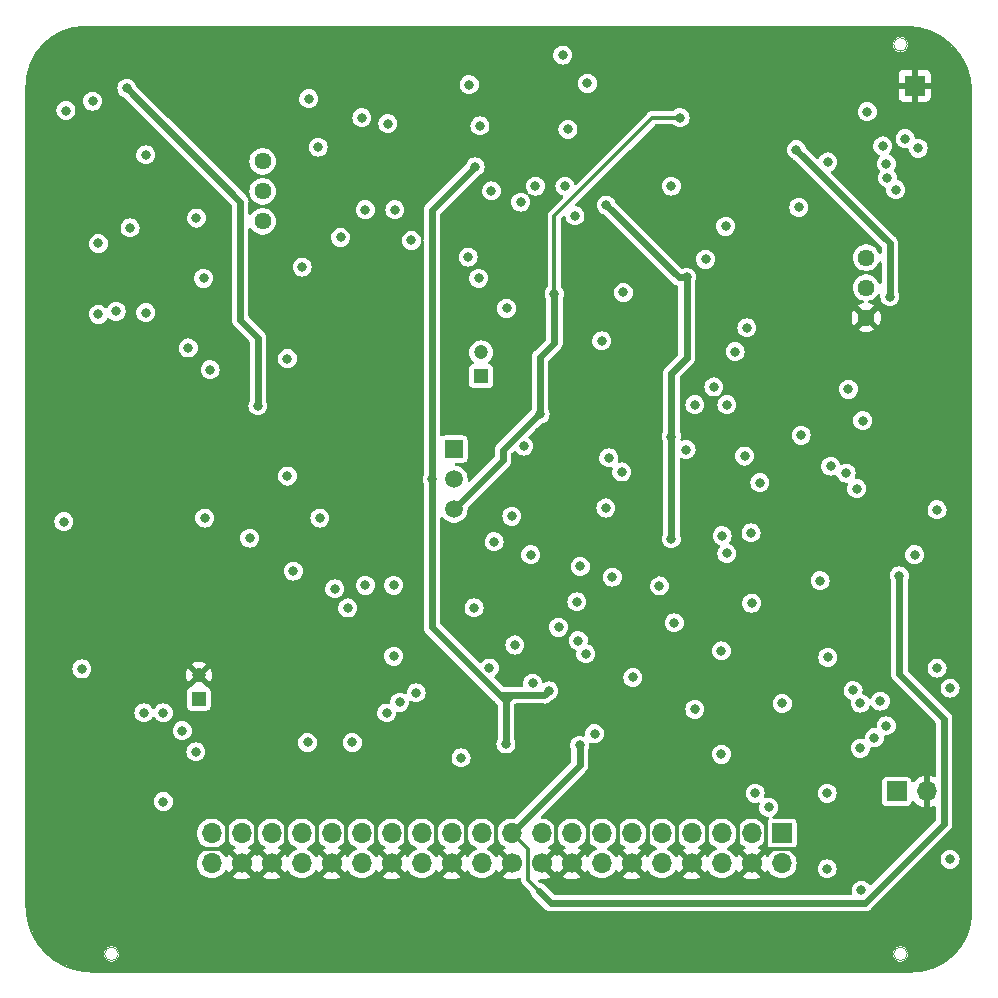
<source format=gbr>
G04 #@! TF.GenerationSoftware,KiCad,Pcbnew,7.0.11*
G04 #@! TF.CreationDate,2025-03-07T23:09:17-08:00*
G04 #@! TF.ProjectId,z5524,7a353532-342e-46b6-9963-61645f706362,0.4*
G04 #@! TF.SameCoordinates,PX3d83120PY6590fa0*
G04 #@! TF.FileFunction,Copper,L3,Inr*
G04 #@! TF.FilePolarity,Positive*
%FSLAX46Y46*%
G04 Gerber Fmt 4.6, Leading zero omitted, Abs format (unit mm)*
G04 Created by KiCad (PCBNEW 7.0.11) date 2025-03-07 23:09:17*
%MOMM*%
%LPD*%
G01*
G04 APERTURE LIST*
G04 Aperture macros list*
%AMHorizOval*
0 Thick line with rounded ends*
0 $1 width*
0 $2 $3 position (X,Y) of the first rounded end (center of the circle)*
0 $4 $5 position (X,Y) of the second rounded end (center of the circle)*
0 Add line between two ends*
20,1,$1,$2,$3,$4,$5,0*
0 Add two circle primitives to create the rounded ends*
1,1,$1,$2,$3*
1,1,$1,$4,$5*%
G04 Aperture macros list end*
G04 #@! TA.AperFunction,ComponentPad*
%ADD10R,1.700000X1.700000*%
G04 #@! TD*
G04 #@! TA.AperFunction,ComponentPad*
%ADD11O,1.700000X1.700000*%
G04 #@! TD*
G04 #@! TA.AperFunction,ComponentPad*
%ADD12HorizOval,1.700000X0.000000X0.000000X0.000000X0.000000X0*%
G04 #@! TD*
G04 #@! TA.AperFunction,ComponentPad*
%ADD13R,1.500000X1.500000*%
G04 #@! TD*
G04 #@! TA.AperFunction,ComponentPad*
%ADD14C,1.500000*%
G04 #@! TD*
G04 #@! TA.AperFunction,ComponentPad*
%ADD15R,1.200000X1.200000*%
G04 #@! TD*
G04 #@! TA.AperFunction,ComponentPad*
%ADD16C,1.200000*%
G04 #@! TD*
G04 #@! TA.AperFunction,ComponentPad*
%ADD17C,1.440000*%
G04 #@! TD*
G04 #@! TA.AperFunction,ViaPad*
%ADD18C,0.800000*%
G04 #@! TD*
G04 #@! TA.AperFunction,ViaPad*
%ADD19C,0.600000*%
G04 #@! TD*
G04 #@! TA.AperFunction,Conductor*
%ADD20C,0.300000*%
G04 #@! TD*
G04 #@! TA.AperFunction,Conductor*
%ADD21C,0.600000*%
G04 #@! TD*
G04 #@! TA.AperFunction,Profile*
%ADD22C,0.150000*%
G04 #@! TD*
G04 #@! TA.AperFunction,Profile*
%ADD23C,0.050000*%
G04 #@! TD*
G04 APERTURE END LIST*
D10*
X64860000Y13300000D03*
D11*
X64860000Y10760000D03*
X62320000Y13300000D03*
D12*
X62320000Y10760000D03*
D11*
X59780000Y13300000D03*
X59780000Y10760000D03*
X57240000Y13300000D03*
D12*
X57240000Y10760000D03*
D11*
X54700000Y13300000D03*
X54700000Y10760000D03*
X52160000Y13300000D03*
D12*
X52160000Y10760000D03*
D11*
X49620000Y13300000D03*
X49620000Y10760000D03*
X47080000Y13300000D03*
D12*
X47080000Y10760000D03*
D11*
X44540000Y13300000D03*
D12*
X44540000Y10760000D03*
D11*
X42000000Y13300000D03*
D12*
X42000000Y10760000D03*
D11*
X39460000Y13300000D03*
X39460000Y10760000D03*
X36920000Y13300000D03*
D12*
X36920000Y10760000D03*
D11*
X34380000Y13300000D03*
X34380000Y10760000D03*
X31840000Y13300000D03*
D12*
X31840000Y10760000D03*
D11*
X29300000Y13300000D03*
X29300000Y10760000D03*
X26760000Y13300000D03*
D12*
X26760000Y10760000D03*
D11*
X24220000Y13300000D03*
X24220000Y10760000D03*
X21680000Y13300000D03*
D12*
X21680000Y10760000D03*
D11*
X19140000Y13300000D03*
D12*
X19140000Y10760000D03*
D11*
X16600000Y13300000D03*
X16600000Y10760000D03*
D10*
X74575000Y16850000D03*
D11*
X77115000Y16850000D03*
D13*
X37100000Y45840000D03*
D14*
X37100000Y43300000D03*
X37100000Y40760000D03*
D15*
X39400000Y52027400D03*
D16*
X39400000Y54027400D03*
D15*
X15500000Y24700000D03*
D16*
X15500000Y26700000D03*
D17*
X72000000Y62050000D03*
X72000000Y59510000D03*
X72000000Y56970000D03*
X20900000Y70200000D03*
X20900000Y67660000D03*
X20900000Y65120000D03*
D10*
X76100000Y76600000D03*
D18*
X20300000Y43500000D03*
X16000000Y41500000D03*
X33200000Y73800000D03*
X79100000Y70800000D03*
D19*
X39500000Y58750000D03*
D18*
X76500000Y7900000D03*
X55250000Y18250000D03*
X67250000Y41500000D03*
X40400000Y19300000D03*
X54900000Y70400000D03*
X4500000Y30000000D03*
X39300000Y78100000D03*
X8500000Y14000000D03*
X38900000Y71400000D03*
X4100000Y38100000D03*
X23250000Y67250000D03*
X21875000Y52125000D03*
X57000000Y37500000D03*
X73200000Y73200000D03*
X3555000Y45345000D03*
X57250000Y47000000D03*
X68100000Y18700000D03*
X58750000Y26250000D03*
X20800000Y27300000D03*
X22100000Y73300000D03*
X44000000Y27500000D03*
X20000000Y16250000D03*
X70000000Y33400000D03*
X72000000Y79000000D03*
X8700000Y6600000D03*
X20400000Y32800000D03*
X74800000Y42300000D03*
X33500000Y61500000D03*
X33300000Y39200000D03*
X18100000Y24200000D03*
X5500000Y79800000D03*
X53750000Y28000000D03*
X19100000Y78000000D03*
X41000000Y30500000D03*
X41000000Y63200000D03*
X55000000Y57750000D03*
X5300000Y33300000D03*
X17250000Y35250000D03*
X18100000Y30200000D03*
X3700000Y59700000D03*
X64800000Y73500000D03*
X55000000Y22750000D03*
X78300000Y45400000D03*
X70450000Y28650000D03*
X16900000Y65300000D03*
X15500000Y48300000D03*
X3000000Y76000000D03*
X5900000Y17100000D03*
X77100000Y29800000D03*
X60900000Y32800000D03*
X58800000Y75500000D03*
X25400000Y16800000D03*
X32700000Y79300000D03*
X72900000Y47500000D03*
X44100000Y59000000D03*
X42800000Y64800000D03*
X54000000Y35250000D03*
X43500000Y33750000D03*
X67500000Y73750000D03*
X25750000Y38500000D03*
X6250000Y40250000D03*
X30000000Y62750000D03*
X43500000Y71500000D03*
X76250000Y53250000D03*
X67700000Y11275000D03*
X29500000Y47750000D03*
X8000000Y64750000D03*
X73900000Y19500000D03*
X50100000Y61100000D03*
X59800000Y58800000D03*
X5800000Y23000000D03*
X11000000Y32250000D03*
X65300000Y56000000D03*
X32000000Y50250000D03*
X21250000Y23500000D03*
X50500000Y51200000D03*
X3000000Y33300000D03*
X21600000Y43500000D03*
X44300000Y47300000D03*
X20300000Y45500000D03*
X28500000Y78200000D03*
X14000000Y67000000D03*
X4500000Y18100000D03*
X54100000Y37100000D03*
X14200000Y32700000D03*
X30100000Y75700000D03*
X9750000Y18250000D03*
X67925000Y23675000D03*
X25750000Y56250000D03*
X8800000Y51700000D03*
X64900000Y46900000D03*
X53700000Y6100000D03*
X77200000Y39200000D03*
X49000000Y23250000D03*
X68800000Y72700000D03*
X66700000Y63900000D03*
X42000000Y37000000D03*
X76200000Y64200000D03*
X77200000Y34500000D03*
X21550000Y45550000D03*
X20900000Y36600000D03*
X11500000Y53000000D03*
X37250000Y51000000D03*
X7000000Y59000000D03*
X52800000Y75700000D03*
X7600000Y33300000D03*
X78200000Y64200000D03*
X2800000Y66400000D03*
X45300000Y77700000D03*
X61750000Y28750000D03*
X25250000Y43750000D03*
D19*
X42100000Y17300000D03*
D18*
X17250000Y74750000D03*
X10500000Y79100000D03*
X78300000Y49100000D03*
X15250000Y18750000D03*
X38500000Y34000000D03*
X13500000Y55000000D03*
X33400000Y32400000D03*
X74250000Y64750000D03*
X27700000Y75000000D03*
X51200000Y75700000D03*
X31200000Y19600000D03*
X62100000Y25000000D03*
X17250000Y62000000D03*
X8800000Y49700000D03*
X48500000Y66550000D03*
X45500000Y41750000D03*
X5600000Y27225000D03*
X44400000Y48800000D03*
X74800000Y35100000D03*
X45600000Y59000000D03*
X7000000Y63250000D03*
X56250000Y73900000D03*
X19800000Y38300000D03*
X47750000Y20750000D03*
X15300000Y65400000D03*
X4075500Y39700000D03*
X41500000Y20875000D03*
X45125000Y25375000D03*
X35250000Y43300000D03*
X48250000Y28500000D03*
X38895000Y69730046D03*
X50000000Y66500000D03*
X9400000Y76400000D03*
X62300000Y32800000D03*
X55500000Y38250000D03*
X20500000Y49500000D03*
X16000000Y40000000D03*
X25750000Y40000000D03*
X55750000Y31125000D03*
X4250000Y74500000D03*
X55500000Y46900000D03*
X56800000Y60380000D03*
X25600000Y71400000D03*
X39300000Y73200000D03*
X59750000Y20000000D03*
X59750000Y28750000D03*
X74000000Y58750000D03*
X68700000Y10300000D03*
X57500000Y23800000D03*
X66100000Y71200000D03*
X66500000Y47000000D03*
X73700000Y22400000D03*
X68700000Y16700000D03*
X62600000Y16700000D03*
X70300000Y43800000D03*
X63750000Y15500000D03*
X71200000Y42500000D03*
X24700000Y21000000D03*
X27494510Y63753802D03*
X24800000Y75500000D03*
X27000000Y34000000D03*
X46750000Y72905000D03*
X66300000Y66300000D03*
X43000000Y46100000D03*
X23500000Y35500000D03*
X59100000Y51100000D03*
X60200000Y37000000D03*
X28100000Y32385000D03*
X78000000Y27300000D03*
X78000000Y40700000D03*
X79100000Y11100000D03*
X79100000Y25600000D03*
X49000000Y21750000D03*
X28500000Y21000000D03*
X12500000Y16000000D03*
X12500000Y23500000D03*
X15250000Y20200000D03*
X31500000Y73400000D03*
X58400000Y61900000D03*
X75300000Y72125000D03*
X70900000Y25400000D03*
X24250000Y61250000D03*
X39200000Y60300000D03*
X71500000Y24325000D03*
X76400000Y71300000D03*
X73400000Y71500000D03*
X71600000Y8500000D03*
X64900000Y24300000D03*
X7000000Y57250000D03*
X42000000Y40150000D03*
X23000000Y53500000D03*
X23000000Y43557084D03*
X14600000Y54400000D03*
X16462500Y52562500D03*
X59800000Y38500000D03*
X31400000Y23500000D03*
X47343467Y65593467D03*
X40275000Y67700000D03*
X9675000Y64575000D03*
X55500000Y68100000D03*
X46300000Y79200000D03*
X72100000Y74400000D03*
X38400000Y76700000D03*
X73700000Y70000000D03*
X48400000Y76800000D03*
X68750000Y70150000D03*
X73200000Y24500000D03*
X76100000Y36900000D03*
X32500000Y24400000D03*
X29600000Y34300000D03*
X37700000Y19700000D03*
X52250000Y26500000D03*
X14100000Y22000000D03*
X71500000Y20500000D03*
X60100000Y64700000D03*
X42750000Y66750000D03*
X40100000Y27300000D03*
X45950000Y30750000D03*
X15900000Y60300000D03*
X41550000Y57750000D03*
X33500000Y63500000D03*
X38300000Y62100000D03*
X44000000Y68100000D03*
X46500000Y68100000D03*
X49962500Y40850000D03*
X61900000Y56100000D03*
X51300000Y43900000D03*
X50500000Y35000000D03*
X60200000Y49600000D03*
X57500000Y49600000D03*
X73800000Y68800000D03*
X8500000Y57500000D03*
X74500000Y67800000D03*
X11000000Y57400000D03*
X10850000Y23500000D03*
X72700000Y21400000D03*
X69000000Y44400000D03*
X71700000Y48250000D03*
X70500000Y50900000D03*
X61700000Y45250000D03*
X60900000Y54100000D03*
X49600000Y55000000D03*
X29600000Y66100000D03*
X32100000Y66100000D03*
X6500000Y75300000D03*
X11000000Y70750000D03*
X29300000Y73900000D03*
X51449500Y59100000D03*
X33900000Y25200000D03*
X40500000Y38000000D03*
X43600000Y36900000D03*
X38800000Y32400000D03*
X42250000Y29250000D03*
X47500000Y32900000D03*
X54500000Y34250000D03*
X47800000Y35900000D03*
X56750000Y45800000D03*
X63000000Y43000000D03*
X68750000Y28200000D03*
X68100000Y34700000D03*
X50200000Y45100000D03*
X62250000Y38750000D03*
X32000000Y28300000D03*
X43750000Y26000000D03*
X32000000Y34300000D03*
X47625000Y29625000D03*
D20*
X20340000Y11960000D02*
X20340000Y12250000D01*
X62320000Y10760000D02*
X61120000Y11960000D01*
X31840000Y10760000D02*
X30500000Y12100000D01*
X63520000Y11960000D02*
X63520000Y14480000D01*
X19140000Y10760000D02*
X20340000Y11960000D01*
X17900000Y12000000D02*
X17900000Y14650000D01*
X57240000Y10760000D02*
X56000000Y12000000D01*
X62320000Y10760000D02*
X63520000Y11960000D01*
X19140000Y10760000D02*
X17900000Y12000000D01*
X31840000Y10760000D02*
X33040000Y11960000D01*
X44540000Y10760000D02*
X45750000Y11970000D01*
X20340000Y12250000D02*
X20340000Y14910000D01*
X42000000Y10760000D02*
X40660000Y12100000D01*
X45750000Y11970000D02*
X45750000Y12250000D01*
X33040000Y11960000D02*
X33040000Y14710000D01*
X45750000Y12250000D02*
X45750000Y14750000D01*
X61120000Y11960000D02*
X61120000Y14370000D01*
X17900000Y12000000D02*
X14500000Y12000000D01*
X21680000Y10760000D02*
X22880000Y11960000D01*
X52160000Y10760000D02*
X50960000Y11960000D01*
X63560000Y12000000D02*
X66500000Y12000000D01*
X36920000Y10760000D02*
X38120000Y11960000D01*
X58500000Y12020000D02*
X58500000Y14500000D01*
X48420000Y12100000D02*
X48420000Y14670000D01*
X36920000Y10760000D02*
X35580000Y12100000D01*
X38120000Y11960000D02*
X38120000Y14880000D01*
X21680000Y10760000D02*
X20340000Y12100000D01*
X52160000Y10760000D02*
X53500000Y12100000D01*
X26760000Y10760000D02*
X25500000Y12020000D01*
X26760000Y10760000D02*
X28000000Y12000000D01*
X40660000Y12100000D02*
X40660000Y14590000D01*
X47080000Y10760000D02*
X48420000Y12100000D01*
X35580000Y12100000D02*
X35580000Y14670000D01*
X57240000Y10760000D02*
X58500000Y12020000D01*
X22880000Y11960000D02*
X22880000Y14620000D01*
X28000000Y12000000D02*
X28000000Y14750000D01*
X62320000Y10760000D02*
X63560000Y12000000D01*
X20340000Y12100000D02*
X20340000Y12250000D01*
X47080000Y10760000D02*
X45750000Y12090000D01*
X25500000Y12020000D02*
X25500000Y14750000D01*
X45750000Y12090000D02*
X45750000Y12250000D01*
X53500000Y12100000D02*
X53500000Y14500000D01*
X50960000Y11960000D02*
X50960000Y14460000D01*
X56000000Y12000000D02*
X56000000Y14500000D01*
X30500000Y12100000D02*
X30500000Y14750000D01*
X45600000Y59000000D02*
X45600000Y65600000D01*
D21*
X41250000Y44910000D02*
X41250000Y45750000D01*
X47750000Y20750000D02*
X47750000Y19050000D01*
D20*
X53900000Y73900000D02*
X56250000Y73900000D01*
D21*
X45500000Y59100000D02*
X45600000Y59000000D01*
D20*
X45600000Y65600000D02*
X53900000Y73900000D01*
X43340000Y9360000D02*
X44300000Y8400000D01*
D21*
X74800000Y26800000D02*
X78600000Y23000000D01*
X44300000Y48800000D02*
X44400000Y48800000D01*
X78600000Y14100000D02*
X71900000Y7400000D01*
X45600000Y54850000D02*
X45600000Y59000000D01*
X41250000Y45750000D02*
X44300000Y48800000D01*
D20*
X42000000Y13300000D02*
X43340000Y11960000D01*
D21*
X47750000Y19050000D02*
X42000000Y13300000D01*
D20*
X43340000Y11960000D02*
X43340000Y9360000D01*
D21*
X78600000Y23000000D02*
X78600000Y14100000D01*
X74800000Y35100000D02*
X74800000Y26800000D01*
X71900000Y7400000D02*
X45300000Y7400000D01*
X37100000Y40760000D02*
X41250000Y44910000D01*
X45300000Y7400000D02*
X44300000Y8400000D01*
X44400000Y48800000D02*
X44400000Y53650000D01*
X44400000Y53650000D02*
X45600000Y54850000D01*
X44750000Y25000000D02*
X45125000Y25375000D01*
X41000000Y25000000D02*
X42000000Y25000000D01*
X42000000Y25000000D02*
X42250000Y25000000D01*
X41500000Y20875000D02*
X41500000Y24500000D01*
X42750000Y25000000D02*
X44750000Y25000000D01*
X35250000Y43300000D02*
X35250000Y30750000D01*
X42250000Y25000000D02*
X42750000Y25000000D01*
X35250000Y66085046D02*
X38895000Y69730046D01*
X35250000Y43300000D02*
X35250000Y66085046D01*
X35250000Y30750000D02*
X41000000Y25000000D01*
X41500000Y24500000D02*
X41000000Y25000000D01*
X41500000Y24500000D02*
X42000000Y25000000D01*
X56800000Y53550000D02*
X55500000Y52250000D01*
X56120000Y60380000D02*
X56800000Y60380000D01*
X20500000Y55250000D02*
X19000000Y56750000D01*
X20500000Y49500000D02*
X20500000Y55250000D01*
X55500000Y38250000D02*
X55500000Y46900000D01*
X56800000Y60380000D02*
X56800000Y53550000D01*
X55500000Y52250000D02*
X55500000Y46900000D01*
X50000000Y66500000D02*
X56120000Y60380000D01*
X19000000Y66800000D02*
X9400000Y76400000D01*
X19000000Y56750000D02*
X19000000Y66800000D01*
X74000000Y63250000D02*
X66100000Y71150000D01*
X66100000Y71150000D02*
X66100000Y71200000D01*
X57500000Y23720000D02*
X57500000Y23800000D01*
X74000000Y58750000D02*
X74000000Y63250000D01*
G04 #@! TA.AperFunction,Conductor*
G36*
X17938959Y12871900D02*
G01*
X17984194Y12819698D01*
X18052898Y12672361D01*
X18178402Y12493123D01*
X18333123Y12338402D01*
X18333126Y12338400D01*
X18512359Y12212899D01*
X18512360Y12212899D01*
X18512361Y12212898D01*
X18532022Y12203730D01*
X18585307Y12156815D01*
X18604769Y12088538D01*
X18584228Y12020577D01*
X18538743Y11978722D01*
X18394705Y11900773D01*
X18394693Y11900765D01*
X18374311Y11884901D01*
X18374310Y11884900D01*
X19012412Y11246798D01*
X18997685Y11244680D01*
X18866900Y11184952D01*
X18758239Y11090798D01*
X18680507Y10969844D01*
X18655639Y10885151D01*
X18016921Y11523869D01*
X18016920Y11523868D01*
X17941586Y11408561D01*
X17941579Y11408547D01*
X17925382Y11371621D01*
X17879701Y11317272D01*
X17811888Y11296249D01*
X17743474Y11315226D01*
X17696181Y11368177D01*
X17695800Y11368985D01*
X17687100Y11387642D01*
X17561604Y11566869D01*
X17561601Y11566873D01*
X17561598Y11566877D01*
X17406877Y11721598D01*
X17395140Y11729816D01*
X17227639Y11847102D01*
X17080302Y11915806D01*
X17027019Y11962722D01*
X17007558Y12030999D01*
X17028100Y12098959D01*
X17080302Y12144195D01*
X17227639Y12212898D01*
X17406877Y12338402D01*
X17561598Y12493123D01*
X17687102Y12672361D01*
X17755805Y12819698D01*
X17802722Y12872981D01*
X17870999Y12892442D01*
X17938959Y12871900D01*
G37*
G04 #@! TD.AperFunction*
G04 #@! TA.AperFunction,Conductor*
G36*
X20478959Y12871900D02*
G01*
X20524194Y12819698D01*
X20592898Y12672361D01*
X20718402Y12493123D01*
X20873123Y12338402D01*
X20873126Y12338400D01*
X21052359Y12212899D01*
X21052360Y12212899D01*
X21052361Y12212898D01*
X21072022Y12203730D01*
X21125307Y12156815D01*
X21144769Y12088538D01*
X21124228Y12020577D01*
X21078743Y11978722D01*
X20934705Y11900773D01*
X20934693Y11900765D01*
X20914311Y11884901D01*
X20914310Y11884900D01*
X21552412Y11246798D01*
X21537685Y11244680D01*
X21406900Y11184952D01*
X21298239Y11090798D01*
X21220507Y10969844D01*
X21195639Y10885151D01*
X20556921Y11523869D01*
X20556920Y11523868D01*
X20515482Y11460442D01*
X20461479Y11414353D01*
X20391131Y11404778D01*
X20326773Y11434755D01*
X20304516Y11460442D01*
X20263078Y11523868D01*
X19624360Y10885152D01*
X19599493Y10969844D01*
X19521761Y11090798D01*
X19413100Y11184952D01*
X19282315Y11244680D01*
X19267586Y11246798D01*
X19905688Y11884900D01*
X19905687Y11884901D01*
X19885308Y11900763D01*
X19885303Y11900766D01*
X19741256Y11978721D01*
X19690866Y12028735D01*
X19675514Y12098052D01*
X19700075Y12164665D01*
X19747976Y12203730D01*
X19767639Y12212898D01*
X19946877Y12338402D01*
X20101598Y12493123D01*
X20227102Y12672361D01*
X20295805Y12819698D01*
X20342722Y12872981D01*
X20410999Y12892442D01*
X20478959Y12871900D01*
G37*
G04 #@! TD.AperFunction*
G04 #@! TA.AperFunction,Conductor*
G36*
X25558959Y12871900D02*
G01*
X25604194Y12819698D01*
X25672898Y12672361D01*
X25798402Y12493123D01*
X25953123Y12338402D01*
X25953126Y12338400D01*
X26132359Y12212899D01*
X26132360Y12212899D01*
X26132361Y12212898D01*
X26152022Y12203730D01*
X26205307Y12156815D01*
X26224769Y12088538D01*
X26204228Y12020577D01*
X26158743Y11978722D01*
X26014705Y11900773D01*
X26014693Y11900765D01*
X25994311Y11884901D01*
X25994310Y11884900D01*
X26632412Y11246798D01*
X26617685Y11244680D01*
X26486900Y11184952D01*
X26378239Y11090798D01*
X26300507Y10969844D01*
X26275639Y10885151D01*
X25636921Y11523869D01*
X25636920Y11523868D01*
X25561586Y11408561D01*
X25561579Y11408547D01*
X25545382Y11371621D01*
X25499701Y11317272D01*
X25431888Y11296249D01*
X25363474Y11315226D01*
X25316181Y11368177D01*
X25315800Y11368985D01*
X25307100Y11387642D01*
X25181604Y11566869D01*
X25181601Y11566873D01*
X25181598Y11566877D01*
X25026877Y11721598D01*
X25015140Y11729816D01*
X24847639Y11847102D01*
X24700302Y11915806D01*
X24647019Y11962722D01*
X24627558Y12030999D01*
X24648100Y12098959D01*
X24700302Y12144195D01*
X24847639Y12212898D01*
X25026877Y12338402D01*
X25181598Y12493123D01*
X25307102Y12672361D01*
X25375805Y12819698D01*
X25422722Y12872981D01*
X25490999Y12892442D01*
X25558959Y12871900D01*
G37*
G04 #@! TD.AperFunction*
G04 #@! TA.AperFunction,Conductor*
G36*
X30638959Y12871900D02*
G01*
X30684194Y12819698D01*
X30752898Y12672361D01*
X30878402Y12493123D01*
X31033123Y12338402D01*
X31033126Y12338400D01*
X31212359Y12212899D01*
X31212360Y12212899D01*
X31212361Y12212898D01*
X31232022Y12203730D01*
X31285307Y12156815D01*
X31304769Y12088538D01*
X31284228Y12020577D01*
X31238743Y11978722D01*
X31094705Y11900773D01*
X31094693Y11900765D01*
X31074311Y11884901D01*
X31074310Y11884900D01*
X31712412Y11246798D01*
X31697685Y11244680D01*
X31566900Y11184952D01*
X31458239Y11090798D01*
X31380507Y10969844D01*
X31355639Y10885151D01*
X30716921Y11523869D01*
X30716920Y11523868D01*
X30641586Y11408561D01*
X30641579Y11408547D01*
X30625382Y11371621D01*
X30579701Y11317272D01*
X30511888Y11296249D01*
X30443474Y11315226D01*
X30396181Y11368177D01*
X30395800Y11368985D01*
X30387100Y11387642D01*
X30261604Y11566869D01*
X30261601Y11566873D01*
X30261598Y11566877D01*
X30106877Y11721598D01*
X30095140Y11729816D01*
X29927639Y11847102D01*
X29780302Y11915806D01*
X29727019Y11962722D01*
X29707558Y12030999D01*
X29728100Y12098959D01*
X29780302Y12144195D01*
X29927639Y12212898D01*
X30106877Y12338402D01*
X30261598Y12493123D01*
X30387102Y12672361D01*
X30455805Y12819698D01*
X30502722Y12872981D01*
X30570999Y12892442D01*
X30638959Y12871900D01*
G37*
G04 #@! TD.AperFunction*
G04 #@! TA.AperFunction,Conductor*
G36*
X35718959Y12871900D02*
G01*
X35764194Y12819698D01*
X35832898Y12672361D01*
X35958402Y12493123D01*
X36113123Y12338402D01*
X36113126Y12338400D01*
X36292359Y12212899D01*
X36292360Y12212899D01*
X36292361Y12212898D01*
X36312022Y12203730D01*
X36365307Y12156815D01*
X36384769Y12088538D01*
X36364228Y12020577D01*
X36318743Y11978722D01*
X36174705Y11900773D01*
X36174693Y11900765D01*
X36154311Y11884901D01*
X36154310Y11884900D01*
X36792412Y11246798D01*
X36777685Y11244680D01*
X36646900Y11184952D01*
X36538239Y11090798D01*
X36460507Y10969844D01*
X36435639Y10885151D01*
X35796921Y11523869D01*
X35796920Y11523868D01*
X35721586Y11408561D01*
X35721579Y11408547D01*
X35705382Y11371621D01*
X35659701Y11317272D01*
X35591888Y11296249D01*
X35523474Y11315226D01*
X35476181Y11368177D01*
X35475800Y11368985D01*
X35467100Y11387642D01*
X35341604Y11566869D01*
X35341601Y11566873D01*
X35341598Y11566877D01*
X35186877Y11721598D01*
X35175140Y11729816D01*
X35007639Y11847102D01*
X34860302Y11915806D01*
X34807019Y11962722D01*
X34787558Y12030999D01*
X34808100Y12098959D01*
X34860302Y12144195D01*
X35007639Y12212898D01*
X35186877Y12338402D01*
X35341598Y12493123D01*
X35467102Y12672361D01*
X35535805Y12819698D01*
X35582722Y12872981D01*
X35650999Y12892442D01*
X35718959Y12871900D01*
G37*
G04 #@! TD.AperFunction*
G04 #@! TA.AperFunction,Conductor*
G36*
X40798959Y12871900D02*
G01*
X40844194Y12819698D01*
X40912898Y12672361D01*
X41038402Y12493123D01*
X41193123Y12338402D01*
X41193126Y12338400D01*
X41372359Y12212899D01*
X41372360Y12212899D01*
X41372361Y12212898D01*
X41392022Y12203730D01*
X41445307Y12156815D01*
X41464769Y12088538D01*
X41444228Y12020577D01*
X41398743Y11978722D01*
X41254705Y11900773D01*
X41254693Y11900765D01*
X41234311Y11884901D01*
X41234310Y11884900D01*
X41872412Y11246798D01*
X41857685Y11244680D01*
X41726900Y11184952D01*
X41618239Y11090798D01*
X41540507Y10969844D01*
X41515639Y10885151D01*
X40876921Y11523869D01*
X40876920Y11523868D01*
X40801586Y11408561D01*
X40801579Y11408547D01*
X40785382Y11371621D01*
X40739701Y11317272D01*
X40671888Y11296249D01*
X40603474Y11315226D01*
X40556181Y11368177D01*
X40555800Y11368985D01*
X40547100Y11387642D01*
X40421604Y11566869D01*
X40421601Y11566873D01*
X40421598Y11566877D01*
X40266877Y11721598D01*
X40255140Y11729816D01*
X40087639Y11847102D01*
X39940302Y11915806D01*
X39887019Y11962722D01*
X39867558Y12030999D01*
X39888100Y12098959D01*
X39940302Y12144195D01*
X40087639Y12212898D01*
X40266877Y12338402D01*
X40421598Y12493123D01*
X40547102Y12672361D01*
X40615805Y12819698D01*
X40662722Y12872981D01*
X40730999Y12892442D01*
X40798959Y12871900D01*
G37*
G04 #@! TD.AperFunction*
G04 #@! TA.AperFunction,Conductor*
G36*
X45878959Y12871900D02*
G01*
X45924194Y12819698D01*
X45992898Y12672361D01*
X46118402Y12493123D01*
X46273123Y12338402D01*
X46273126Y12338400D01*
X46452359Y12212899D01*
X46452360Y12212899D01*
X46452361Y12212898D01*
X46472022Y12203730D01*
X46525307Y12156815D01*
X46544769Y12088538D01*
X46524228Y12020577D01*
X46478743Y11978722D01*
X46334705Y11900773D01*
X46334693Y11900765D01*
X46314311Y11884901D01*
X46314310Y11884900D01*
X46952412Y11246798D01*
X46937685Y11244680D01*
X46806900Y11184952D01*
X46698239Y11090798D01*
X46620507Y10969844D01*
X46595639Y10885151D01*
X45956921Y11523869D01*
X45956920Y11523868D01*
X45915482Y11460442D01*
X45861479Y11414353D01*
X45791131Y11404778D01*
X45726773Y11434755D01*
X45704516Y11460442D01*
X45663078Y11523868D01*
X45024360Y10885152D01*
X44999493Y10969844D01*
X44921761Y11090798D01*
X44813100Y11184952D01*
X44682315Y11244680D01*
X44667587Y11246798D01*
X45305688Y11884900D01*
X45305687Y11884901D01*
X45285308Y11900763D01*
X45285303Y11900766D01*
X45141256Y11978721D01*
X45090866Y12028735D01*
X45075514Y12098052D01*
X45100075Y12164665D01*
X45147976Y12203730D01*
X45167639Y12212898D01*
X45346877Y12338402D01*
X45501598Y12493123D01*
X45627102Y12672361D01*
X45695805Y12819698D01*
X45742722Y12872981D01*
X45810999Y12892442D01*
X45878959Y12871900D01*
G37*
G04 #@! TD.AperFunction*
G04 #@! TA.AperFunction,Conductor*
G36*
X50958959Y12871900D02*
G01*
X51004194Y12819698D01*
X51072898Y12672361D01*
X51198402Y12493123D01*
X51353123Y12338402D01*
X51353126Y12338400D01*
X51532359Y12212899D01*
X51532360Y12212899D01*
X51532361Y12212898D01*
X51552022Y12203730D01*
X51605307Y12156815D01*
X51624769Y12088538D01*
X51604228Y12020577D01*
X51558743Y11978722D01*
X51414705Y11900773D01*
X51414693Y11900765D01*
X51394311Y11884901D01*
X51394310Y11884900D01*
X52032412Y11246798D01*
X52017685Y11244680D01*
X51886900Y11184952D01*
X51778239Y11090798D01*
X51700507Y10969844D01*
X51675639Y10885151D01*
X51036921Y11523869D01*
X51036920Y11523868D01*
X50961586Y11408561D01*
X50961579Y11408547D01*
X50945382Y11371621D01*
X50899701Y11317272D01*
X50831888Y11296249D01*
X50763474Y11315226D01*
X50716181Y11368177D01*
X50715800Y11368985D01*
X50707100Y11387642D01*
X50581604Y11566869D01*
X50581601Y11566873D01*
X50581598Y11566877D01*
X50426877Y11721598D01*
X50415140Y11729816D01*
X50247639Y11847102D01*
X50100302Y11915806D01*
X50047019Y11962722D01*
X50027558Y12030999D01*
X50048100Y12098959D01*
X50100302Y12144195D01*
X50247639Y12212898D01*
X50426877Y12338402D01*
X50581598Y12493123D01*
X50707102Y12672361D01*
X50775805Y12819698D01*
X50822722Y12872981D01*
X50890999Y12892442D01*
X50958959Y12871900D01*
G37*
G04 #@! TD.AperFunction*
G04 #@! TA.AperFunction,Conductor*
G36*
X56038959Y12871900D02*
G01*
X56084194Y12819698D01*
X56152898Y12672361D01*
X56278402Y12493123D01*
X56433123Y12338402D01*
X56433126Y12338400D01*
X56612359Y12212899D01*
X56612360Y12212899D01*
X56612361Y12212898D01*
X56632022Y12203730D01*
X56685307Y12156815D01*
X56704769Y12088538D01*
X56684228Y12020577D01*
X56638743Y11978722D01*
X56494705Y11900773D01*
X56494693Y11900765D01*
X56474311Y11884901D01*
X56474310Y11884900D01*
X57112412Y11246798D01*
X57097685Y11244680D01*
X56966900Y11184952D01*
X56858239Y11090798D01*
X56780507Y10969844D01*
X56755639Y10885151D01*
X56116921Y11523869D01*
X56116920Y11523868D01*
X56041586Y11408561D01*
X56041579Y11408547D01*
X56025382Y11371621D01*
X55979701Y11317272D01*
X55911888Y11296249D01*
X55843474Y11315226D01*
X55796181Y11368177D01*
X55795800Y11368985D01*
X55787100Y11387642D01*
X55661604Y11566869D01*
X55661601Y11566873D01*
X55661598Y11566877D01*
X55506877Y11721598D01*
X55495140Y11729816D01*
X55327639Y11847102D01*
X55180302Y11915806D01*
X55127019Y11962722D01*
X55107558Y12030999D01*
X55128100Y12098959D01*
X55180302Y12144195D01*
X55327639Y12212898D01*
X55506877Y12338402D01*
X55661598Y12493123D01*
X55787102Y12672361D01*
X55855805Y12819698D01*
X55902722Y12872981D01*
X55970999Y12892442D01*
X56038959Y12871900D01*
G37*
G04 #@! TD.AperFunction*
G04 #@! TA.AperFunction,Conductor*
G36*
X61118959Y12871900D02*
G01*
X61164194Y12819698D01*
X61232898Y12672361D01*
X61358402Y12493123D01*
X61513123Y12338402D01*
X61513126Y12338400D01*
X61692359Y12212899D01*
X61692360Y12212899D01*
X61692361Y12212898D01*
X61712022Y12203730D01*
X61765307Y12156815D01*
X61784769Y12088538D01*
X61764228Y12020577D01*
X61718743Y11978722D01*
X61574705Y11900773D01*
X61574693Y11900765D01*
X61554311Y11884901D01*
X61554310Y11884900D01*
X62192412Y11246798D01*
X62177685Y11244680D01*
X62046900Y11184952D01*
X61938239Y11090798D01*
X61860507Y10969844D01*
X61835639Y10885151D01*
X61196921Y11523869D01*
X61196920Y11523868D01*
X61121586Y11408561D01*
X61121579Y11408547D01*
X61105382Y11371621D01*
X61059701Y11317272D01*
X60991888Y11296249D01*
X60923474Y11315226D01*
X60876181Y11368177D01*
X60875800Y11368985D01*
X60867100Y11387642D01*
X60741604Y11566869D01*
X60741601Y11566873D01*
X60741598Y11566877D01*
X60586877Y11721598D01*
X60575140Y11729816D01*
X60407639Y11847102D01*
X60260302Y11915806D01*
X60207019Y11962722D01*
X60187558Y12030999D01*
X60208100Y12098959D01*
X60260302Y12144195D01*
X60407639Y12212898D01*
X60586877Y12338402D01*
X60741598Y12493123D01*
X60867102Y12672361D01*
X60935805Y12819698D01*
X60982722Y12872981D01*
X61050999Y12892442D01*
X61118959Y12871900D01*
G37*
G04 #@! TD.AperFunction*
G04 #@! TA.AperFunction,Conductor*
G36*
X23018959Y12871900D02*
G01*
X23064194Y12819698D01*
X23132898Y12672361D01*
X23258402Y12493123D01*
X23413123Y12338402D01*
X23592361Y12212898D01*
X23731485Y12148024D01*
X23739695Y12144195D01*
X23792980Y12097278D01*
X23812441Y12029000D01*
X23791899Y11961040D01*
X23739695Y11915805D01*
X23592358Y11847101D01*
X23413131Y11721605D01*
X23413120Y11721596D01*
X23258404Y11566880D01*
X23258395Y11566869D01*
X23132899Y11387642D01*
X23132898Y11387640D01*
X23124197Y11368981D01*
X23077278Y11315698D01*
X23009000Y11296239D01*
X22941041Y11316783D01*
X22894977Y11370807D01*
X22894616Y11371623D01*
X22878419Y11408550D01*
X22803077Y11523868D01*
X22164360Y10885152D01*
X22139493Y10969844D01*
X22061761Y11090798D01*
X21953100Y11184952D01*
X21822315Y11244680D01*
X21807586Y11246798D01*
X22445688Y11884900D01*
X22445687Y11884901D01*
X22425308Y11900763D01*
X22425303Y11900766D01*
X22281256Y11978721D01*
X22230866Y12028735D01*
X22215514Y12098052D01*
X22240075Y12164665D01*
X22287976Y12203730D01*
X22307639Y12212898D01*
X22486877Y12338402D01*
X22641598Y12493123D01*
X22767102Y12672361D01*
X22835805Y12819698D01*
X22882722Y12872981D01*
X22950999Y12892442D01*
X23018959Y12871900D01*
G37*
G04 #@! TD.AperFunction*
G04 #@! TA.AperFunction,Conductor*
G36*
X28098959Y12871900D02*
G01*
X28144194Y12819698D01*
X28212898Y12672361D01*
X28338402Y12493123D01*
X28493123Y12338402D01*
X28672361Y12212898D01*
X28811485Y12148024D01*
X28819695Y12144195D01*
X28872980Y12097278D01*
X28892441Y12029000D01*
X28871899Y11961040D01*
X28819695Y11915805D01*
X28672358Y11847101D01*
X28493131Y11721605D01*
X28493120Y11721596D01*
X28338404Y11566880D01*
X28338395Y11566869D01*
X28212899Y11387642D01*
X28212898Y11387640D01*
X28204197Y11368981D01*
X28157278Y11315698D01*
X28089000Y11296239D01*
X28021041Y11316783D01*
X27974977Y11370807D01*
X27974616Y11371623D01*
X27958419Y11408550D01*
X27883077Y11523868D01*
X27244360Y10885152D01*
X27219493Y10969844D01*
X27141761Y11090798D01*
X27033100Y11184952D01*
X26902315Y11244680D01*
X26887586Y11246798D01*
X27525688Y11884900D01*
X27525687Y11884901D01*
X27505308Y11900763D01*
X27505303Y11900766D01*
X27361256Y11978721D01*
X27310866Y12028735D01*
X27295514Y12098052D01*
X27320075Y12164665D01*
X27367976Y12203730D01*
X27387639Y12212898D01*
X27566877Y12338402D01*
X27721598Y12493123D01*
X27847102Y12672361D01*
X27915805Y12819698D01*
X27962722Y12872981D01*
X28030999Y12892442D01*
X28098959Y12871900D01*
G37*
G04 #@! TD.AperFunction*
G04 #@! TA.AperFunction,Conductor*
G36*
X33178959Y12871900D02*
G01*
X33224194Y12819698D01*
X33292898Y12672361D01*
X33418402Y12493123D01*
X33573123Y12338402D01*
X33752361Y12212898D01*
X33891485Y12148024D01*
X33899695Y12144195D01*
X33952980Y12097278D01*
X33972441Y12029000D01*
X33951899Y11961040D01*
X33899695Y11915805D01*
X33752358Y11847101D01*
X33573131Y11721605D01*
X33573120Y11721596D01*
X33418404Y11566880D01*
X33418395Y11566869D01*
X33292899Y11387642D01*
X33292898Y11387640D01*
X33284197Y11368981D01*
X33237278Y11315698D01*
X33169000Y11296239D01*
X33101041Y11316783D01*
X33054977Y11370807D01*
X33054616Y11371623D01*
X33038419Y11408550D01*
X32963077Y11523868D01*
X32324360Y10885152D01*
X32299493Y10969844D01*
X32221761Y11090798D01*
X32113100Y11184952D01*
X31982315Y11244680D01*
X31967586Y11246798D01*
X32605688Y11884900D01*
X32605687Y11884901D01*
X32585308Y11900763D01*
X32585303Y11900766D01*
X32441256Y11978721D01*
X32390866Y12028735D01*
X32375514Y12098052D01*
X32400075Y12164665D01*
X32447976Y12203730D01*
X32467639Y12212898D01*
X32646877Y12338402D01*
X32801598Y12493123D01*
X32927102Y12672361D01*
X32995805Y12819698D01*
X33042722Y12872981D01*
X33110999Y12892442D01*
X33178959Y12871900D01*
G37*
G04 #@! TD.AperFunction*
G04 #@! TA.AperFunction,Conductor*
G36*
X38258959Y12871900D02*
G01*
X38304194Y12819698D01*
X38372898Y12672361D01*
X38498402Y12493123D01*
X38653123Y12338402D01*
X38832361Y12212898D01*
X38971485Y12148024D01*
X38979695Y12144195D01*
X39032980Y12097278D01*
X39052441Y12029000D01*
X39031899Y11961040D01*
X38979695Y11915805D01*
X38832358Y11847101D01*
X38653131Y11721605D01*
X38653120Y11721596D01*
X38498404Y11566880D01*
X38498395Y11566869D01*
X38372899Y11387642D01*
X38372898Y11387640D01*
X38364197Y11368981D01*
X38317278Y11315698D01*
X38249000Y11296239D01*
X38181041Y11316783D01*
X38134977Y11370807D01*
X38134616Y11371623D01*
X38118419Y11408550D01*
X38043077Y11523868D01*
X37404360Y10885152D01*
X37379493Y10969844D01*
X37301761Y11090798D01*
X37193100Y11184952D01*
X37062315Y11244680D01*
X37047586Y11246798D01*
X37685688Y11884900D01*
X37685687Y11884901D01*
X37665308Y11900763D01*
X37665303Y11900766D01*
X37521256Y11978721D01*
X37470866Y12028735D01*
X37455514Y12098052D01*
X37480075Y12164665D01*
X37527976Y12203730D01*
X37547639Y12212898D01*
X37726877Y12338402D01*
X37881598Y12493123D01*
X38007102Y12672361D01*
X38075805Y12819698D01*
X38122722Y12872981D01*
X38190999Y12892442D01*
X38258959Y12871900D01*
G37*
G04 #@! TD.AperFunction*
G04 #@! TA.AperFunction,Conductor*
G36*
X48418959Y12871900D02*
G01*
X48464194Y12819698D01*
X48532898Y12672361D01*
X48658402Y12493123D01*
X48813123Y12338402D01*
X48992361Y12212898D01*
X49131485Y12148024D01*
X49139695Y12144195D01*
X49192980Y12097278D01*
X49212441Y12029000D01*
X49191899Y11961040D01*
X49139695Y11915805D01*
X48992358Y11847101D01*
X48813131Y11721605D01*
X48813120Y11721596D01*
X48658404Y11566880D01*
X48658395Y11566869D01*
X48532899Y11387642D01*
X48532898Y11387640D01*
X48524197Y11368981D01*
X48477278Y11315698D01*
X48409000Y11296239D01*
X48341041Y11316783D01*
X48294977Y11370807D01*
X48294616Y11371623D01*
X48278419Y11408550D01*
X48203077Y11523868D01*
X47564360Y10885152D01*
X47539493Y10969844D01*
X47461761Y11090798D01*
X47353100Y11184952D01*
X47222315Y11244680D01*
X47207586Y11246798D01*
X47845688Y11884900D01*
X47845687Y11884901D01*
X47825308Y11900763D01*
X47825303Y11900766D01*
X47681256Y11978721D01*
X47630866Y12028735D01*
X47615514Y12098052D01*
X47640075Y12164665D01*
X47687976Y12203730D01*
X47707639Y12212898D01*
X47886877Y12338402D01*
X48041598Y12493123D01*
X48167102Y12672361D01*
X48235805Y12819698D01*
X48282722Y12872981D01*
X48350999Y12892442D01*
X48418959Y12871900D01*
G37*
G04 #@! TD.AperFunction*
G04 #@! TA.AperFunction,Conductor*
G36*
X53498959Y12871900D02*
G01*
X53544194Y12819698D01*
X53612898Y12672361D01*
X53738402Y12493123D01*
X53893123Y12338402D01*
X54072361Y12212898D01*
X54211485Y12148024D01*
X54219695Y12144195D01*
X54272980Y12097278D01*
X54292441Y12029000D01*
X54271899Y11961040D01*
X54219695Y11915805D01*
X54072358Y11847101D01*
X53893131Y11721605D01*
X53893120Y11721596D01*
X53738404Y11566880D01*
X53738395Y11566869D01*
X53612899Y11387642D01*
X53612898Y11387640D01*
X53604197Y11368981D01*
X53557278Y11315698D01*
X53489000Y11296239D01*
X53421041Y11316783D01*
X53374977Y11370807D01*
X53374616Y11371623D01*
X53358419Y11408550D01*
X53283077Y11523868D01*
X52644360Y10885152D01*
X52619493Y10969844D01*
X52541761Y11090798D01*
X52433100Y11184952D01*
X52302315Y11244680D01*
X52287586Y11246798D01*
X52925688Y11884900D01*
X52925687Y11884901D01*
X52905308Y11900763D01*
X52905303Y11900766D01*
X52761256Y11978721D01*
X52710866Y12028735D01*
X52695514Y12098052D01*
X52720075Y12164665D01*
X52767976Y12203730D01*
X52787639Y12212898D01*
X52966877Y12338402D01*
X53121598Y12493123D01*
X53247102Y12672361D01*
X53315805Y12819698D01*
X53362722Y12872981D01*
X53430999Y12892442D01*
X53498959Y12871900D01*
G37*
G04 #@! TD.AperFunction*
G04 #@! TA.AperFunction,Conductor*
G36*
X58578959Y12871900D02*
G01*
X58624194Y12819698D01*
X58692898Y12672361D01*
X58818402Y12493123D01*
X58973123Y12338402D01*
X59152361Y12212898D01*
X59291485Y12148024D01*
X59299695Y12144195D01*
X59352980Y12097278D01*
X59372441Y12029000D01*
X59351899Y11961040D01*
X59299695Y11915805D01*
X59152358Y11847101D01*
X58973131Y11721605D01*
X58973120Y11721596D01*
X58818404Y11566880D01*
X58818395Y11566869D01*
X58692899Y11387642D01*
X58692898Y11387640D01*
X58684197Y11368981D01*
X58637278Y11315698D01*
X58569000Y11296239D01*
X58501041Y11316783D01*
X58454977Y11370807D01*
X58454616Y11371623D01*
X58438419Y11408550D01*
X58363077Y11523868D01*
X57724360Y10885152D01*
X57699493Y10969844D01*
X57621761Y11090798D01*
X57513100Y11184952D01*
X57382315Y11244680D01*
X57367586Y11246798D01*
X58005688Y11884900D01*
X58005687Y11884901D01*
X57985308Y11900763D01*
X57985303Y11900766D01*
X57841256Y11978721D01*
X57790866Y12028735D01*
X57775514Y12098052D01*
X57800075Y12164665D01*
X57847976Y12203730D01*
X57867639Y12212898D01*
X58046877Y12338402D01*
X58201598Y12493123D01*
X58327102Y12672361D01*
X58395805Y12819698D01*
X58442722Y12872981D01*
X58510999Y12892442D01*
X58578959Y12871900D01*
G37*
G04 #@! TD.AperFunction*
G04 #@! TA.AperFunction,Conductor*
G36*
X63569723Y12653674D02*
G01*
X63605709Y12592473D01*
X63609500Y12561797D01*
X63609500Y12418484D01*
X63624353Y12324698D01*
X63681949Y12211658D01*
X63771657Y12121950D01*
X63786379Y12114449D01*
X63884696Y12064354D01*
X63978481Y12049500D01*
X64121796Y12049501D01*
X64189914Y12029499D01*
X64236407Y11975844D01*
X64246512Y11905570D01*
X64217019Y11840989D01*
X64194065Y11820288D01*
X64053126Y11721601D01*
X64053120Y11721596D01*
X63898404Y11566880D01*
X63898395Y11566869D01*
X63772899Y11387642D01*
X63772898Y11387640D01*
X63764197Y11368981D01*
X63717278Y11315698D01*
X63649000Y11296239D01*
X63581041Y11316783D01*
X63534977Y11370807D01*
X63534616Y11371623D01*
X63518419Y11408550D01*
X63443077Y11523868D01*
X62804360Y10885152D01*
X62779493Y10969844D01*
X62701761Y11090798D01*
X62593100Y11184952D01*
X62462315Y11244680D01*
X62447586Y11246798D01*
X63085688Y11884900D01*
X63085687Y11884901D01*
X63065308Y11900763D01*
X63065303Y11900766D01*
X62921256Y11978721D01*
X62870866Y12028735D01*
X62855514Y12098052D01*
X62880075Y12164665D01*
X62927976Y12203730D01*
X62947639Y12212898D01*
X63126877Y12338402D01*
X63281598Y12493123D01*
X63380289Y12634069D01*
X63435743Y12678395D01*
X63506363Y12685704D01*
X63569723Y12653674D01*
G37*
G04 #@! TD.AperFunction*
G04 #@! TA.AperFunction,Conductor*
G36*
X75402611Y81524392D02*
G01*
X75842760Y81506188D01*
X75853109Y81505331D01*
X76287674Y81451162D01*
X76297938Y81449449D01*
X76726544Y81359580D01*
X76736612Y81357031D01*
X77156351Y81232069D01*
X77166183Y81228693D01*
X77323625Y81167259D01*
X77574138Y81069508D01*
X77583675Y81065325D01*
X77977094Y80872994D01*
X77986252Y80868038D01*
X78362439Y80643880D01*
X78371158Y80638184D01*
X78727560Y80383718D01*
X78735767Y80377331D01*
X79069954Y80094288D01*
X79077602Y80087246D01*
X79387245Y79777603D01*
X79394288Y79769954D01*
X79677327Y79435771D01*
X79683717Y79427561D01*
X79938183Y79071159D01*
X79943879Y79062440D01*
X80168037Y78686253D01*
X80172993Y78677095D01*
X80365324Y78283676D01*
X80369507Y78274139D01*
X80528689Y77866193D01*
X80532071Y77856343D01*
X80657026Y77436627D01*
X80659582Y77426532D01*
X80749447Y76997943D01*
X80751161Y76987671D01*
X80805328Y76553124D01*
X80806188Y76542746D01*
X80824392Y76102612D01*
X80824500Y76097405D01*
X80824500Y6602748D01*
X80824380Y6597252D01*
X80806000Y6176298D01*
X80805042Y6165348D01*
X80750403Y5750322D01*
X80748494Y5739497D01*
X80657892Y5330819D01*
X80655047Y5320201D01*
X80529171Y4920974D01*
X80525412Y4910645D01*
X80365215Y4523893D01*
X80360569Y4513931D01*
X80167284Y4142634D01*
X80161788Y4133114D01*
X79936873Y3780068D01*
X79930569Y3771064D01*
X79675735Y3438958D01*
X79668669Y3430538D01*
X79385863Y3121910D01*
X79378090Y3114137D01*
X79069462Y2831331D01*
X79061042Y2824265D01*
X78728936Y2569431D01*
X78719932Y2563127D01*
X78366886Y2338212D01*
X78357366Y2332716D01*
X77986069Y2139431D01*
X77976107Y2134785D01*
X77589355Y1974588D01*
X77579026Y1970829D01*
X77179799Y1844953D01*
X77169181Y1842108D01*
X76760503Y1751506D01*
X76749678Y1749597D01*
X76334652Y1694958D01*
X76323702Y1694000D01*
X75902748Y1675620D01*
X75897252Y1675500D01*
X6402596Y1675500D01*
X6397389Y1675608D01*
X5957254Y1693812D01*
X5946876Y1694672D01*
X5512329Y1748839D01*
X5502057Y1750553D01*
X5073468Y1840418D01*
X5063373Y1842974D01*
X4643657Y1967929D01*
X4633807Y1971311D01*
X4225861Y2130493D01*
X4216324Y2134676D01*
X3822905Y2327007D01*
X3813747Y2331963D01*
X3437560Y2556121D01*
X3428841Y2561817D01*
X3072439Y2816283D01*
X3064229Y2822673D01*
X2736792Y3099998D01*
X7443715Y3099998D01*
X7462783Y2942946D01*
X7462785Y2942939D01*
X7508394Y2822679D01*
X7518888Y2795009D01*
X7608764Y2664803D01*
X7727188Y2559888D01*
X7727189Y2559888D01*
X7727191Y2559886D01*
X7734365Y2556121D01*
X7867278Y2486363D01*
X8020894Y2448500D01*
X8020895Y2448500D01*
X8179105Y2448500D01*
X8179106Y2448500D01*
X8332722Y2486363D01*
X8472812Y2559888D01*
X8591236Y2664803D01*
X8681112Y2795009D01*
X8737215Y2942941D01*
X8756285Y3099998D01*
X74243715Y3099998D01*
X74262783Y2942946D01*
X74262785Y2942939D01*
X74308394Y2822679D01*
X74318888Y2795009D01*
X74408764Y2664803D01*
X74527188Y2559888D01*
X74527189Y2559888D01*
X74527191Y2559886D01*
X74534365Y2556121D01*
X74667278Y2486363D01*
X74820894Y2448500D01*
X74820895Y2448500D01*
X74979105Y2448500D01*
X74979106Y2448500D01*
X75132722Y2486363D01*
X75272812Y2559888D01*
X75391236Y2664803D01*
X75481112Y2795009D01*
X75537215Y2942941D01*
X75556285Y3100000D01*
X75555593Y3105701D01*
X75537216Y3257055D01*
X75537214Y3257062D01*
X75494158Y3370591D01*
X75481112Y3404991D01*
X75391236Y3535197D01*
X75272812Y3640112D01*
X75272811Y3640113D01*
X75272808Y3640115D01*
X75132726Y3713635D01*
X75132724Y3713636D01*
X75132722Y3713637D01*
X75132720Y3713638D01*
X75132719Y3713638D01*
X74979107Y3751500D01*
X74979106Y3751500D01*
X74820894Y3751500D01*
X74820892Y3751500D01*
X74667280Y3713638D01*
X74667273Y3713635D01*
X74527191Y3640115D01*
X74527186Y3640111D01*
X74431423Y3555271D01*
X74408764Y3535197D01*
X74318888Y3404991D01*
X74318888Y3404990D01*
X74318886Y3404987D01*
X74262785Y3257062D01*
X74262783Y3257055D01*
X74243715Y3100003D01*
X74243715Y3099998D01*
X8756285Y3099998D01*
X8756285Y3100000D01*
X8755593Y3105701D01*
X8737216Y3257055D01*
X8737214Y3257062D01*
X8694158Y3370591D01*
X8681112Y3404991D01*
X8591236Y3535197D01*
X8472812Y3640112D01*
X8472811Y3640113D01*
X8472808Y3640115D01*
X8332726Y3713635D01*
X8332724Y3713636D01*
X8332722Y3713637D01*
X8332720Y3713638D01*
X8332719Y3713638D01*
X8179107Y3751500D01*
X8179106Y3751500D01*
X8020894Y3751500D01*
X8020892Y3751500D01*
X7867280Y3713638D01*
X7867273Y3713635D01*
X7727191Y3640115D01*
X7727186Y3640111D01*
X7631423Y3555271D01*
X7608764Y3535197D01*
X7518888Y3404991D01*
X7518888Y3404990D01*
X7518886Y3404987D01*
X7462785Y3257062D01*
X7462783Y3257055D01*
X7443715Y3100003D01*
X7443715Y3099998D01*
X2736792Y3099998D01*
X2730046Y3105712D01*
X2722397Y3112755D01*
X2412754Y3422398D01*
X2405712Y3430046D01*
X2122669Y3764233D01*
X2116282Y3772440D01*
X1861816Y4128842D01*
X1856120Y4137561D01*
X1631962Y4513748D01*
X1627006Y4522906D01*
X1434675Y4916325D01*
X1430492Y4925862D01*
X1274573Y5325446D01*
X1271307Y5333817D01*
X1267928Y5343658D01*
X1204253Y5557539D01*
X1142969Y5763388D01*
X1140420Y5773456D01*
X1050551Y6202062D01*
X1048838Y6212330D01*
X1026682Y6390076D01*
X994669Y6646891D01*
X993812Y6657240D01*
X975608Y7097389D01*
X975500Y7102596D01*
X975500Y10760000D01*
X15344723Y10760000D01*
X15363793Y10542023D01*
X15383043Y10470183D01*
X15420424Y10330672D01*
X15420426Y10330667D01*
X15446235Y10275320D01*
X15512898Y10132361D01*
X15638402Y9953123D01*
X15793123Y9798402D01*
X15972361Y9672898D01*
X16170670Y9580425D01*
X16382023Y9523793D01*
X16600000Y9504723D01*
X16817977Y9523793D01*
X17029330Y9580425D01*
X17227639Y9672898D01*
X17406877Y9798402D01*
X17561598Y9953123D01*
X17687102Y10132361D01*
X17695800Y10151015D01*
X17742715Y10204299D01*
X17810992Y10223761D01*
X17878953Y10203220D01*
X17925019Y10149198D01*
X17925382Y10148379D01*
X17941580Y10111452D01*
X18016921Y9996134D01*
X18655638Y10634851D01*
X18680507Y10550156D01*
X18758239Y10429202D01*
X18866900Y10335048D01*
X18997685Y10275320D01*
X19012411Y10273203D01*
X18374310Y9635102D01*
X18394697Y9619234D01*
X18394701Y9619232D01*
X18592628Y9512118D01*
X18592630Y9512117D01*
X18805483Y9439045D01*
X18805490Y9439043D01*
X19027477Y9402000D01*
X19252523Y9402000D01*
X19474509Y9439043D01*
X19474516Y9439045D01*
X19687369Y9512117D01*
X19687371Y9512119D01*
X19885298Y9619231D01*
X19905687Y9635102D01*
X19267587Y10273203D01*
X19282315Y10275320D01*
X19413100Y10335048D01*
X19521761Y10429202D01*
X19599493Y10550156D01*
X19624361Y10634850D01*
X20263077Y9996134D01*
X20263078Y9996134D01*
X20304516Y10059559D01*
X20358519Y10105648D01*
X20428867Y10115223D01*
X20493225Y10085246D01*
X20515482Y10059560D01*
X20556921Y9996134D01*
X21195638Y10634851D01*
X21220507Y10550156D01*
X21298239Y10429202D01*
X21406900Y10335048D01*
X21537685Y10275320D01*
X21552411Y10273203D01*
X20914310Y9635102D01*
X20934697Y9619234D01*
X20934701Y9619232D01*
X21132628Y9512118D01*
X21132630Y9512117D01*
X21345483Y9439045D01*
X21345490Y9439043D01*
X21567477Y9402000D01*
X21792523Y9402000D01*
X22014509Y9439043D01*
X22014516Y9439045D01*
X22227369Y9512117D01*
X22227371Y9512119D01*
X22425298Y9619231D01*
X22445688Y9635102D01*
X21807587Y10273203D01*
X21822315Y10275320D01*
X21953100Y10335048D01*
X22061761Y10429202D01*
X22139493Y10550156D01*
X22164361Y10634850D01*
X22803077Y9996134D01*
X22878419Y10111451D01*
X22894616Y10148377D01*
X22940296Y10202726D01*
X23008108Y10223751D01*
X23076522Y10204776D01*
X23123817Y10151826D01*
X23124198Y10151017D01*
X23132897Y10132362D01*
X23228285Y9996134D01*
X23258402Y9953123D01*
X23413123Y9798402D01*
X23592361Y9672898D01*
X23790670Y9580425D01*
X24002023Y9523793D01*
X24220000Y9504723D01*
X24437977Y9523793D01*
X24649330Y9580425D01*
X24847639Y9672898D01*
X25026877Y9798402D01*
X25181598Y9953123D01*
X25307102Y10132361D01*
X25315800Y10151015D01*
X25362715Y10204299D01*
X25430992Y10223761D01*
X25498953Y10203220D01*
X25545019Y10149198D01*
X25545382Y10148379D01*
X25561580Y10111452D01*
X25636921Y9996134D01*
X26275638Y10634851D01*
X26300507Y10550156D01*
X26378239Y10429202D01*
X26486900Y10335048D01*
X26617685Y10275320D01*
X26632411Y10273203D01*
X25994310Y9635102D01*
X26014697Y9619234D01*
X26014701Y9619232D01*
X26212628Y9512118D01*
X26212630Y9512117D01*
X26425483Y9439045D01*
X26425490Y9439043D01*
X26647477Y9402000D01*
X26872523Y9402000D01*
X27094509Y9439043D01*
X27094516Y9439045D01*
X27307369Y9512117D01*
X27307371Y9512119D01*
X27505298Y9619231D01*
X27525687Y9635102D01*
X26887587Y10273203D01*
X26902315Y10275320D01*
X27033100Y10335048D01*
X27141761Y10429202D01*
X27219493Y10550156D01*
X27244361Y10634850D01*
X27883077Y9996134D01*
X27958419Y10111451D01*
X27974616Y10148377D01*
X28020296Y10202726D01*
X28088108Y10223751D01*
X28156522Y10204776D01*
X28203817Y10151826D01*
X28204198Y10151017D01*
X28212897Y10132362D01*
X28308285Y9996134D01*
X28338402Y9953123D01*
X28493123Y9798402D01*
X28672361Y9672898D01*
X28870670Y9580425D01*
X29082023Y9523793D01*
X29300000Y9504723D01*
X29517977Y9523793D01*
X29729330Y9580425D01*
X29927639Y9672898D01*
X30106877Y9798402D01*
X30261598Y9953123D01*
X30387102Y10132361D01*
X30395800Y10151015D01*
X30442715Y10204299D01*
X30510992Y10223761D01*
X30578953Y10203220D01*
X30625019Y10149198D01*
X30625382Y10148379D01*
X30641580Y10111452D01*
X30716921Y9996134D01*
X31355638Y10634851D01*
X31380507Y10550156D01*
X31458239Y10429202D01*
X31566900Y10335048D01*
X31697685Y10275320D01*
X31712411Y10273203D01*
X31074310Y9635102D01*
X31094697Y9619234D01*
X31094701Y9619232D01*
X31292628Y9512118D01*
X31292630Y9512117D01*
X31505483Y9439045D01*
X31505490Y9439043D01*
X31727477Y9402000D01*
X31952523Y9402000D01*
X32174509Y9439043D01*
X32174516Y9439045D01*
X32387369Y9512117D01*
X32387371Y9512119D01*
X32585298Y9619231D01*
X32605688Y9635102D01*
X31967587Y10273203D01*
X31982315Y10275320D01*
X32113100Y10335048D01*
X32221761Y10429202D01*
X32299493Y10550156D01*
X32324361Y10634850D01*
X32963077Y9996134D01*
X33038419Y10111451D01*
X33054616Y10148377D01*
X33100296Y10202726D01*
X33168108Y10223751D01*
X33236522Y10204776D01*
X33283817Y10151826D01*
X33284198Y10151017D01*
X33292897Y10132362D01*
X33388285Y9996134D01*
X33418402Y9953123D01*
X33573123Y9798402D01*
X33752361Y9672898D01*
X33950670Y9580425D01*
X34162023Y9523793D01*
X34380000Y9504723D01*
X34597977Y9523793D01*
X34809330Y9580425D01*
X35007639Y9672898D01*
X35186877Y9798402D01*
X35341598Y9953123D01*
X35467102Y10132361D01*
X35475800Y10151015D01*
X35522715Y10204299D01*
X35590992Y10223761D01*
X35658953Y10203220D01*
X35705019Y10149198D01*
X35705382Y10148379D01*
X35721580Y10111452D01*
X35796921Y9996134D01*
X36435638Y10634851D01*
X36460507Y10550156D01*
X36538239Y10429202D01*
X36646900Y10335048D01*
X36777685Y10275320D01*
X36792411Y10273203D01*
X36154310Y9635102D01*
X36174697Y9619234D01*
X36174701Y9619232D01*
X36372628Y9512118D01*
X36372630Y9512117D01*
X36585483Y9439045D01*
X36585490Y9439043D01*
X36807477Y9402000D01*
X37032523Y9402000D01*
X37254509Y9439043D01*
X37254516Y9439045D01*
X37467369Y9512117D01*
X37467371Y9512119D01*
X37665298Y9619231D01*
X37685688Y9635102D01*
X37047587Y10273203D01*
X37062315Y10275320D01*
X37193100Y10335048D01*
X37301761Y10429202D01*
X37379493Y10550156D01*
X37404361Y10634850D01*
X38043077Y9996134D01*
X38118419Y10111451D01*
X38134616Y10148377D01*
X38180296Y10202726D01*
X38248108Y10223751D01*
X38316522Y10204776D01*
X38363817Y10151826D01*
X38364198Y10151017D01*
X38372897Y10132362D01*
X38468285Y9996134D01*
X38498402Y9953123D01*
X38653123Y9798402D01*
X38832361Y9672898D01*
X39030670Y9580425D01*
X39242023Y9523793D01*
X39460000Y9504723D01*
X39677977Y9523793D01*
X39889330Y9580425D01*
X40087639Y9672898D01*
X40266877Y9798402D01*
X40421598Y9953123D01*
X40547102Y10132361D01*
X40555800Y10151015D01*
X40602715Y10204299D01*
X40670992Y10223761D01*
X40738953Y10203220D01*
X40785019Y10149198D01*
X40785382Y10148379D01*
X40801580Y10111452D01*
X40876921Y9996134D01*
X41515638Y10634851D01*
X41540507Y10550156D01*
X41618239Y10429202D01*
X41726900Y10335048D01*
X41857685Y10275320D01*
X41872410Y10273203D01*
X41234310Y9635102D01*
X41254697Y9619234D01*
X41254701Y9619232D01*
X41452628Y9512118D01*
X41452630Y9512117D01*
X41665483Y9439045D01*
X41665490Y9439043D01*
X41887477Y9402000D01*
X42112523Y9402000D01*
X42334509Y9439043D01*
X42334516Y9439045D01*
X42547369Y9512117D01*
X42547371Y9512118D01*
X42603531Y9542510D01*
X42672961Y9557340D01*
X42739387Y9532280D01*
X42781720Y9475285D01*
X42789500Y9431696D01*
X42789500Y9371562D01*
X42789427Y9367261D01*
X42787238Y9303173D01*
X42796941Y9263354D01*
X42799349Y9250681D01*
X42804928Y9210087D01*
X42804931Y9210076D01*
X42812009Y9193782D01*
X42818858Y9173418D01*
X42823067Y9156148D01*
X42843154Y9120421D01*
X42848890Y9108872D01*
X42860837Y9081370D01*
X42865220Y9071280D01*
X42865222Y9071278D01*
X42876432Y9057498D01*
X42888519Y9039740D01*
X42897234Y9024241D01*
X42926217Y8995258D01*
X42934854Y8985687D01*
X42960718Y8953896D01*
X42960719Y8953895D01*
X42960720Y8953895D01*
X42960722Y8953892D01*
X42975241Y8943643D01*
X42991672Y8929803D01*
X43574959Y8346517D01*
X43608984Y8284204D01*
X43609800Y8280133D01*
X43624996Y8197211D01*
X43626305Y8190068D01*
X43626307Y8190064D01*
X43696120Y8034945D01*
X43696121Y8034944D01*
X43774704Y7934639D01*
X43774708Y7934635D01*
X43774710Y7934633D01*
X44787023Y6922321D01*
X44792209Y6916812D01*
X44832071Y6871817D01*
X44832073Y6871815D01*
X44881521Y6837684D01*
X44887651Y6833174D01*
X44890710Y6830778D01*
X44934944Y6796122D01*
X44944016Y6792039D01*
X44963876Y6780838D01*
X44972070Y6775182D01*
X45028254Y6753875D01*
X45035256Y6750975D01*
X45090069Y6726305D01*
X45099854Y6724512D01*
X45121822Y6718390D01*
X45131128Y6714860D01*
X45190779Y6707618D01*
X45198270Y6706478D01*
X45257394Y6695642D01*
X45317367Y6699270D01*
X45324975Y6699500D01*
X71875025Y6699500D01*
X71882633Y6699270D01*
X71942606Y6695642D01*
X72001734Y6706478D01*
X72009215Y6707617D01*
X72068872Y6714860D01*
X72078172Y6718388D01*
X72100135Y6724510D01*
X72109932Y6726305D01*
X72164772Y6750988D01*
X72171738Y6753872D01*
X72227930Y6775182D01*
X72236117Y6780835D01*
X72255982Y6792039D01*
X72265057Y6796122D01*
X72312375Y6833195D01*
X72318456Y6837670D01*
X72367929Y6871817D01*
X72407784Y6916806D01*
X72412969Y6922314D01*
X76590655Y11100000D01*
X78294435Y11100000D01*
X78314632Y10920745D01*
X78314633Y10920743D01*
X78374211Y10750478D01*
X78374212Y10750475D01*
X78470182Y10597740D01*
X78470183Y10597738D01*
X78597737Y10470184D01*
X78597739Y10470183D01*
X78750474Y10374213D01*
X78750475Y10374213D01*
X78750478Y10374211D01*
X78920745Y10314632D01*
X79100000Y10294435D01*
X79279255Y10314632D01*
X79449522Y10374211D01*
X79602262Y10470184D01*
X79729816Y10597738D01*
X79825789Y10750478D01*
X79885368Y10920745D01*
X79905565Y11100000D01*
X79885368Y11279255D01*
X79825789Y11449522D01*
X79825787Y11449525D01*
X79825787Y11449526D01*
X79729817Y11602261D01*
X79729816Y11602263D01*
X79602262Y11729817D01*
X79602260Y11729818D01*
X79449525Y11825788D01*
X79449522Y11825789D01*
X79406083Y11840989D01*
X79279255Y11885368D01*
X79100000Y11905565D01*
X78920745Y11885368D01*
X78920742Y11885368D01*
X78920742Y11885367D01*
X78750477Y11825789D01*
X78750474Y11825788D01*
X78597739Y11729818D01*
X78597737Y11729817D01*
X78470183Y11602263D01*
X78470182Y11602261D01*
X78374212Y11449526D01*
X78374211Y11449523D01*
X78327384Y11315698D01*
X78314632Y11279255D01*
X78294435Y11100000D01*
X76590655Y11100000D01*
X79077686Y13587031D01*
X79083194Y13592216D01*
X79128183Y13632071D01*
X79162330Y13681544D01*
X79166805Y13687625D01*
X79199480Y13729329D01*
X79203876Y13734940D01*
X79203876Y13734942D01*
X79203878Y13734943D01*
X79207962Y13744020D01*
X79219167Y13763885D01*
X79224818Y13772070D01*
X79246125Y13828257D01*
X79249032Y13835272D01*
X79251620Y13841024D01*
X79273695Y13890069D01*
X79275489Y13899864D01*
X79281616Y13921837D01*
X79285140Y13931128D01*
X79292383Y13990787D01*
X79293521Y13998262D01*
X79304358Y14057394D01*
X79300730Y14117367D01*
X79300500Y14124975D01*
X79300500Y22975027D01*
X79300730Y22982635D01*
X79301444Y22994436D01*
X79304358Y23042606D01*
X79293522Y23101730D01*
X79292382Y23109221D01*
X79285140Y23168872D01*
X79281610Y23178178D01*
X79275488Y23200146D01*
X79273695Y23209931D01*
X79249025Y23264744D01*
X79246125Y23271746D01*
X79224818Y23327930D01*
X79219162Y23336124D01*
X79207961Y23355984D01*
X79203878Y23365056D01*
X79166826Y23412349D01*
X79162316Y23418479D01*
X79128185Y23467927D01*
X79128183Y23467929D01*
X79083188Y23507791D01*
X79077663Y23512993D01*
X76990657Y25600000D01*
X78294435Y25600000D01*
X78314632Y25420745D01*
X78362003Y25285367D01*
X78374211Y25250478D01*
X78374212Y25250475D01*
X78470182Y25097740D01*
X78470183Y25097738D01*
X78597737Y24970184D01*
X78597739Y24970183D01*
X78750474Y24874213D01*
X78750475Y24874213D01*
X78750478Y24874211D01*
X78920745Y24814632D01*
X79100000Y24794435D01*
X79279255Y24814632D01*
X79449522Y24874211D01*
X79602262Y24970184D01*
X79729816Y25097738D01*
X79825789Y25250478D01*
X79885368Y25420745D01*
X79905565Y25600000D01*
X79885368Y25779255D01*
X79825789Y25949522D01*
X79825787Y25949525D01*
X79825787Y25949526D01*
X79729817Y26102261D01*
X79729816Y26102263D01*
X79602262Y26229817D01*
X79602260Y26229818D01*
X79449525Y26325788D01*
X79449522Y26325789D01*
X79431569Y26332071D01*
X79279255Y26385368D01*
X79100000Y26405565D01*
X78920745Y26385368D01*
X78920742Y26385368D01*
X78920742Y26385367D01*
X78750477Y26325789D01*
X78750474Y26325788D01*
X78597739Y26229818D01*
X78597737Y26229817D01*
X78470183Y26102263D01*
X78470182Y26102261D01*
X78374212Y25949526D01*
X78374211Y25949523D01*
X78348926Y25877263D01*
X78314632Y25779255D01*
X78294435Y25600000D01*
X76990657Y25600000D01*
X75537405Y27053252D01*
X75503379Y27115564D01*
X75500500Y27142347D01*
X75500500Y27300000D01*
X77194435Y27300000D01*
X77214632Y27120745D01*
X77256091Y27002263D01*
X77274211Y26950478D01*
X77274212Y26950475D01*
X77370182Y26797740D01*
X77370183Y26797738D01*
X77497737Y26670184D01*
X77497739Y26670183D01*
X77650474Y26574213D01*
X77650475Y26574213D01*
X77650478Y26574211D01*
X77820745Y26514632D01*
X78000000Y26494435D01*
X78179255Y26514632D01*
X78349522Y26574211D01*
X78502262Y26670184D01*
X78629816Y26797738D01*
X78725789Y26950478D01*
X78785368Y27120745D01*
X78805565Y27300000D01*
X78785368Y27479255D01*
X78725789Y27649522D01*
X78725787Y27649525D01*
X78725787Y27649526D01*
X78629817Y27802261D01*
X78629816Y27802263D01*
X78502262Y27929817D01*
X78502260Y27929818D01*
X78349525Y28025788D01*
X78349522Y28025789D01*
X78335873Y28030565D01*
X78179255Y28085368D01*
X78000000Y28105565D01*
X77820745Y28085368D01*
X77820742Y28085368D01*
X77820742Y28085367D01*
X77650477Y28025789D01*
X77650474Y28025788D01*
X77497739Y27929818D01*
X77497737Y27929817D01*
X77370183Y27802263D01*
X77370182Y27802261D01*
X77274212Y27649526D01*
X77274211Y27649523D01*
X77246449Y27570184D01*
X77214632Y27479255D01*
X77194435Y27300000D01*
X75500500Y27300000D01*
X75500500Y34673931D01*
X75519814Y34740969D01*
X75525789Y34750478D01*
X75585368Y34920745D01*
X75605565Y35100000D01*
X75585368Y35279255D01*
X75525789Y35449522D01*
X75525787Y35449525D01*
X75525787Y35449526D01*
X75429817Y35602261D01*
X75429816Y35602263D01*
X75302262Y35729817D01*
X75302260Y35729818D01*
X75149525Y35825788D01*
X75149522Y35825789D01*
X75081694Y35849523D01*
X74979255Y35885368D01*
X74800000Y35905565D01*
X74620745Y35885368D01*
X74620742Y35885368D01*
X74620742Y35885367D01*
X74450477Y35825789D01*
X74450474Y35825788D01*
X74297739Y35729818D01*
X74297737Y35729817D01*
X74170183Y35602263D01*
X74170182Y35602261D01*
X74074212Y35449526D01*
X74074211Y35449523D01*
X74056091Y35397738D01*
X74014632Y35279255D01*
X73994435Y35100000D01*
X74014632Y34920745D01*
X74073586Y34752263D01*
X74074211Y34750478D01*
X74074210Y34750478D01*
X74080186Y34740969D01*
X74099500Y34673931D01*
X74099500Y26824975D01*
X74099270Y26817367D01*
X74095642Y26757395D01*
X74106473Y26698286D01*
X74107618Y26690763D01*
X74114858Y26631132D01*
X74118388Y26621824D01*
X74124508Y26599870D01*
X74126304Y26590071D01*
X74126305Y26590067D01*
X74150968Y26535266D01*
X74153879Y26528238D01*
X74175181Y26472072D01*
X74175182Y26472070D01*
X74180835Y26463880D01*
X74192037Y26444019D01*
X74193614Y26440516D01*
X74196122Y26434943D01*
X74196123Y26434941D01*
X74211423Y26415412D01*
X74233182Y26387639D01*
X74237684Y26381520D01*
X74271814Y26332074D01*
X74271817Y26332071D01*
X74310241Y26298030D01*
X74316793Y26292226D01*
X74322335Y26287008D01*
X76109343Y24500000D01*
X77862595Y22746749D01*
X77896621Y22684437D01*
X77899500Y22657654D01*
X77899500Y18181010D01*
X77879498Y18112889D01*
X77825842Y18066396D01*
X77755568Y18056292D01*
X77713531Y18070196D01*
X77662371Y18097882D01*
X77662369Y18097884D01*
X77449512Y18170957D01*
X77449501Y18170960D01*
X77369000Y18184394D01*
X77369000Y17283675D01*
X77257315Y17334680D01*
X77150763Y17350000D01*
X77079237Y17350000D01*
X76972685Y17334680D01*
X76861000Y17283675D01*
X76861000Y18184393D01*
X76860999Y18184394D01*
X76780498Y18170960D01*
X76780487Y18170957D01*
X76567630Y18097884D01*
X76567628Y18097883D01*
X76369699Y17990769D01*
X76369698Y17990768D01*
X76192093Y17852532D01*
X76039365Y17686624D01*
X75978512Y17650052D01*
X75907548Y17652187D01*
X75849002Y17692348D01*
X75822215Y17752253D01*
X75810646Y17825303D01*
X75810646Y17825304D01*
X75781848Y17881823D01*
X75753050Y17938343D01*
X75663342Y18028051D01*
X75580626Y18070196D01*
X75550304Y18085646D01*
X75456519Y18100500D01*
X75456515Y18100500D01*
X73693483Y18100500D01*
X73599697Y18085647D01*
X73486657Y18028051D01*
X73396949Y17938343D01*
X73353227Y17852532D01*
X73339354Y17825304D01*
X73327784Y17752253D01*
X73324500Y17731516D01*
X73324500Y15968484D01*
X73339353Y15874698D01*
X73396949Y15761658D01*
X73486657Y15671950D01*
X73525299Y15652262D01*
X73599696Y15614354D01*
X73693481Y15599500D01*
X75456518Y15599501D01*
X75550304Y15614354D01*
X75663342Y15671950D01*
X75753050Y15761658D01*
X75810646Y15874696D01*
X75822217Y15947754D01*
X75852627Y16011903D01*
X75912894Y16049430D01*
X75983884Y16048417D01*
X76039365Y16013377D01*
X76192093Y15847469D01*
X76369698Y15709233D01*
X76369699Y15709232D01*
X76567628Y15602118D01*
X76567630Y15602117D01*
X76780483Y15529045D01*
X76780492Y15529043D01*
X76861000Y15515609D01*
X76861000Y16416326D01*
X76972685Y16365320D01*
X77079237Y16350000D01*
X77150763Y16350000D01*
X77257315Y16365320D01*
X77369000Y16416326D01*
X77369000Y15515610D01*
X77449507Y15529043D01*
X77449516Y15529045D01*
X77662369Y15602117D01*
X77662370Y15602118D01*
X77713529Y15629804D01*
X77782959Y15644635D01*
X77849386Y15619576D01*
X77891720Y15562581D01*
X77899500Y15518991D01*
X77899500Y14442348D01*
X77879498Y14374227D01*
X77862595Y14353253D01*
X72450274Y8940933D01*
X72387962Y8906907D01*
X72317147Y8911972D01*
X72260311Y8954519D01*
X72254492Y8962992D01*
X72229817Y9002261D01*
X72229816Y9002263D01*
X72102262Y9129817D01*
X72102260Y9129818D01*
X71949525Y9225788D01*
X71949522Y9225789D01*
X71779255Y9285368D01*
X71600000Y9305565D01*
X71420745Y9285368D01*
X71420742Y9285368D01*
X71420742Y9285367D01*
X71250477Y9225789D01*
X71250474Y9225788D01*
X71097739Y9129818D01*
X71097737Y9129817D01*
X70970183Y9002263D01*
X70970182Y9002261D01*
X70874212Y8849526D01*
X70874211Y8849523D01*
X70874211Y8849522D01*
X70814632Y8679255D01*
X70794435Y8500000D01*
X70814632Y8320745D01*
X70814632Y8320743D01*
X70814633Y8320742D01*
X70833048Y8268115D01*
X70836667Y8197211D01*
X70801378Y8135606D01*
X70738385Y8102859D01*
X70714119Y8100500D01*
X45642347Y8100500D01*
X45574226Y8120502D01*
X45553251Y8137405D01*
X44765365Y8925292D01*
X44765361Y8925296D01*
X44665056Y9003879D01*
X44665055Y9003880D01*
X44515302Y9071278D01*
X44509932Y9073695D01*
X44509927Y9073696D01*
X44419867Y9090200D01*
X44356467Y9122154D01*
X44353484Y9125041D01*
X44284345Y9194180D01*
X44250319Y9256492D01*
X44255384Y9327307D01*
X44297931Y9384143D01*
X44364451Y9408954D01*
X44394180Y9407556D01*
X44427473Y9402000D01*
X44652523Y9402000D01*
X44874509Y9439043D01*
X44874516Y9439045D01*
X45087369Y9512117D01*
X45087371Y9512119D01*
X45285298Y9619231D01*
X45305688Y9635102D01*
X44667587Y10273203D01*
X44682315Y10275320D01*
X44813100Y10335048D01*
X44921761Y10429202D01*
X44999493Y10550156D01*
X45024361Y10634850D01*
X45663077Y9996134D01*
X45663078Y9996134D01*
X45704516Y10059559D01*
X45758519Y10105648D01*
X45828867Y10115223D01*
X45893225Y10085246D01*
X45915482Y10059560D01*
X45956921Y9996134D01*
X46595638Y10634851D01*
X46620507Y10550156D01*
X46698239Y10429202D01*
X46806900Y10335048D01*
X46937685Y10275320D01*
X46952411Y10273203D01*
X46314310Y9635102D01*
X46334697Y9619234D01*
X46334701Y9619232D01*
X46532628Y9512118D01*
X46532630Y9512117D01*
X46745483Y9439045D01*
X46745490Y9439043D01*
X46967477Y9402000D01*
X47192523Y9402000D01*
X47414509Y9439043D01*
X47414516Y9439045D01*
X47627369Y9512117D01*
X47627371Y9512119D01*
X47825298Y9619231D01*
X47845687Y9635102D01*
X47207587Y10273203D01*
X47222315Y10275320D01*
X47353100Y10335048D01*
X47461761Y10429202D01*
X47539493Y10550156D01*
X47564361Y10634850D01*
X48203077Y9996134D01*
X48278419Y10111451D01*
X48294616Y10148377D01*
X48340296Y10202726D01*
X48408108Y10223751D01*
X48476522Y10204776D01*
X48523817Y10151826D01*
X48524198Y10151017D01*
X48532897Y10132362D01*
X48628285Y9996134D01*
X48658402Y9953123D01*
X48813123Y9798402D01*
X48992361Y9672898D01*
X49190670Y9580425D01*
X49402023Y9523793D01*
X49620000Y9504723D01*
X49837977Y9523793D01*
X50049330Y9580425D01*
X50247639Y9672898D01*
X50426877Y9798402D01*
X50581598Y9953123D01*
X50707102Y10132361D01*
X50715800Y10151015D01*
X50762715Y10204299D01*
X50830992Y10223761D01*
X50898953Y10203220D01*
X50945019Y10149198D01*
X50945382Y10148379D01*
X50961580Y10111452D01*
X51036921Y9996134D01*
X51675638Y10634851D01*
X51700507Y10550156D01*
X51778239Y10429202D01*
X51886900Y10335048D01*
X52017685Y10275320D01*
X52032411Y10273203D01*
X51394310Y9635102D01*
X51414697Y9619234D01*
X51414701Y9619232D01*
X51612628Y9512118D01*
X51612630Y9512117D01*
X51825483Y9439045D01*
X51825490Y9439043D01*
X52047477Y9402000D01*
X52272523Y9402000D01*
X52494509Y9439043D01*
X52494516Y9439045D01*
X52707369Y9512117D01*
X52707371Y9512119D01*
X52905298Y9619231D01*
X52925688Y9635102D01*
X52287587Y10273203D01*
X52302315Y10275320D01*
X52433100Y10335048D01*
X52541761Y10429202D01*
X52619493Y10550156D01*
X52644361Y10634850D01*
X53283077Y9996134D01*
X53358419Y10111451D01*
X53374616Y10148377D01*
X53420296Y10202726D01*
X53488108Y10223751D01*
X53556522Y10204776D01*
X53603817Y10151826D01*
X53604198Y10151017D01*
X53612897Y10132362D01*
X53708285Y9996134D01*
X53738402Y9953123D01*
X53893123Y9798402D01*
X54072361Y9672898D01*
X54270670Y9580425D01*
X54482023Y9523793D01*
X54700000Y9504723D01*
X54917977Y9523793D01*
X55129330Y9580425D01*
X55327639Y9672898D01*
X55506877Y9798402D01*
X55661598Y9953123D01*
X55787102Y10132361D01*
X55795800Y10151015D01*
X55842715Y10204299D01*
X55910992Y10223761D01*
X55978953Y10203220D01*
X56025019Y10149198D01*
X56025382Y10148379D01*
X56041580Y10111452D01*
X56116921Y9996134D01*
X56755638Y10634851D01*
X56780507Y10550156D01*
X56858239Y10429202D01*
X56966900Y10335048D01*
X57097685Y10275320D01*
X57112411Y10273203D01*
X56474310Y9635102D01*
X56494697Y9619234D01*
X56494701Y9619232D01*
X56692628Y9512118D01*
X56692630Y9512117D01*
X56905483Y9439045D01*
X56905490Y9439043D01*
X57127477Y9402000D01*
X57352523Y9402000D01*
X57574509Y9439043D01*
X57574516Y9439045D01*
X57787369Y9512117D01*
X57787371Y9512119D01*
X57985298Y9619231D01*
X58005688Y9635102D01*
X57367587Y10273203D01*
X57382315Y10275320D01*
X57513100Y10335048D01*
X57621761Y10429202D01*
X57699493Y10550156D01*
X57724361Y10634850D01*
X58363077Y9996134D01*
X58438419Y10111451D01*
X58454616Y10148377D01*
X58500296Y10202726D01*
X58568108Y10223751D01*
X58636522Y10204776D01*
X58683817Y10151826D01*
X58684198Y10151017D01*
X58692897Y10132362D01*
X58788285Y9996134D01*
X58818402Y9953123D01*
X58973123Y9798402D01*
X59152361Y9672898D01*
X59350670Y9580425D01*
X59562023Y9523793D01*
X59780000Y9504723D01*
X59997977Y9523793D01*
X60209330Y9580425D01*
X60407639Y9672898D01*
X60586877Y9798402D01*
X60741598Y9953123D01*
X60867102Y10132361D01*
X60875800Y10151015D01*
X60922715Y10204299D01*
X60990992Y10223761D01*
X61058953Y10203220D01*
X61105019Y10149198D01*
X61105382Y10148379D01*
X61121580Y10111452D01*
X61196921Y9996134D01*
X61835638Y10634851D01*
X61860507Y10550156D01*
X61938239Y10429202D01*
X62046900Y10335048D01*
X62177685Y10275320D01*
X62192411Y10273203D01*
X61554310Y9635102D01*
X61574697Y9619234D01*
X61574701Y9619232D01*
X61772628Y9512118D01*
X61772630Y9512117D01*
X61985483Y9439045D01*
X61985490Y9439043D01*
X62207477Y9402000D01*
X62432523Y9402000D01*
X62654509Y9439043D01*
X62654516Y9439045D01*
X62867369Y9512117D01*
X62867371Y9512119D01*
X63065298Y9619231D01*
X63085688Y9635102D01*
X62447587Y10273203D01*
X62462315Y10275320D01*
X62593100Y10335048D01*
X62701761Y10429202D01*
X62779493Y10550156D01*
X62804361Y10634850D01*
X63443077Y9996134D01*
X63518419Y10111451D01*
X63534616Y10148377D01*
X63580296Y10202726D01*
X63648108Y10223751D01*
X63716522Y10204776D01*
X63763817Y10151826D01*
X63764198Y10151017D01*
X63772897Y10132362D01*
X63868285Y9996134D01*
X63898402Y9953123D01*
X64053123Y9798402D01*
X64232361Y9672898D01*
X64430670Y9580425D01*
X64642023Y9523793D01*
X64860000Y9504723D01*
X65077977Y9523793D01*
X65289330Y9580425D01*
X65487639Y9672898D01*
X65666877Y9798402D01*
X65821598Y9953123D01*
X65947102Y10132361D01*
X66025273Y10300000D01*
X67894435Y10300000D01*
X67914632Y10120745D01*
X67917884Y10111452D01*
X67974211Y9950478D01*
X67974212Y9950475D01*
X68070182Y9797740D01*
X68070183Y9797738D01*
X68197737Y9670184D01*
X68197739Y9670183D01*
X68350474Y9574213D01*
X68350475Y9574213D01*
X68350478Y9574211D01*
X68520745Y9514632D01*
X68700000Y9494435D01*
X68879255Y9514632D01*
X69049522Y9574211D01*
X69202262Y9670184D01*
X69329816Y9797738D01*
X69425789Y9950478D01*
X69485368Y10120745D01*
X69505565Y10300000D01*
X69485368Y10479255D01*
X69425789Y10649522D01*
X69425787Y10649525D01*
X69425787Y10649526D01*
X69329817Y10802261D01*
X69329816Y10802263D01*
X69202262Y10929817D01*
X69202260Y10929818D01*
X69049525Y11025788D01*
X69049522Y11025789D01*
X68879255Y11085368D01*
X68700000Y11105565D01*
X68520745Y11085368D01*
X68520742Y11085368D01*
X68520742Y11085367D01*
X68350477Y11025789D01*
X68350474Y11025788D01*
X68197739Y10929818D01*
X68197737Y10929817D01*
X68070183Y10802263D01*
X68070182Y10802261D01*
X67974212Y10649526D01*
X67974211Y10649523D01*
X67936595Y10542023D01*
X67914632Y10479255D01*
X67894435Y10300000D01*
X66025273Y10300000D01*
X66039575Y10330670D01*
X66096207Y10542023D01*
X66115277Y10760000D01*
X66096207Y10977977D01*
X66039575Y11189330D01*
X65947102Y11387638D01*
X65947101Y11387640D01*
X65947100Y11387642D01*
X65821604Y11566869D01*
X65821601Y11566873D01*
X65821598Y11566877D01*
X65666877Y11721598D01*
X65655140Y11729816D01*
X65525933Y11820288D01*
X65481605Y11875745D01*
X65474296Y11946364D01*
X65506327Y12009725D01*
X65567528Y12045710D01*
X65598203Y12049501D01*
X65741518Y12049501D01*
X65835304Y12064354D01*
X65948342Y12121950D01*
X66038050Y12211658D01*
X66095646Y12324696D01*
X66110500Y12418481D01*
X66110499Y14181518D01*
X66095646Y14275304D01*
X66045242Y14374227D01*
X66038050Y14388343D01*
X65948342Y14478051D01*
X65872502Y14516693D01*
X65835304Y14535646D01*
X65741519Y14550500D01*
X65741516Y14550500D01*
X64180842Y14550500D01*
X64112721Y14570502D01*
X64066228Y14624158D01*
X64056124Y14694432D01*
X64085618Y14759012D01*
X64113802Y14783184D01*
X64252262Y14870184D01*
X64379816Y14997738D01*
X64475789Y15150478D01*
X64535368Y15320745D01*
X64555565Y15500000D01*
X64535368Y15679255D01*
X64475789Y15849522D01*
X64475787Y15849525D01*
X64475787Y15849526D01*
X64379817Y16002261D01*
X64379816Y16002263D01*
X64252262Y16129817D01*
X64252260Y16129818D01*
X64099525Y16225788D01*
X64099522Y16225789D01*
X63929255Y16285368D01*
X63750000Y16305565D01*
X63570745Y16285368D01*
X63570742Y16285368D01*
X63570742Y16285367D01*
X63512606Y16265025D01*
X63441702Y16261407D01*
X63380097Y16296697D01*
X63347351Y16359691D01*
X63352063Y16425567D01*
X63385368Y16520745D01*
X63405565Y16700000D01*
X67894435Y16700000D01*
X67914632Y16520745D01*
X67921100Y16502261D01*
X67974211Y16350478D01*
X67974212Y16350475D01*
X68070182Y16197740D01*
X68070183Y16197738D01*
X68197737Y16070184D01*
X68197739Y16070183D01*
X68350474Y15974213D01*
X68350475Y15974213D01*
X68350478Y15974211D01*
X68520745Y15914632D01*
X68700000Y15894435D01*
X68879255Y15914632D01*
X69049522Y15974211D01*
X69202262Y16070184D01*
X69329816Y16197738D01*
X69425789Y16350478D01*
X69485368Y16520745D01*
X69505565Y16700000D01*
X69485368Y16879255D01*
X69425789Y17049522D01*
X69425787Y17049525D01*
X69425787Y17049526D01*
X69329817Y17202261D01*
X69329816Y17202263D01*
X69202262Y17329817D01*
X69202260Y17329818D01*
X69049525Y17425788D01*
X69049522Y17425789D01*
X68879255Y17485368D01*
X68700000Y17505565D01*
X68520745Y17485368D01*
X68520742Y17485368D01*
X68520742Y17485367D01*
X68350477Y17425789D01*
X68350474Y17425788D01*
X68197739Y17329818D01*
X68197737Y17329817D01*
X68070183Y17202263D01*
X68070182Y17202261D01*
X67974212Y17049526D01*
X67974211Y17049523D01*
X67974211Y17049522D01*
X67914632Y16879255D01*
X67894435Y16700000D01*
X63405565Y16700000D01*
X63385368Y16879255D01*
X63325789Y17049522D01*
X63325787Y17049525D01*
X63325787Y17049526D01*
X63229817Y17202261D01*
X63229816Y17202263D01*
X63102262Y17329817D01*
X63102260Y17329818D01*
X62949525Y17425788D01*
X62949522Y17425789D01*
X62779255Y17485368D01*
X62600000Y17505565D01*
X62420745Y17485368D01*
X62420742Y17485368D01*
X62420742Y17485367D01*
X62250477Y17425789D01*
X62250474Y17425788D01*
X62097739Y17329818D01*
X62097737Y17329817D01*
X61970183Y17202263D01*
X61970182Y17202261D01*
X61874212Y17049526D01*
X61874211Y17049523D01*
X61874211Y17049522D01*
X61814632Y16879255D01*
X61794435Y16700000D01*
X61814632Y16520745D01*
X61821100Y16502261D01*
X61874211Y16350478D01*
X61874212Y16350475D01*
X61970182Y16197740D01*
X61970183Y16197738D01*
X62097737Y16070184D01*
X62097739Y16070183D01*
X62250474Y15974213D01*
X62250475Y15974213D01*
X62250478Y15974211D01*
X62420745Y15914632D01*
X62600000Y15894435D01*
X62779255Y15914632D01*
X62837392Y15934976D01*
X62908295Y15938595D01*
X62969900Y15903306D01*
X63002647Y15840313D01*
X62997936Y15774433D01*
X62964632Y15679255D01*
X62944435Y15500000D01*
X62964632Y15320745D01*
X63008830Y15194435D01*
X63024211Y15150478D01*
X63024212Y15150475D01*
X63120182Y14997740D01*
X63120183Y14997738D01*
X63247737Y14870184D01*
X63247739Y14870183D01*
X63400474Y14774213D01*
X63400475Y14774213D01*
X63400478Y14774211D01*
X63570745Y14714632D01*
X63704027Y14699615D01*
X63769478Y14672113D01*
X63809671Y14613589D01*
X63811844Y14542625D01*
X63777808Y14485923D01*
X63778669Y14485062D01*
X63681951Y14388345D01*
X63681949Y14388343D01*
X63624355Y14275306D01*
X63624354Y14275304D01*
X63609500Y14181519D01*
X63609500Y14181516D01*
X63609500Y14038206D01*
X63589498Y13970085D01*
X63535842Y13923592D01*
X63465568Y13913488D01*
X63400988Y13942982D01*
X63380287Y13965935D01*
X63281600Y14106874D01*
X63281595Y14106880D01*
X63126879Y14261596D01*
X63126873Y14261601D01*
X62947639Y14387102D01*
X62749333Y14479574D01*
X62749328Y14479576D01*
X62667964Y14501377D01*
X62537977Y14536207D01*
X62320000Y14555277D01*
X62102023Y14536207D01*
X62012696Y14512272D01*
X61890671Y14479576D01*
X61890667Y14479574D01*
X61692358Y14387101D01*
X61513131Y14261605D01*
X61513120Y14261596D01*
X61358404Y14106880D01*
X61358395Y14106869D01*
X61232899Y13927642D01*
X61164195Y13780305D01*
X61117277Y13727020D01*
X61049000Y13707559D01*
X60981040Y13728101D01*
X60935805Y13780305D01*
X60867100Y13927642D01*
X60741604Y14106869D01*
X60741600Y14106874D01*
X60741598Y14106877D01*
X60586877Y14261598D01*
X60567304Y14275303D01*
X60407639Y14387102D01*
X60209333Y14479574D01*
X60209328Y14479576D01*
X60127964Y14501377D01*
X59997977Y14536207D01*
X59780000Y14555277D01*
X59562023Y14536207D01*
X59472696Y14512272D01*
X59350671Y14479576D01*
X59350667Y14479574D01*
X59152358Y14387101D01*
X58973131Y14261605D01*
X58973120Y14261596D01*
X58818404Y14106880D01*
X58818395Y14106869D01*
X58692899Y13927642D01*
X58624195Y13780305D01*
X58577277Y13727020D01*
X58509000Y13707559D01*
X58441040Y13728101D01*
X58395805Y13780305D01*
X58327100Y13927642D01*
X58201604Y14106869D01*
X58201600Y14106874D01*
X58201598Y14106877D01*
X58046877Y14261598D01*
X58027304Y14275303D01*
X57867639Y14387102D01*
X57669333Y14479574D01*
X57669328Y14479576D01*
X57587964Y14501377D01*
X57457977Y14536207D01*
X57240000Y14555277D01*
X57022023Y14536207D01*
X56932696Y14512272D01*
X56810671Y14479576D01*
X56810667Y14479574D01*
X56612358Y14387101D01*
X56433131Y14261605D01*
X56433120Y14261596D01*
X56278404Y14106880D01*
X56278395Y14106869D01*
X56152899Y13927642D01*
X56084195Y13780305D01*
X56037277Y13727020D01*
X55969000Y13707559D01*
X55901040Y13728101D01*
X55855805Y13780305D01*
X55787100Y13927642D01*
X55661604Y14106869D01*
X55661600Y14106874D01*
X55661598Y14106877D01*
X55506877Y14261598D01*
X55487304Y14275303D01*
X55327639Y14387102D01*
X55129333Y14479574D01*
X55129328Y14479576D01*
X55047964Y14501377D01*
X54917977Y14536207D01*
X54700000Y14555277D01*
X54482023Y14536207D01*
X54392696Y14512272D01*
X54270671Y14479576D01*
X54270667Y14479574D01*
X54072358Y14387101D01*
X53893131Y14261605D01*
X53893120Y14261596D01*
X53738404Y14106880D01*
X53738395Y14106869D01*
X53612899Y13927642D01*
X53544195Y13780305D01*
X53497277Y13727020D01*
X53429000Y13707559D01*
X53361040Y13728101D01*
X53315805Y13780305D01*
X53247100Y13927642D01*
X53121604Y14106869D01*
X53121600Y14106874D01*
X53121598Y14106877D01*
X52966877Y14261598D01*
X52947304Y14275303D01*
X52787639Y14387102D01*
X52589333Y14479574D01*
X52589328Y14479576D01*
X52507964Y14501377D01*
X52377977Y14536207D01*
X52160000Y14555277D01*
X51942023Y14536207D01*
X51852696Y14512272D01*
X51730671Y14479576D01*
X51730667Y14479574D01*
X51532358Y14387101D01*
X51353131Y14261605D01*
X51353120Y14261596D01*
X51198404Y14106880D01*
X51198395Y14106869D01*
X51072899Y13927642D01*
X51004195Y13780305D01*
X50957277Y13727020D01*
X50889000Y13707559D01*
X50821040Y13728101D01*
X50775805Y13780305D01*
X50707100Y13927642D01*
X50581604Y14106869D01*
X50581600Y14106874D01*
X50581598Y14106877D01*
X50426877Y14261598D01*
X50407304Y14275303D01*
X50247639Y14387102D01*
X50049333Y14479574D01*
X50049328Y14479576D01*
X49967964Y14501377D01*
X49837977Y14536207D01*
X49620000Y14555277D01*
X49402023Y14536207D01*
X49312696Y14512272D01*
X49190671Y14479576D01*
X49190667Y14479574D01*
X48992358Y14387101D01*
X48813131Y14261605D01*
X48813120Y14261596D01*
X48658404Y14106880D01*
X48658395Y14106869D01*
X48532899Y13927642D01*
X48464195Y13780305D01*
X48417277Y13727020D01*
X48349000Y13707559D01*
X48281040Y13728101D01*
X48235805Y13780305D01*
X48167100Y13927642D01*
X48041604Y14106869D01*
X48041600Y14106874D01*
X48041598Y14106877D01*
X47886877Y14261598D01*
X47867304Y14275303D01*
X47707639Y14387102D01*
X47509333Y14479574D01*
X47509328Y14479576D01*
X47427964Y14501377D01*
X47297977Y14536207D01*
X47080000Y14555277D01*
X46862023Y14536207D01*
X46772696Y14512272D01*
X46650671Y14479576D01*
X46650667Y14479574D01*
X46452358Y14387101D01*
X46273131Y14261605D01*
X46273120Y14261596D01*
X46118404Y14106880D01*
X46118395Y14106869D01*
X45992899Y13927642D01*
X45924195Y13780305D01*
X45877277Y13727020D01*
X45809000Y13707559D01*
X45741040Y13728101D01*
X45695805Y13780305D01*
X45627100Y13927642D01*
X45501604Y14106869D01*
X45501600Y14106874D01*
X45501598Y14106877D01*
X45346877Y14261598D01*
X45327304Y14275303D01*
X45167639Y14387102D01*
X44969333Y14479574D01*
X44969328Y14479576D01*
X44871239Y14505859D01*
X44757977Y14536207D01*
X44677959Y14543208D01*
X44538769Y14555385D01*
X44472651Y14581249D01*
X44431012Y14638752D01*
X44427071Y14709639D01*
X44460654Y14769999D01*
X48227686Y18537031D01*
X48233194Y18542216D01*
X48278183Y18582071D01*
X48312330Y18631544D01*
X48316805Y18637625D01*
X48353878Y18684943D01*
X48357961Y18694018D01*
X48369165Y18713883D01*
X48374818Y18722070D01*
X48396128Y18778262D01*
X48399012Y18785228D01*
X48423695Y18840068D01*
X48425490Y18849865D01*
X48431612Y18871828D01*
X48435140Y18881128D01*
X48442383Y18940785D01*
X48443524Y18948278D01*
X48454358Y19007394D01*
X48450730Y19067367D01*
X48450500Y19074975D01*
X48450500Y20000000D01*
X58944435Y20000000D01*
X58964632Y19820745D01*
X59008830Y19694435D01*
X59024211Y19650478D01*
X59024212Y19650475D01*
X59120182Y19497740D01*
X59120183Y19497738D01*
X59247737Y19370184D01*
X59247739Y19370183D01*
X59400474Y19274213D01*
X59400475Y19274213D01*
X59400478Y19274211D01*
X59570745Y19214632D01*
X59750000Y19194435D01*
X59929255Y19214632D01*
X60099522Y19274211D01*
X60252262Y19370184D01*
X60379816Y19497738D01*
X60475789Y19650478D01*
X60535368Y19820745D01*
X60555565Y20000000D01*
X60535368Y20179255D01*
X60475789Y20349522D01*
X60475787Y20349525D01*
X60475787Y20349526D01*
X60381238Y20500000D01*
X70694435Y20500000D01*
X70714632Y20320745D01*
X70774211Y20150478D01*
X70774212Y20150475D01*
X70870182Y19997740D01*
X70870183Y19997738D01*
X70997737Y19870184D01*
X70997739Y19870183D01*
X71150474Y19774213D01*
X71150475Y19774213D01*
X71150478Y19774211D01*
X71320745Y19714632D01*
X71500000Y19694435D01*
X71679255Y19714632D01*
X71849522Y19774211D01*
X72002262Y19870184D01*
X72129816Y19997738D01*
X72225789Y20150478D01*
X72285368Y20320745D01*
X72305565Y20500000D01*
X72305565Y20500003D01*
X72305565Y20507076D01*
X72307251Y20507076D01*
X72317981Y20568375D01*
X72366088Y20620589D01*
X72434786Y20638505D01*
X72472555Y20631495D01*
X72520745Y20614632D01*
X72700000Y20594435D01*
X72879255Y20614632D01*
X73049522Y20674211D01*
X73202262Y20770184D01*
X73329816Y20897738D01*
X73425789Y21050478D01*
X73485368Y21220745D01*
X73505565Y21400000D01*
X73498565Y21462122D01*
X73510814Y21532051D01*
X73558926Y21584259D01*
X73627627Y21602168D01*
X73637856Y21601437D01*
X73700000Y21594435D01*
X73879255Y21614632D01*
X74049522Y21674211D01*
X74202262Y21770184D01*
X74329816Y21897738D01*
X74425789Y22050478D01*
X74485368Y22220745D01*
X74505565Y22400000D01*
X74485368Y22579255D01*
X74425789Y22749522D01*
X74425787Y22749525D01*
X74425787Y22749526D01*
X74329817Y22902261D01*
X74329816Y22902263D01*
X74202262Y23029817D01*
X74202260Y23029818D01*
X74049525Y23125788D01*
X74049522Y23125789D01*
X73978965Y23150478D01*
X73879255Y23185368D01*
X73700000Y23205565D01*
X73520745Y23185368D01*
X73520742Y23185368D01*
X73520742Y23185367D01*
X73350477Y23125789D01*
X73350474Y23125788D01*
X73197739Y23029818D01*
X73197737Y23029817D01*
X73070183Y22902263D01*
X73070182Y22902261D01*
X72974212Y22749526D01*
X72974211Y22749523D01*
X72954935Y22694435D01*
X72914632Y22579255D01*
X72902974Y22475788D01*
X72894435Y22400000D01*
X72901434Y22337881D01*
X72889184Y22267949D01*
X72841071Y22215741D01*
X72772370Y22197833D01*
X72762119Y22198566D01*
X72700000Y22205565D01*
X72520745Y22185368D01*
X72520742Y22185368D01*
X72520742Y22185367D01*
X72350477Y22125789D01*
X72350474Y22125788D01*
X72197739Y22029818D01*
X72197737Y22029817D01*
X72070183Y21902263D01*
X72070182Y21902261D01*
X71974212Y21749526D01*
X71974211Y21749523D01*
X71927012Y21614634D01*
X71914632Y21579255D01*
X71901434Y21462118D01*
X71894435Y21399998D01*
X71894435Y21392924D01*
X71892752Y21392924D01*
X71882009Y21331608D01*
X71833894Y21279402D01*
X71765193Y21261496D01*
X71727438Y21268508D01*
X71711134Y21274213D01*
X71679255Y21285368D01*
X71500000Y21305565D01*
X71320745Y21285368D01*
X71320742Y21285368D01*
X71320742Y21285367D01*
X71150477Y21225789D01*
X71150474Y21225788D01*
X70997739Y21129818D01*
X70997737Y21129817D01*
X70870183Y21002263D01*
X70870182Y21002261D01*
X70774212Y20849526D01*
X70774211Y20849523D01*
X70730720Y20725231D01*
X70714632Y20679255D01*
X70694435Y20500000D01*
X60381238Y20500000D01*
X60379817Y20502261D01*
X60379816Y20502263D01*
X60252262Y20629817D01*
X60252260Y20629818D01*
X60099525Y20725788D01*
X60099522Y20725789D01*
X59972648Y20770184D01*
X59929255Y20785368D01*
X59750000Y20805565D01*
X59570745Y20785368D01*
X59570742Y20785368D01*
X59570742Y20785367D01*
X59400477Y20725789D01*
X59400474Y20725788D01*
X59247739Y20629818D01*
X59247737Y20629817D01*
X59120183Y20502263D01*
X59120182Y20502261D01*
X59024212Y20349526D01*
X59024211Y20349523D01*
X58987701Y20245183D01*
X58964632Y20179255D01*
X58944435Y20000000D01*
X48450500Y20000000D01*
X48450500Y20323931D01*
X48469814Y20390969D01*
X48475789Y20400478D01*
X48535368Y20570745D01*
X48555565Y20750000D01*
X48541956Y20870779D01*
X48554205Y20940706D01*
X48602318Y20992914D01*
X48671018Y21010823D01*
X48708776Y21003812D01*
X48820745Y20964632D01*
X49000000Y20944435D01*
X49179255Y20964632D01*
X49349522Y21024211D01*
X49502262Y21120184D01*
X49629816Y21247738D01*
X49725789Y21400478D01*
X49785368Y21570745D01*
X49805565Y21750000D01*
X49785368Y21929255D01*
X49725789Y22099522D01*
X49725787Y22099525D01*
X49725787Y22099526D01*
X49629817Y22252261D01*
X49629816Y22252263D01*
X49502262Y22379817D01*
X49502260Y22379818D01*
X49349525Y22475788D01*
X49349522Y22475789D01*
X49273869Y22502261D01*
X49179255Y22535368D01*
X49000000Y22555565D01*
X48820745Y22535368D01*
X48820742Y22535368D01*
X48820742Y22535367D01*
X48650477Y22475789D01*
X48650474Y22475788D01*
X48497739Y22379818D01*
X48497737Y22379817D01*
X48370183Y22252263D01*
X48370182Y22252261D01*
X48274212Y22099526D01*
X48274211Y22099523D01*
X48249820Y22029817D01*
X48214632Y21929255D01*
X48194435Y21750000D01*
X48207976Y21629816D01*
X48208043Y21629226D01*
X48195793Y21559294D01*
X48147681Y21507086D01*
X48078980Y21489178D01*
X48041220Y21496190D01*
X47929258Y21535367D01*
X47929257Y21535368D01*
X47929255Y21535368D01*
X47750000Y21555565D01*
X47570745Y21535368D01*
X47570742Y21535368D01*
X47570742Y21535367D01*
X47400477Y21475789D01*
X47400474Y21475788D01*
X47247739Y21379818D01*
X47247737Y21379817D01*
X47120183Y21252263D01*
X47120182Y21252261D01*
X47024212Y21099526D01*
X47024211Y21099523D01*
X46990178Y21002262D01*
X46964632Y20929255D01*
X46944435Y20750000D01*
X46964632Y20570745D01*
X46988595Y20502263D01*
X47024211Y20400478D01*
X47024210Y20400478D01*
X47030186Y20390969D01*
X47049500Y20323931D01*
X47049500Y19392348D01*
X47029498Y19324227D01*
X47012595Y19303253D01*
X42284876Y14575535D01*
X42222564Y14541509D01*
X42184803Y14539110D01*
X42000000Y14555277D01*
X41999999Y14555277D01*
X41927341Y14548921D01*
X41782023Y14536207D01*
X41692696Y14512272D01*
X41570671Y14479576D01*
X41570667Y14479574D01*
X41372358Y14387101D01*
X41193131Y14261605D01*
X41193120Y14261596D01*
X41038404Y14106880D01*
X41038395Y14106869D01*
X40912899Y13927642D01*
X40844195Y13780305D01*
X40797277Y13727020D01*
X40729000Y13707559D01*
X40661040Y13728101D01*
X40615805Y13780305D01*
X40547100Y13927642D01*
X40421604Y14106869D01*
X40421600Y14106874D01*
X40421598Y14106877D01*
X40266877Y14261598D01*
X40247304Y14275303D01*
X40087639Y14387102D01*
X39889333Y14479574D01*
X39889328Y14479576D01*
X39807964Y14501377D01*
X39677977Y14536207D01*
X39460000Y14555277D01*
X39242023Y14536207D01*
X39152696Y14512272D01*
X39030671Y14479576D01*
X39030667Y14479574D01*
X38832358Y14387101D01*
X38653131Y14261605D01*
X38653120Y14261596D01*
X38498404Y14106880D01*
X38498395Y14106869D01*
X38372899Y13927642D01*
X38304195Y13780305D01*
X38257277Y13727020D01*
X38189000Y13707559D01*
X38121040Y13728101D01*
X38075805Y13780305D01*
X38007100Y13927642D01*
X37881604Y14106869D01*
X37881600Y14106874D01*
X37881598Y14106877D01*
X37726877Y14261598D01*
X37707304Y14275303D01*
X37547639Y14387102D01*
X37349333Y14479574D01*
X37349328Y14479576D01*
X37267964Y14501377D01*
X37137977Y14536207D01*
X36920000Y14555277D01*
X36702023Y14536207D01*
X36612696Y14512272D01*
X36490671Y14479576D01*
X36490667Y14479574D01*
X36292358Y14387101D01*
X36113131Y14261605D01*
X36113120Y14261596D01*
X35958404Y14106880D01*
X35958395Y14106869D01*
X35832899Y13927642D01*
X35764195Y13780305D01*
X35717277Y13727020D01*
X35649000Y13707559D01*
X35581040Y13728101D01*
X35535805Y13780305D01*
X35467100Y13927642D01*
X35341604Y14106869D01*
X35341600Y14106874D01*
X35341598Y14106877D01*
X35186877Y14261598D01*
X35167304Y14275303D01*
X35007639Y14387102D01*
X34809333Y14479574D01*
X34809328Y14479576D01*
X34727964Y14501377D01*
X34597977Y14536207D01*
X34380000Y14555277D01*
X34162023Y14536207D01*
X34072696Y14512272D01*
X33950671Y14479576D01*
X33950667Y14479574D01*
X33752358Y14387101D01*
X33573131Y14261605D01*
X33573120Y14261596D01*
X33418404Y14106880D01*
X33418395Y14106869D01*
X33292899Y13927642D01*
X33224195Y13780305D01*
X33177277Y13727020D01*
X33109000Y13707559D01*
X33041040Y13728101D01*
X32995805Y13780305D01*
X32927100Y13927642D01*
X32801604Y14106869D01*
X32801600Y14106874D01*
X32801598Y14106877D01*
X32646877Y14261598D01*
X32627304Y14275303D01*
X32467639Y14387102D01*
X32269333Y14479574D01*
X32269328Y14479576D01*
X32187964Y14501377D01*
X32057977Y14536207D01*
X31840000Y14555277D01*
X31622023Y14536207D01*
X31532696Y14512272D01*
X31410671Y14479576D01*
X31410667Y14479574D01*
X31212358Y14387101D01*
X31033131Y14261605D01*
X31033120Y14261596D01*
X30878404Y14106880D01*
X30878395Y14106869D01*
X30752899Y13927642D01*
X30684195Y13780305D01*
X30637277Y13727020D01*
X30569000Y13707559D01*
X30501040Y13728101D01*
X30455805Y13780305D01*
X30387100Y13927642D01*
X30261604Y14106869D01*
X30261600Y14106874D01*
X30261598Y14106877D01*
X30106877Y14261598D01*
X30087304Y14275303D01*
X29927639Y14387102D01*
X29729333Y14479574D01*
X29729328Y14479576D01*
X29647964Y14501377D01*
X29517977Y14536207D01*
X29300000Y14555277D01*
X29082023Y14536207D01*
X28992696Y14512272D01*
X28870671Y14479576D01*
X28870667Y14479574D01*
X28672358Y14387101D01*
X28493131Y14261605D01*
X28493120Y14261596D01*
X28338404Y14106880D01*
X28338395Y14106869D01*
X28212899Y13927642D01*
X28144195Y13780305D01*
X28097277Y13727020D01*
X28029000Y13707559D01*
X27961040Y13728101D01*
X27915805Y13780305D01*
X27847100Y13927642D01*
X27721604Y14106869D01*
X27721600Y14106874D01*
X27721598Y14106877D01*
X27566877Y14261598D01*
X27547304Y14275303D01*
X27387639Y14387102D01*
X27189333Y14479574D01*
X27189328Y14479576D01*
X27107964Y14501377D01*
X26977977Y14536207D01*
X26760000Y14555277D01*
X26542023Y14536207D01*
X26452696Y14512272D01*
X26330671Y14479576D01*
X26330667Y14479574D01*
X26132358Y14387101D01*
X25953131Y14261605D01*
X25953120Y14261596D01*
X25798404Y14106880D01*
X25798395Y14106869D01*
X25672899Y13927642D01*
X25604195Y13780305D01*
X25557277Y13727020D01*
X25489000Y13707559D01*
X25421040Y13728101D01*
X25375805Y13780305D01*
X25307100Y13927642D01*
X25181604Y14106869D01*
X25181600Y14106874D01*
X25181598Y14106877D01*
X25026877Y14261598D01*
X25007304Y14275303D01*
X24847639Y14387102D01*
X24649333Y14479574D01*
X24649328Y14479576D01*
X24567964Y14501377D01*
X24437977Y14536207D01*
X24220000Y14555277D01*
X24002023Y14536207D01*
X23912696Y14512272D01*
X23790671Y14479576D01*
X23790667Y14479574D01*
X23592358Y14387101D01*
X23413131Y14261605D01*
X23413120Y14261596D01*
X23258404Y14106880D01*
X23258395Y14106869D01*
X23132899Y13927642D01*
X23064195Y13780305D01*
X23017277Y13727020D01*
X22949000Y13707559D01*
X22881040Y13728101D01*
X22835805Y13780305D01*
X22767100Y13927642D01*
X22641604Y14106869D01*
X22641600Y14106874D01*
X22641598Y14106877D01*
X22486877Y14261598D01*
X22467304Y14275303D01*
X22307639Y14387102D01*
X22109333Y14479574D01*
X22109328Y14479576D01*
X22027964Y14501377D01*
X21897977Y14536207D01*
X21680000Y14555277D01*
X21462023Y14536207D01*
X21372696Y14512272D01*
X21250671Y14479576D01*
X21250667Y14479574D01*
X21052358Y14387101D01*
X20873131Y14261605D01*
X20873120Y14261596D01*
X20718404Y14106880D01*
X20718395Y14106869D01*
X20592899Y13927642D01*
X20524195Y13780305D01*
X20477277Y13727020D01*
X20409000Y13707559D01*
X20341040Y13728101D01*
X20295805Y13780305D01*
X20227100Y13927642D01*
X20101604Y14106869D01*
X20101600Y14106874D01*
X20101598Y14106877D01*
X19946877Y14261598D01*
X19927304Y14275303D01*
X19767639Y14387102D01*
X19569333Y14479574D01*
X19569328Y14479576D01*
X19487964Y14501377D01*
X19357977Y14536207D01*
X19140000Y14555277D01*
X18922023Y14536207D01*
X18832696Y14512272D01*
X18710671Y14479576D01*
X18710667Y14479574D01*
X18512358Y14387101D01*
X18333131Y14261605D01*
X18333120Y14261596D01*
X18178404Y14106880D01*
X18178395Y14106869D01*
X18052899Y13927642D01*
X17984195Y13780305D01*
X17937277Y13727020D01*
X17869000Y13707559D01*
X17801040Y13728101D01*
X17755805Y13780305D01*
X17687100Y13927642D01*
X17561604Y14106869D01*
X17561600Y14106874D01*
X17561598Y14106877D01*
X17406877Y14261598D01*
X17387304Y14275303D01*
X17227639Y14387102D01*
X17029333Y14479574D01*
X17029328Y14479576D01*
X16947964Y14501377D01*
X16817977Y14536207D01*
X16600000Y14555277D01*
X16382023Y14536207D01*
X16292696Y14512272D01*
X16170671Y14479576D01*
X16170667Y14479574D01*
X15972358Y14387101D01*
X15793131Y14261605D01*
X15793120Y14261596D01*
X15638404Y14106880D01*
X15638395Y14106869D01*
X15512899Y13927642D01*
X15420426Y13729333D01*
X15420424Y13729329D01*
X15414591Y13707559D01*
X15363793Y13517977D01*
X15344723Y13300000D01*
X15363793Y13082023D01*
X15399695Y12948033D01*
X15420424Y12870672D01*
X15420426Y12870667D01*
X15506676Y12685704D01*
X15512898Y12672361D01*
X15638402Y12493123D01*
X15793123Y12338402D01*
X15972361Y12212898D01*
X16111485Y12148024D01*
X16119695Y12144195D01*
X16172980Y12097278D01*
X16192441Y12029000D01*
X16171899Y11961040D01*
X16119695Y11915805D01*
X15972358Y11847101D01*
X15793131Y11721605D01*
X15793120Y11721596D01*
X15638404Y11566880D01*
X15638395Y11566869D01*
X15512899Y11387642D01*
X15420426Y11189333D01*
X15420424Y11189329D01*
X15397980Y11105565D01*
X15363793Y10977977D01*
X15344723Y10760000D01*
X975500Y10760000D01*
X975500Y16000000D01*
X11694435Y16000000D01*
X11714632Y15820745D01*
X11764142Y15679254D01*
X11774211Y15650478D01*
X11774212Y15650475D01*
X11870182Y15497740D01*
X11870183Y15497738D01*
X11997737Y15370184D01*
X11997739Y15370183D01*
X12150474Y15274213D01*
X12150475Y15274213D01*
X12150478Y15274211D01*
X12320745Y15214632D01*
X12500000Y15194435D01*
X12679255Y15214632D01*
X12849522Y15274211D01*
X13002262Y15370184D01*
X13129816Y15497738D01*
X13225789Y15650478D01*
X13285368Y15820745D01*
X13305565Y16000000D01*
X13285368Y16179255D01*
X13225789Y16349522D01*
X13225787Y16349525D01*
X13225787Y16349526D01*
X13129817Y16502261D01*
X13129816Y16502263D01*
X13002262Y16629817D01*
X13002260Y16629818D01*
X12849525Y16725788D01*
X12849522Y16725789D01*
X12699994Y16778111D01*
X12679255Y16785368D01*
X12500000Y16805565D01*
X12320745Y16785368D01*
X12320742Y16785368D01*
X12320742Y16785367D01*
X12150477Y16725789D01*
X12150474Y16725788D01*
X11997739Y16629818D01*
X11997737Y16629817D01*
X11870183Y16502263D01*
X11870182Y16502261D01*
X11774212Y16349526D01*
X11774211Y16349523D01*
X11721100Y16197740D01*
X11714632Y16179255D01*
X11694435Y16000000D01*
X975500Y16000000D01*
X975500Y20200000D01*
X14444435Y20200000D01*
X14464632Y20020745D01*
X14517316Y19870184D01*
X14524211Y19850478D01*
X14524212Y19850475D01*
X14620182Y19697740D01*
X14620183Y19697738D01*
X14747737Y19570184D01*
X14747739Y19570183D01*
X14900474Y19474213D01*
X14900475Y19474213D01*
X14900478Y19474211D01*
X15070745Y19414632D01*
X15250000Y19394435D01*
X15429255Y19414632D01*
X15599522Y19474211D01*
X15752262Y19570184D01*
X15879816Y19697738D01*
X15881237Y19700000D01*
X36894435Y19700000D01*
X36914632Y19520745D01*
X36958830Y19394435D01*
X36974211Y19350478D01*
X36974212Y19350475D01*
X37070182Y19197740D01*
X37070183Y19197738D01*
X37197737Y19070184D01*
X37197739Y19070183D01*
X37350474Y18974213D01*
X37350475Y18974213D01*
X37350478Y18974211D01*
X37520745Y18914632D01*
X37700000Y18894435D01*
X37879255Y18914632D01*
X38049522Y18974211D01*
X38202262Y19070184D01*
X38329816Y19197738D01*
X38425789Y19350478D01*
X38485368Y19520745D01*
X38505565Y19700000D01*
X38485368Y19879255D01*
X38425789Y20049522D01*
X38425787Y20049525D01*
X38425787Y20049526D01*
X38329817Y20202261D01*
X38329816Y20202263D01*
X38202262Y20329817D01*
X38202260Y20329818D01*
X38049525Y20425788D01*
X38049522Y20425789D01*
X37879255Y20485368D01*
X37700000Y20505565D01*
X37520745Y20485368D01*
X37520742Y20485368D01*
X37520742Y20485367D01*
X37350477Y20425789D01*
X37350474Y20425788D01*
X37197739Y20329818D01*
X37197737Y20329817D01*
X37070183Y20202263D01*
X37070182Y20202261D01*
X36974212Y20049526D01*
X36974211Y20049523D01*
X36956091Y19997738D01*
X36914632Y19879255D01*
X36894435Y19700000D01*
X15881237Y19700000D01*
X15975789Y19850478D01*
X16035368Y20020745D01*
X16055565Y20200000D01*
X16035368Y20379255D01*
X15975789Y20549522D01*
X15975787Y20549525D01*
X15975787Y20549526D01*
X15879817Y20702261D01*
X15879816Y20702263D01*
X15752262Y20829817D01*
X15752260Y20829818D01*
X15599525Y20925788D01*
X15599522Y20925789D01*
X15589608Y20929258D01*
X15429255Y20985368D01*
X15299391Y21000000D01*
X23894435Y21000000D01*
X23914632Y20820745D01*
X23974211Y20650478D01*
X23974212Y20650475D01*
X24070182Y20497740D01*
X24070183Y20497738D01*
X24197737Y20370184D01*
X24197739Y20370183D01*
X24350474Y20274213D01*
X24350475Y20274213D01*
X24350478Y20274211D01*
X24520745Y20214632D01*
X24700000Y20194435D01*
X24879255Y20214632D01*
X25049522Y20274211D01*
X25202262Y20370184D01*
X25329816Y20497738D01*
X25425789Y20650478D01*
X25485368Y20820745D01*
X25505565Y21000000D01*
X27694435Y21000000D01*
X27714632Y20820745D01*
X27774211Y20650478D01*
X27774212Y20650475D01*
X27870182Y20497740D01*
X27870183Y20497738D01*
X27997737Y20370184D01*
X27997739Y20370183D01*
X28150474Y20274213D01*
X28150475Y20274213D01*
X28150478Y20274211D01*
X28320745Y20214632D01*
X28500000Y20194435D01*
X28679255Y20214632D01*
X28849522Y20274211D01*
X29002262Y20370184D01*
X29129816Y20497738D01*
X29225789Y20650478D01*
X29285368Y20820745D01*
X29305565Y21000000D01*
X29285368Y21179255D01*
X29225789Y21349522D01*
X29225787Y21349525D01*
X29225787Y21349526D01*
X29129817Y21502261D01*
X29129816Y21502263D01*
X29002262Y21629817D01*
X29002260Y21629818D01*
X28849525Y21725788D01*
X28849522Y21725789D01*
X28781694Y21749523D01*
X28679255Y21785368D01*
X28500000Y21805565D01*
X28320745Y21785368D01*
X28320742Y21785368D01*
X28320742Y21785367D01*
X28150477Y21725789D01*
X28150474Y21725788D01*
X27997739Y21629818D01*
X27997737Y21629817D01*
X27870183Y21502263D01*
X27870182Y21502261D01*
X27774212Y21349526D01*
X27774211Y21349523D01*
X27729150Y21220745D01*
X27714632Y21179255D01*
X27694435Y21000000D01*
X25505565Y21000000D01*
X25485368Y21179255D01*
X25425789Y21349522D01*
X25425787Y21349525D01*
X25425787Y21349526D01*
X25329817Y21502261D01*
X25329816Y21502263D01*
X25202262Y21629817D01*
X25202260Y21629818D01*
X25049525Y21725788D01*
X25049522Y21725789D01*
X24981694Y21749523D01*
X24879255Y21785368D01*
X24700000Y21805565D01*
X24520745Y21785368D01*
X24520742Y21785368D01*
X24520742Y21785367D01*
X24350477Y21725789D01*
X24350474Y21725788D01*
X24197739Y21629818D01*
X24197737Y21629817D01*
X24070183Y21502263D01*
X24070182Y21502261D01*
X23974212Y21349526D01*
X23974211Y21349523D01*
X23929150Y21220745D01*
X23914632Y21179255D01*
X23894435Y21000000D01*
X15299391Y21000000D01*
X15250000Y21005565D01*
X15070745Y20985368D01*
X15070742Y20985368D01*
X15070742Y20985367D01*
X14900477Y20925789D01*
X14900474Y20925788D01*
X14747739Y20829818D01*
X14747737Y20829817D01*
X14620183Y20702263D01*
X14620182Y20702261D01*
X14524212Y20549526D01*
X14524211Y20549523D01*
X14472058Y20400478D01*
X14464632Y20379255D01*
X14444435Y20200000D01*
X975500Y20200000D01*
X975500Y22000000D01*
X13294435Y22000000D01*
X13314632Y21820745D01*
X13374211Y21650478D01*
X13374212Y21650475D01*
X13470182Y21497740D01*
X13470183Y21497738D01*
X13597737Y21370184D01*
X13597739Y21370183D01*
X13750474Y21274213D01*
X13750475Y21274213D01*
X13750478Y21274211D01*
X13920745Y21214632D01*
X14100000Y21194435D01*
X14279255Y21214632D01*
X14449522Y21274211D01*
X14602262Y21370184D01*
X14729816Y21497738D01*
X14825789Y21650478D01*
X14885368Y21820745D01*
X14905565Y22000000D01*
X14885368Y22179255D01*
X14825789Y22349522D01*
X14825787Y22349525D01*
X14825787Y22349526D01*
X14729817Y22502261D01*
X14729816Y22502263D01*
X14602262Y22629817D01*
X14602260Y22629818D01*
X14449525Y22725788D01*
X14449522Y22725789D01*
X14279255Y22785368D01*
X14100000Y22805565D01*
X13920745Y22785368D01*
X13920742Y22785368D01*
X13920742Y22785367D01*
X13750477Y22725789D01*
X13750474Y22725788D01*
X13597739Y22629818D01*
X13597737Y22629817D01*
X13470183Y22502263D01*
X13470182Y22502261D01*
X13374212Y22349526D01*
X13374211Y22349523D01*
X13340178Y22252262D01*
X13314632Y22179255D01*
X13294435Y22000000D01*
X975500Y22000000D01*
X975500Y23500000D01*
X10044435Y23500000D01*
X10064632Y23320745D01*
X10112003Y23185367D01*
X10124211Y23150478D01*
X10124212Y23150475D01*
X10220182Y22997740D01*
X10220183Y22997738D01*
X10347737Y22870184D01*
X10347739Y22870183D01*
X10500474Y22774213D01*
X10500475Y22774213D01*
X10500478Y22774211D01*
X10670745Y22714632D01*
X10850000Y22694435D01*
X11029255Y22714632D01*
X11199522Y22774211D01*
X11352262Y22870184D01*
X11479816Y22997738D01*
X11527868Y23074212D01*
X11568313Y23138579D01*
X11621491Y23185617D01*
X11691658Y23196437D01*
X11756537Y23167604D01*
X11781687Y23138579D01*
X11870182Y22997740D01*
X11870183Y22997738D01*
X11997737Y22870184D01*
X11997739Y22870183D01*
X12150474Y22774213D01*
X12150475Y22774213D01*
X12150478Y22774211D01*
X12320745Y22714632D01*
X12500000Y22694435D01*
X12679255Y22714632D01*
X12849522Y22774211D01*
X13002262Y22870184D01*
X13129816Y22997738D01*
X13225789Y23150478D01*
X13285368Y23320745D01*
X13305565Y23500000D01*
X30594435Y23500000D01*
X30614632Y23320745D01*
X30662003Y23185367D01*
X30674211Y23150478D01*
X30674212Y23150475D01*
X30770182Y22997740D01*
X30770183Y22997738D01*
X30897737Y22870184D01*
X30897739Y22870183D01*
X31050474Y22774213D01*
X31050475Y22774213D01*
X31050478Y22774211D01*
X31220745Y22714632D01*
X31400000Y22694435D01*
X31579255Y22714632D01*
X31749522Y22774211D01*
X31902262Y22870184D01*
X32029816Y22997738D01*
X32125789Y23150478D01*
X32185368Y23320745D01*
X32205565Y23500000D01*
X32205564Y23500003D01*
X32205655Y23500804D01*
X32233159Y23566256D01*
X32291682Y23606449D01*
X32344963Y23611904D01*
X32500000Y23594435D01*
X32679255Y23614632D01*
X32849522Y23674211D01*
X33002262Y23770184D01*
X33129816Y23897738D01*
X33225789Y24050478D01*
X33285368Y24220745D01*
X33305565Y24400000D01*
X33305565Y24400003D01*
X33305565Y24400120D01*
X33305586Y24400193D01*
X33306357Y24407032D01*
X33307554Y24406898D01*
X33325567Y24468241D01*
X33379223Y24514734D01*
X33449497Y24524838D01*
X33498601Y24506807D01*
X33540970Y24480186D01*
X33550478Y24474211D01*
X33720745Y24414632D01*
X33900000Y24394435D01*
X34079255Y24414632D01*
X34249522Y24474211D01*
X34402262Y24570184D01*
X34529816Y24697738D01*
X34625789Y24850478D01*
X34685368Y25020745D01*
X34705565Y25200000D01*
X34685368Y25379255D01*
X34625789Y25549522D01*
X34625787Y25549525D01*
X34625787Y25549526D01*
X34529817Y25702261D01*
X34529816Y25702263D01*
X34402262Y25829817D01*
X34402260Y25829818D01*
X34249525Y25925788D01*
X34249522Y25925789D01*
X34181694Y25949523D01*
X34079255Y25985368D01*
X33900000Y26005565D01*
X33720745Y25985368D01*
X33720742Y25985368D01*
X33720742Y25985367D01*
X33550477Y25925789D01*
X33550474Y25925788D01*
X33397739Y25829818D01*
X33397737Y25829817D01*
X33270183Y25702263D01*
X33270182Y25702261D01*
X33174212Y25549526D01*
X33174211Y25549523D01*
X33174211Y25549522D01*
X33114632Y25379255D01*
X33096772Y25220743D01*
X33094435Y25199998D01*
X33094435Y25199881D01*
X33094413Y25199809D01*
X33093643Y25192968D01*
X33092444Y25193104D01*
X33074433Y25131760D01*
X33020777Y25085267D01*
X32950503Y25075163D01*
X32901400Y25093193D01*
X32849522Y25125789D01*
X32832458Y25131760D01*
X32679255Y25185368D01*
X32500000Y25205565D01*
X32320745Y25185368D01*
X32320742Y25185368D01*
X32320742Y25185367D01*
X32150477Y25125789D01*
X32150474Y25125788D01*
X31997739Y25029818D01*
X31997737Y25029817D01*
X31870183Y24902263D01*
X31870182Y24902261D01*
X31774212Y24749526D01*
X31774211Y24749523D01*
X31738085Y24646280D01*
X31714632Y24579255D01*
X31706974Y24511287D01*
X31694344Y24399198D01*
X31666840Y24333745D01*
X31608316Y24293552D01*
X31555029Y24288098D01*
X31400000Y24305565D01*
X31220745Y24285368D01*
X31220742Y24285368D01*
X31220742Y24285367D01*
X31050477Y24225789D01*
X31050474Y24225788D01*
X30897739Y24129818D01*
X30897737Y24129817D01*
X30770183Y24002263D01*
X30770182Y24002261D01*
X30674212Y23849526D01*
X30674211Y23849523D01*
X30647067Y23771950D01*
X30614632Y23679255D01*
X30594435Y23500000D01*
X13305565Y23500000D01*
X13285368Y23679255D01*
X13225789Y23849522D01*
X13225787Y23849525D01*
X13225787Y23849526D01*
X13129817Y24002261D01*
X13129816Y24002263D01*
X13063595Y24068484D01*
X14499500Y24068484D01*
X14514353Y23974698D01*
X14571949Y23861658D01*
X14661657Y23771950D01*
X14700299Y23752262D01*
X14774696Y23714354D01*
X14868481Y23699500D01*
X16131518Y23699501D01*
X16225304Y23714354D01*
X16338342Y23771950D01*
X16428050Y23861658D01*
X16485646Y23974696D01*
X16500500Y24068481D01*
X16500499Y25331518D01*
X16485646Y25425304D01*
X16456848Y25481823D01*
X16428050Y25538343D01*
X16338342Y25628051D01*
X16225303Y25685647D01*
X16182375Y25692446D01*
X16118222Y25722859D01*
X16112992Y25727799D01*
X15500001Y26340790D01*
X15500000Y26340790D01*
X14887005Y25727797D01*
X14824693Y25693772D01*
X14817619Y25692444D01*
X14774697Y25685647D01*
X14661657Y25628051D01*
X14571949Y25538343D01*
X14514355Y25425306D01*
X14514354Y25425304D01*
X14507061Y25379255D01*
X14499500Y25331516D01*
X14499500Y24068484D01*
X13063595Y24068484D01*
X13002262Y24129817D01*
X13002260Y24129818D01*
X12849525Y24225788D01*
X12849522Y24225789D01*
X12812607Y24238706D01*
X12679255Y24285368D01*
X12500000Y24305565D01*
X12320745Y24285368D01*
X12320742Y24285368D01*
X12320742Y24285367D01*
X12150477Y24225789D01*
X12150474Y24225788D01*
X11997739Y24129818D01*
X11997737Y24129817D01*
X11870183Y24002263D01*
X11870182Y24002261D01*
X11781687Y23861422D01*
X11728508Y23814384D01*
X11658341Y23803564D01*
X11593463Y23832397D01*
X11568313Y23861422D01*
X11479817Y24002261D01*
X11479816Y24002263D01*
X11352262Y24129817D01*
X11352260Y24129818D01*
X11199525Y24225788D01*
X11199522Y24225789D01*
X11162607Y24238706D01*
X11029255Y24285368D01*
X10850000Y24305565D01*
X10670745Y24285368D01*
X10670742Y24285368D01*
X10670742Y24285367D01*
X10500477Y24225789D01*
X10500474Y24225788D01*
X10347739Y24129818D01*
X10347737Y24129817D01*
X10220183Y24002263D01*
X10220182Y24002261D01*
X10124212Y23849526D01*
X10124211Y23849523D01*
X10097067Y23771950D01*
X10064632Y23679255D01*
X10044435Y23500000D01*
X975500Y23500000D01*
X975500Y27225000D01*
X4794435Y27225000D01*
X4814632Y27045745D01*
X4864068Y26904466D01*
X4874211Y26875478D01*
X4874212Y26875475D01*
X4970182Y26722740D01*
X4970183Y26722738D01*
X5097737Y26595184D01*
X5097739Y26595183D01*
X5250474Y26499213D01*
X5250475Y26499213D01*
X5250478Y26499211D01*
X5420745Y26439632D01*
X5600000Y26419435D01*
X5779255Y26439632D01*
X5949522Y26499211D01*
X6102262Y26595184D01*
X6207074Y26699996D01*
X14387253Y26699996D01*
X14406199Y26495539D01*
X14406199Y26495535D01*
X14462391Y26298038D01*
X14462394Y26298030D01*
X14553922Y26114215D01*
X14553925Y26114211D01*
X14554387Y26113600D01*
X14554388Y26113600D01*
X15140790Y26700001D01*
X15112631Y26728160D01*
X15196105Y26728160D01*
X15206454Y26616479D01*
X15256448Y26516078D01*
X15339334Y26440516D01*
X15443920Y26400000D01*
X15527802Y26400000D01*
X15610250Y26415412D01*
X15705610Y26474457D01*
X15773201Y26563962D01*
X15803895Y26671840D01*
X15801286Y26699999D01*
X15859210Y26699999D01*
X16445609Y26113600D01*
X16445612Y26113600D01*
X16446074Y26114210D01*
X16537605Y26298030D01*
X16537608Y26298038D01*
X16593800Y26495535D01*
X16593800Y26495539D01*
X16612747Y26699996D01*
X16612747Y26700005D01*
X16593800Y26904462D01*
X16593800Y26904466D01*
X16537608Y27101963D01*
X16537605Y27101971D01*
X16446074Y27285790D01*
X16445611Y27286402D01*
X15859210Y26700001D01*
X15859210Y26699999D01*
X15801286Y26699999D01*
X15793546Y26783521D01*
X15743552Y26883922D01*
X15660666Y26959484D01*
X15556080Y27000000D01*
X15472198Y27000000D01*
X15389750Y26984588D01*
X15294390Y26925543D01*
X15226799Y26836038D01*
X15196105Y26728160D01*
X15112631Y26728160D01*
X14554389Y27286402D01*
X14554387Y27286402D01*
X14553923Y27285787D01*
X14462394Y27101971D01*
X14462391Y27101963D01*
X14406199Y26904466D01*
X14406199Y26904462D01*
X14387253Y26700005D01*
X14387253Y26699996D01*
X6207074Y26699996D01*
X6229816Y26722738D01*
X6325789Y26875478D01*
X6385368Y27045745D01*
X6405565Y27225000D01*
X6385368Y27404255D01*
X6325789Y27574522D01*
X6325787Y27574525D01*
X6325787Y27574526D01*
X6283254Y27642216D01*
X14916993Y27642216D01*
X15499999Y27059210D01*
X15500000Y27059210D01*
X16083005Y27642217D01*
X15995999Y27696087D01*
X15995987Y27696093D01*
X15804525Y27770267D01*
X15804522Y27770268D01*
X15602669Y27808000D01*
X15397331Y27808000D01*
X15195477Y27770268D01*
X15195474Y27770267D01*
X15004004Y27696090D01*
X15004000Y27696088D01*
X14916993Y27642217D01*
X14916993Y27642216D01*
X6283254Y27642216D01*
X6229817Y27727261D01*
X6229816Y27727263D01*
X6102262Y27854817D01*
X6102260Y27854818D01*
X5949525Y27950788D01*
X5949522Y27950789D01*
X5815349Y27997738D01*
X5779255Y28010368D01*
X5600000Y28030565D01*
X5420745Y28010368D01*
X5420742Y28010368D01*
X5420742Y28010367D01*
X5250477Y27950789D01*
X5250474Y27950788D01*
X5097739Y27854818D01*
X5097737Y27854817D01*
X4970183Y27727263D01*
X4970182Y27727261D01*
X4874212Y27574526D01*
X4874211Y27574523D01*
X4818264Y27414634D01*
X4814632Y27404255D01*
X4794435Y27225000D01*
X975500Y27225000D01*
X975500Y28300000D01*
X31194435Y28300000D01*
X31214632Y28120745D01*
X31246187Y28030565D01*
X31274211Y27950478D01*
X31274212Y27950475D01*
X31370182Y27797740D01*
X31370183Y27797738D01*
X31497737Y27670184D01*
X31497739Y27670183D01*
X31650474Y27574213D01*
X31650475Y27574213D01*
X31650478Y27574211D01*
X31820745Y27514632D01*
X32000000Y27494435D01*
X32179255Y27514632D01*
X32349522Y27574211D01*
X32502262Y27670184D01*
X32629816Y27797738D01*
X32725789Y27950478D01*
X32785368Y28120745D01*
X32805565Y28300000D01*
X32785368Y28479255D01*
X32725789Y28649522D01*
X32725787Y28649525D01*
X32725787Y28649526D01*
X32629817Y28802261D01*
X32629816Y28802263D01*
X32502262Y28929817D01*
X32502260Y28929818D01*
X32349525Y29025788D01*
X32349522Y29025789D01*
X32179255Y29085368D01*
X32000000Y29105565D01*
X31820745Y29085368D01*
X31820742Y29085368D01*
X31820742Y29085367D01*
X31650477Y29025789D01*
X31650474Y29025788D01*
X31497739Y28929818D01*
X31497737Y28929817D01*
X31370183Y28802263D01*
X31370182Y28802261D01*
X31274212Y28649526D01*
X31274211Y28649523D01*
X31274211Y28649522D01*
X31214632Y28479255D01*
X31194435Y28300000D01*
X975500Y28300000D01*
X975500Y32385000D01*
X27294435Y32385000D01*
X27314632Y32205745D01*
X27327076Y32170183D01*
X27374211Y32035478D01*
X27374212Y32035475D01*
X27470182Y31882740D01*
X27470183Y31882738D01*
X27597737Y31755184D01*
X27597739Y31755183D01*
X27750474Y31659213D01*
X27750475Y31659213D01*
X27750478Y31659211D01*
X27920745Y31599632D01*
X28100000Y31579435D01*
X28279255Y31599632D01*
X28449522Y31659211D01*
X28602262Y31755184D01*
X28729816Y31882738D01*
X28825789Y32035478D01*
X28885368Y32205745D01*
X28905565Y32385000D01*
X28885368Y32564255D01*
X28825789Y32734522D01*
X28825787Y32734525D01*
X28825787Y32734526D01*
X28729817Y32887261D01*
X28729816Y32887263D01*
X28602262Y33014817D01*
X28602260Y33014818D01*
X28449525Y33110788D01*
X28449522Y33110789D01*
X28338829Y33149522D01*
X28279255Y33170368D01*
X28100000Y33190565D01*
X27920745Y33170368D01*
X27920742Y33170368D01*
X27920742Y33170367D01*
X27750477Y33110789D01*
X27750474Y33110788D01*
X27597739Y33014818D01*
X27597737Y33014817D01*
X27470183Y32887263D01*
X27470182Y32887261D01*
X27374212Y32734526D01*
X27374211Y32734523D01*
X27334399Y32620745D01*
X27314632Y32564255D01*
X27294435Y32385000D01*
X975500Y32385000D01*
X975500Y34000000D01*
X26194435Y34000000D01*
X26214632Y33820745D01*
X26262003Y33685367D01*
X26274211Y33650478D01*
X26274212Y33650475D01*
X26370182Y33497740D01*
X26370183Y33497738D01*
X26497737Y33370184D01*
X26497739Y33370183D01*
X26650474Y33274213D01*
X26650475Y33274213D01*
X26650478Y33274211D01*
X26820745Y33214632D01*
X27000000Y33194435D01*
X27179255Y33214632D01*
X27349522Y33274211D01*
X27502262Y33370184D01*
X27629816Y33497738D01*
X27725789Y33650478D01*
X27785368Y33820745D01*
X27805565Y34000000D01*
X27785368Y34179255D01*
X27743117Y34300000D01*
X28794435Y34300000D01*
X28814632Y34120745D01*
X28874211Y33950478D01*
X28874212Y33950475D01*
X28970182Y33797740D01*
X28970183Y33797738D01*
X29097737Y33670184D01*
X29097739Y33670183D01*
X29250474Y33574213D01*
X29250475Y33574213D01*
X29250478Y33574211D01*
X29420745Y33514632D01*
X29600000Y33494435D01*
X29779255Y33514632D01*
X29949522Y33574211D01*
X30102262Y33670184D01*
X30229816Y33797738D01*
X30325789Y33950478D01*
X30385368Y34120745D01*
X30405565Y34300000D01*
X31194435Y34300000D01*
X31214632Y34120745D01*
X31274211Y33950478D01*
X31274212Y33950475D01*
X31370182Y33797740D01*
X31370183Y33797738D01*
X31497737Y33670184D01*
X31497739Y33670183D01*
X31650474Y33574213D01*
X31650475Y33574213D01*
X31650478Y33574211D01*
X31820745Y33514632D01*
X32000000Y33494435D01*
X32179255Y33514632D01*
X32349522Y33574211D01*
X32502262Y33670184D01*
X32629816Y33797738D01*
X32725789Y33950478D01*
X32785368Y34120745D01*
X32805565Y34300000D01*
X32785368Y34479255D01*
X32725789Y34649522D01*
X32725787Y34649525D01*
X32725787Y34649526D01*
X32629817Y34802261D01*
X32629816Y34802263D01*
X32502262Y34929817D01*
X32502260Y34929818D01*
X32349525Y35025788D01*
X32349522Y35025789D01*
X32281694Y35049523D01*
X32179255Y35085368D01*
X32000000Y35105565D01*
X31820745Y35085368D01*
X31820742Y35085368D01*
X31820742Y35085367D01*
X31650477Y35025789D01*
X31650474Y35025788D01*
X31497739Y34929818D01*
X31497737Y34929817D01*
X31370183Y34802263D01*
X31370182Y34802261D01*
X31274212Y34649526D01*
X31274211Y34649523D01*
X31256715Y34599522D01*
X31214632Y34479255D01*
X31194435Y34300000D01*
X30405565Y34300000D01*
X30385368Y34479255D01*
X30325789Y34649522D01*
X30325787Y34649525D01*
X30325787Y34649526D01*
X30229817Y34802261D01*
X30229816Y34802263D01*
X30102262Y34929817D01*
X30102260Y34929818D01*
X29949525Y35025788D01*
X29949522Y35025789D01*
X29881694Y35049523D01*
X29779255Y35085368D01*
X29600000Y35105565D01*
X29420745Y35085368D01*
X29420742Y35085368D01*
X29420742Y35085367D01*
X29250477Y35025789D01*
X29250474Y35025788D01*
X29097739Y34929818D01*
X29097737Y34929817D01*
X28970183Y34802263D01*
X28970182Y34802261D01*
X28874212Y34649526D01*
X28874211Y34649523D01*
X28856715Y34599522D01*
X28814632Y34479255D01*
X28794435Y34300000D01*
X27743117Y34300000D01*
X27725789Y34349522D01*
X27725787Y34349525D01*
X27725787Y34349526D01*
X27629817Y34502261D01*
X27629816Y34502263D01*
X27502262Y34629817D01*
X27502260Y34629818D01*
X27349525Y34725788D01*
X27349522Y34725789D01*
X27273869Y34752261D01*
X27179255Y34785368D01*
X27000000Y34805565D01*
X26820745Y34785368D01*
X26820742Y34785368D01*
X26820742Y34785367D01*
X26650477Y34725789D01*
X26650474Y34725788D01*
X26497739Y34629818D01*
X26497737Y34629817D01*
X26370183Y34502263D01*
X26370182Y34502261D01*
X26274212Y34349526D01*
X26274211Y34349523D01*
X26239387Y34250000D01*
X26214632Y34179255D01*
X26194435Y34000000D01*
X975500Y34000000D01*
X975500Y35500000D01*
X22694435Y35500000D01*
X22714632Y35320745D01*
X22774211Y35150478D01*
X22774212Y35150475D01*
X22870182Y34997740D01*
X22870183Y34997738D01*
X22997737Y34870184D01*
X22997739Y34870183D01*
X23150474Y34774213D01*
X23150475Y34774213D01*
X23150478Y34774211D01*
X23320745Y34714632D01*
X23500000Y34694435D01*
X23679255Y34714632D01*
X23849522Y34774211D01*
X24002262Y34870184D01*
X24129816Y34997738D01*
X24225789Y35150478D01*
X24285368Y35320745D01*
X24305565Y35500000D01*
X24285368Y35679255D01*
X24225789Y35849522D01*
X24225787Y35849525D01*
X24225787Y35849526D01*
X24129817Y36002261D01*
X24129816Y36002263D01*
X24002262Y36129817D01*
X24002260Y36129818D01*
X23849525Y36225788D01*
X23849522Y36225789D01*
X23781694Y36249523D01*
X23679255Y36285368D01*
X23500000Y36305565D01*
X23320745Y36285368D01*
X23320742Y36285368D01*
X23320742Y36285367D01*
X23150477Y36225789D01*
X23150474Y36225788D01*
X22997739Y36129818D01*
X22997737Y36129817D01*
X22870183Y36002263D01*
X22870182Y36002261D01*
X22774212Y35849526D01*
X22774211Y35849523D01*
X22729150Y35720745D01*
X22714632Y35679255D01*
X22694435Y35500000D01*
X975500Y35500000D01*
X975500Y38300000D01*
X18994435Y38300000D01*
X19014632Y38120745D01*
X19048410Y38024213D01*
X19074211Y37950478D01*
X19074212Y37950475D01*
X19170182Y37797740D01*
X19170183Y37797738D01*
X19297737Y37670184D01*
X19297739Y37670183D01*
X19450474Y37574213D01*
X19450475Y37574213D01*
X19450478Y37574211D01*
X19620745Y37514632D01*
X19800000Y37494435D01*
X19979255Y37514632D01*
X20149522Y37574211D01*
X20302262Y37670184D01*
X20429816Y37797738D01*
X20525789Y37950478D01*
X20585368Y38120745D01*
X20605565Y38300000D01*
X20585368Y38479255D01*
X20525789Y38649522D01*
X20525787Y38649525D01*
X20525787Y38649526D01*
X20429817Y38802261D01*
X20429816Y38802263D01*
X20302262Y38929817D01*
X20302260Y38929818D01*
X20149525Y39025788D01*
X20149522Y39025789D01*
X20022648Y39070184D01*
X19979255Y39085368D01*
X19800000Y39105565D01*
X19620745Y39085368D01*
X19620742Y39085368D01*
X19620742Y39085367D01*
X19450477Y39025789D01*
X19450474Y39025788D01*
X19297739Y38929818D01*
X19297737Y38929817D01*
X19170183Y38802263D01*
X19170182Y38802261D01*
X19074212Y38649526D01*
X19074211Y38649523D01*
X19060045Y38609038D01*
X19014632Y38479255D01*
X18994435Y38300000D01*
X975500Y38300000D01*
X975500Y39700000D01*
X3269935Y39700000D01*
X3290132Y39520745D01*
X3339445Y39379817D01*
X3349711Y39350478D01*
X3349712Y39350475D01*
X3445682Y39197740D01*
X3445683Y39197738D01*
X3573237Y39070184D01*
X3573239Y39070183D01*
X3725974Y38974213D01*
X3725975Y38974213D01*
X3725978Y38974211D01*
X3896245Y38914632D01*
X4075500Y38894435D01*
X4254755Y38914632D01*
X4425022Y38974211D01*
X4577762Y39070184D01*
X4705316Y39197738D01*
X4801289Y39350478D01*
X4860868Y39520745D01*
X4881065Y39700000D01*
X4860868Y39879255D01*
X4818617Y40000000D01*
X15194435Y40000000D01*
X15214632Y39820745D01*
X15214633Y39820743D01*
X15274211Y39650478D01*
X15274212Y39650475D01*
X15370182Y39497740D01*
X15370183Y39497738D01*
X15497737Y39370184D01*
X15497739Y39370183D01*
X15650474Y39274213D01*
X15650475Y39274213D01*
X15650478Y39274211D01*
X15820745Y39214632D01*
X16000000Y39194435D01*
X16179255Y39214632D01*
X16349522Y39274211D01*
X16502262Y39370184D01*
X16629816Y39497738D01*
X16725789Y39650478D01*
X16785368Y39820745D01*
X16805565Y40000000D01*
X24944435Y40000000D01*
X24964632Y39820745D01*
X24964633Y39820743D01*
X25024211Y39650478D01*
X25024212Y39650475D01*
X25120182Y39497740D01*
X25120183Y39497738D01*
X25247737Y39370184D01*
X25247739Y39370183D01*
X25400474Y39274213D01*
X25400475Y39274213D01*
X25400478Y39274211D01*
X25570745Y39214632D01*
X25750000Y39194435D01*
X25929255Y39214632D01*
X26099522Y39274211D01*
X26252262Y39370184D01*
X26379816Y39497738D01*
X26475789Y39650478D01*
X26535368Y39820745D01*
X26555565Y40000000D01*
X26535368Y40179255D01*
X26475789Y40349522D01*
X26475787Y40349525D01*
X26475787Y40349526D01*
X26379817Y40502261D01*
X26379816Y40502263D01*
X26252262Y40629817D01*
X26252260Y40629818D01*
X26099525Y40725788D01*
X26099522Y40725789D01*
X25929255Y40785368D01*
X25750000Y40805565D01*
X25570745Y40785368D01*
X25570742Y40785368D01*
X25570742Y40785367D01*
X25400477Y40725789D01*
X25400474Y40725788D01*
X25247739Y40629818D01*
X25247737Y40629817D01*
X25120183Y40502263D01*
X25120182Y40502261D01*
X25024212Y40349526D01*
X25024211Y40349523D01*
X25017120Y40329258D01*
X24964632Y40179255D01*
X24944435Y40000000D01*
X16805565Y40000000D01*
X16785368Y40179255D01*
X16725789Y40349522D01*
X16725787Y40349525D01*
X16725787Y40349526D01*
X16629817Y40502261D01*
X16629816Y40502263D01*
X16502262Y40629817D01*
X16502260Y40629818D01*
X16349525Y40725788D01*
X16349522Y40725789D01*
X16179255Y40785368D01*
X16000000Y40805565D01*
X15820745Y40785368D01*
X15820742Y40785368D01*
X15820742Y40785367D01*
X15650477Y40725789D01*
X15650474Y40725788D01*
X15497739Y40629818D01*
X15497737Y40629817D01*
X15370183Y40502263D01*
X15370182Y40502261D01*
X15274212Y40349526D01*
X15274211Y40349523D01*
X15267120Y40329258D01*
X15214632Y40179255D01*
X15194435Y40000000D01*
X4818617Y40000000D01*
X4801289Y40049522D01*
X4801287Y40049525D01*
X4801287Y40049526D01*
X4705317Y40202261D01*
X4705316Y40202263D01*
X4577762Y40329817D01*
X4577760Y40329818D01*
X4425025Y40425788D01*
X4425022Y40425789D01*
X4254755Y40485368D01*
X4075500Y40505565D01*
X3896245Y40485368D01*
X3896242Y40485368D01*
X3896242Y40485367D01*
X3725977Y40425789D01*
X3725974Y40425788D01*
X3573239Y40329818D01*
X3573237Y40329817D01*
X3445683Y40202263D01*
X3445682Y40202261D01*
X3349712Y40049526D01*
X3349711Y40049523D01*
X3322146Y39970745D01*
X3290132Y39879255D01*
X3269935Y39700000D01*
X975500Y39700000D01*
X975500Y43557084D01*
X22194435Y43557084D01*
X22214632Y43377829D01*
X22242657Y43297738D01*
X22274211Y43207562D01*
X22274212Y43207559D01*
X22370182Y43054824D01*
X22370183Y43054822D01*
X22497737Y42927268D01*
X22497739Y42927267D01*
X22650474Y42831297D01*
X22650475Y42831297D01*
X22650478Y42831295D01*
X22820745Y42771716D01*
X23000000Y42751519D01*
X23179255Y42771716D01*
X23349522Y42831295D01*
X23502262Y42927268D01*
X23629816Y43054822D01*
X23725789Y43207562D01*
X23758134Y43300000D01*
X34444435Y43300000D01*
X34464632Y43120745D01*
X34508830Y42994435D01*
X34524211Y42950478D01*
X34524210Y42950478D01*
X34530186Y42940969D01*
X34549500Y42873931D01*
X34549500Y30774975D01*
X34549270Y30767367D01*
X34545642Y30707395D01*
X34556473Y30648286D01*
X34557618Y30640763D01*
X34564858Y30581132D01*
X34568388Y30571824D01*
X34574508Y30549870D01*
X34576304Y30540071D01*
X34576305Y30540067D01*
X34600968Y30485266D01*
X34603879Y30478238D01*
X34621960Y30430565D01*
X34625182Y30422070D01*
X34630835Y30413880D01*
X34642037Y30394019D01*
X34646122Y30384943D01*
X34646123Y30384941D01*
X34664918Y30360951D01*
X34683182Y30337639D01*
X34687684Y30331520D01*
X34721814Y30282074D01*
X34721818Y30282070D01*
X34766793Y30242226D01*
X34772335Y30237008D01*
X40487014Y24522329D01*
X40492231Y24516787D01*
X40532069Y24471819D01*
X40532071Y24471817D01*
X40540261Y24466164D01*
X40557780Y24451563D01*
X40762595Y24246748D01*
X40796621Y24184436D01*
X40799500Y24157653D01*
X40799500Y21301070D01*
X40780190Y21234038D01*
X40774210Y21224522D01*
X40714633Y21054258D01*
X40714632Y21054255D01*
X40694435Y20875000D01*
X40714632Y20695745D01*
X40722167Y20674212D01*
X40774211Y20525478D01*
X40774212Y20525475D01*
X40870182Y20372740D01*
X40870183Y20372738D01*
X40997737Y20245184D01*
X40997739Y20245183D01*
X41150474Y20149213D01*
X41150475Y20149213D01*
X41150478Y20149211D01*
X41320745Y20089632D01*
X41500000Y20069435D01*
X41679255Y20089632D01*
X41849522Y20149211D01*
X42002262Y20245184D01*
X42129816Y20372738D01*
X42225789Y20525478D01*
X42285368Y20695745D01*
X42305565Y20875000D01*
X42285368Y21054255D01*
X42225789Y21224522D01*
X42219810Y21234038D01*
X42200500Y21301070D01*
X42200500Y23800000D01*
X56694435Y23800000D01*
X56714632Y23620745D01*
X56758830Y23494435D01*
X56774211Y23450478D01*
X56774212Y23450475D01*
X56870182Y23297740D01*
X56870183Y23297738D01*
X56997737Y23170184D01*
X56997739Y23170183D01*
X57150474Y23074213D01*
X57150475Y23074213D01*
X57150478Y23074211D01*
X57320745Y23014632D01*
X57500000Y22994435D01*
X57679255Y23014632D01*
X57849522Y23074211D01*
X58002262Y23170184D01*
X58129816Y23297738D01*
X58225789Y23450478D01*
X58285368Y23620745D01*
X58305565Y23800000D01*
X58285368Y23979255D01*
X58225789Y24149522D01*
X58225787Y24149525D01*
X58225787Y24149526D01*
X58131238Y24300000D01*
X64094435Y24300000D01*
X64114632Y24120745D01*
X64165463Y23975478D01*
X64174211Y23950478D01*
X64174212Y23950475D01*
X64270182Y23797740D01*
X64270183Y23797738D01*
X64397737Y23670184D01*
X64397739Y23670183D01*
X64550474Y23574213D01*
X64550475Y23574213D01*
X64550478Y23574211D01*
X64720745Y23514632D01*
X64900000Y23494435D01*
X65079255Y23514632D01*
X65249522Y23574211D01*
X65402262Y23670184D01*
X65529816Y23797738D01*
X65625789Y23950478D01*
X65685368Y24120745D01*
X65705565Y24300000D01*
X65685368Y24479255D01*
X65625789Y24649522D01*
X65625787Y24649525D01*
X65625787Y24649526D01*
X65529817Y24802261D01*
X65529816Y24802263D01*
X65402262Y24929817D01*
X65402260Y24929818D01*
X65249525Y25025788D01*
X65249522Y25025789D01*
X65108419Y25075163D01*
X65079255Y25085368D01*
X64900000Y25105565D01*
X64720745Y25085368D01*
X64720742Y25085368D01*
X64720742Y25085367D01*
X64550477Y25025789D01*
X64550474Y25025788D01*
X64397739Y24929818D01*
X64397737Y24929817D01*
X64270183Y24802263D01*
X64270182Y24802261D01*
X64174212Y24649526D01*
X64174211Y24649523D01*
X64127765Y24516787D01*
X64114632Y24479255D01*
X64094435Y24300000D01*
X58131238Y24300000D01*
X58129817Y24302261D01*
X58129816Y24302263D01*
X58002262Y24429817D01*
X58002260Y24429818D01*
X57849525Y24525788D01*
X57849522Y24525789D01*
X57722648Y24570184D01*
X57679255Y24585368D01*
X57500000Y24605565D01*
X57320745Y24585368D01*
X57320742Y24585368D01*
X57320742Y24585367D01*
X57150477Y24525789D01*
X57150474Y24525788D01*
X56997739Y24429818D01*
X56997737Y24429817D01*
X56870183Y24302263D01*
X56870182Y24302261D01*
X56774212Y24149526D01*
X56774211Y24149523D01*
X56739554Y24050478D01*
X56714632Y23979255D01*
X56694435Y23800000D01*
X42200500Y23800000D01*
X42200500Y24157653D01*
X42220502Y24225774D01*
X42237405Y24246748D01*
X42253252Y24262595D01*
X42315564Y24296621D01*
X42342347Y24299500D01*
X42707628Y24299500D01*
X44725025Y24299500D01*
X44732633Y24299270D01*
X44792606Y24295642D01*
X44851734Y24306478D01*
X44859215Y24307617D01*
X44918872Y24314860D01*
X44928172Y24318388D01*
X44950135Y24324510D01*
X44959932Y24326305D01*
X45014772Y24350988D01*
X45021738Y24353872D01*
X45077930Y24375182D01*
X45086117Y24380835D01*
X45105982Y24392039D01*
X45115057Y24396122D01*
X45162375Y24433195D01*
X45168456Y24437670D01*
X45217929Y24471817D01*
X45257784Y24516806D01*
X45262969Y24522314D01*
X45323967Y24583312D01*
X45371442Y24613143D01*
X45474522Y24649211D01*
X45627262Y24745184D01*
X45754816Y24872738D01*
X45850789Y25025478D01*
X45910368Y25195745D01*
X45930565Y25375000D01*
X45927748Y25400000D01*
X70094435Y25400000D01*
X70114632Y25220745D01*
X70162003Y25085367D01*
X70174211Y25050478D01*
X70174212Y25050475D01*
X70270182Y24897740D01*
X70270183Y24897738D01*
X70397737Y24770184D01*
X70397739Y24770183D01*
X70550474Y24674213D01*
X70550475Y24674213D01*
X70550478Y24674211D01*
X70621024Y24649526D01*
X70632132Y24645639D01*
X70689823Y24604261D01*
X70715985Y24538260D01*
X70714206Y24511425D01*
X70715424Y24511287D01*
X70697537Y24352530D01*
X70694435Y24325000D01*
X70714632Y24145745D01*
X70764839Y24002263D01*
X70774211Y23975478D01*
X70774212Y23975475D01*
X70870182Y23822740D01*
X70870183Y23822738D01*
X70997737Y23695184D01*
X70997739Y23695183D01*
X71150474Y23599213D01*
X71150475Y23599213D01*
X71150478Y23599211D01*
X71320745Y23539632D01*
X71500000Y23519435D01*
X71679255Y23539632D01*
X71849522Y23599211D01*
X72002262Y23695184D01*
X72129816Y23822738D01*
X72210079Y23950475D01*
X72225786Y23975473D01*
X72225787Y23975475D01*
X72225789Y23975478D01*
X72267566Y24094871D01*
X72308942Y24152558D01*
X72374942Y24178720D01*
X72444609Y24165048D01*
X72493180Y24120287D01*
X72570182Y23997740D01*
X72570183Y23997738D01*
X72697737Y23870184D01*
X72697739Y23870183D01*
X72850474Y23774213D01*
X72850475Y23774213D01*
X72850478Y23774211D01*
X73020745Y23714632D01*
X73200000Y23694435D01*
X73379255Y23714632D01*
X73549522Y23774211D01*
X73702262Y23870184D01*
X73829816Y23997738D01*
X73925789Y24150478D01*
X73985368Y24320745D01*
X74005565Y24500000D01*
X73985368Y24679255D01*
X73925789Y24849522D01*
X73925787Y24849525D01*
X73925787Y24849526D01*
X73829817Y25002261D01*
X73829816Y25002263D01*
X73702262Y25129817D01*
X73702260Y25129818D01*
X73549525Y25225788D01*
X73549522Y25225789D01*
X73478965Y25250478D01*
X73379255Y25285368D01*
X73200000Y25305565D01*
X73020745Y25285368D01*
X73020742Y25285368D01*
X73020742Y25285367D01*
X72850477Y25225789D01*
X72850474Y25225788D01*
X72697739Y25129818D01*
X72697737Y25129817D01*
X72570183Y25002263D01*
X72570182Y25002261D01*
X72474212Y24849526D01*
X72432435Y24730134D01*
X72391056Y24672443D01*
X72325056Y24646280D01*
X72255389Y24659954D01*
X72206819Y24704714D01*
X72129817Y24827261D01*
X72129816Y24827263D01*
X72002262Y24954817D01*
X72002260Y24954818D01*
X71849525Y25050788D01*
X71767866Y25079362D01*
X71710175Y25120741D01*
X71684012Y25186741D01*
X71685802Y25213576D01*
X71684575Y25213714D01*
X71685367Y25220743D01*
X71685368Y25220745D01*
X71705565Y25400000D01*
X71685368Y25579255D01*
X71625789Y25749522D01*
X71625787Y25749525D01*
X71625787Y25749526D01*
X71529817Y25902261D01*
X71529816Y25902263D01*
X71402262Y26029817D01*
X71402260Y26029818D01*
X71249525Y26125788D01*
X71249522Y26125789D01*
X71178965Y26150478D01*
X71079255Y26185368D01*
X70900000Y26205565D01*
X70720745Y26185368D01*
X70720742Y26185368D01*
X70720742Y26185367D01*
X70550477Y26125789D01*
X70550474Y26125788D01*
X70397739Y26029818D01*
X70397737Y26029817D01*
X70270183Y25902263D01*
X70270182Y25902261D01*
X70174212Y25749526D01*
X70174211Y25749523D01*
X70151860Y25685647D01*
X70114632Y25579255D01*
X70094435Y25400000D01*
X45927748Y25400000D01*
X45910368Y25554255D01*
X45850789Y25724522D01*
X45850787Y25724525D01*
X45850787Y25724526D01*
X45754817Y25877261D01*
X45754816Y25877263D01*
X45627262Y26004817D01*
X45627260Y26004818D01*
X45474525Y26100788D01*
X45474522Y26100789D01*
X45398795Y26127287D01*
X45304255Y26160368D01*
X45125000Y26180565D01*
X44945745Y26160368D01*
X44945742Y26160368D01*
X44945742Y26160367D01*
X44775477Y26100789D01*
X44775472Y26100787D01*
X44729288Y26071768D01*
X44660967Y26052463D01*
X44593054Y26073160D01*
X44547112Y26127287D01*
X44537047Y26164347D01*
X44535368Y26179255D01*
X44475789Y26349522D01*
X44475787Y26349525D01*
X44475787Y26349526D01*
X44381238Y26500000D01*
X51444435Y26500000D01*
X51464632Y26320745D01*
X51519356Y26164353D01*
X51524211Y26150478D01*
X51524212Y26150475D01*
X51620182Y25997740D01*
X51620183Y25997738D01*
X51747737Y25870184D01*
X51747739Y25870183D01*
X51900474Y25774213D01*
X51900475Y25774213D01*
X51900478Y25774211D01*
X52070745Y25714632D01*
X52250000Y25694435D01*
X52429255Y25714632D01*
X52599522Y25774211D01*
X52752262Y25870184D01*
X52879816Y25997738D01*
X52975789Y26150478D01*
X53035368Y26320745D01*
X53055565Y26500000D01*
X53035368Y26679255D01*
X52975789Y26849522D01*
X52975787Y26849525D01*
X52975787Y26849526D01*
X52879817Y27002261D01*
X52879816Y27002263D01*
X52752262Y27129817D01*
X52752260Y27129818D01*
X52599525Y27225788D01*
X52599522Y27225789D01*
X52429255Y27285368D01*
X52250000Y27305565D01*
X52070745Y27285368D01*
X52070742Y27285368D01*
X52070742Y27285367D01*
X51900477Y27225789D01*
X51900474Y27225788D01*
X51747739Y27129818D01*
X51747737Y27129817D01*
X51620183Y27002263D01*
X51620182Y27002261D01*
X51524212Y26849526D01*
X51524211Y26849523D01*
X51479848Y26722740D01*
X51464632Y26679255D01*
X51444435Y26500000D01*
X44381238Y26500000D01*
X44379817Y26502261D01*
X44379816Y26502263D01*
X44252262Y26629817D01*
X44252260Y26629818D01*
X44099525Y26725788D01*
X44099522Y26725789D01*
X43934533Y26783521D01*
X43929255Y26785368D01*
X43750000Y26805565D01*
X43570745Y26785368D01*
X43570742Y26785368D01*
X43570742Y26785367D01*
X43400477Y26725789D01*
X43400474Y26725788D01*
X43247739Y26629818D01*
X43247737Y26629817D01*
X43120183Y26502263D01*
X43120182Y26502261D01*
X43024212Y26349526D01*
X43024211Y26349523D01*
X43002336Y26287008D01*
X42964632Y26179255D01*
X42944435Y26000000D01*
X42962394Y25840605D01*
X42950146Y25770676D01*
X42902033Y25718468D01*
X42837187Y25700500D01*
X42024975Y25700500D01*
X42017367Y25700730D01*
X42016343Y25700792D01*
X41957394Y25704358D01*
X41957393Y25704358D01*
X41957392Y25704358D01*
X41947604Y25702564D01*
X41924892Y25700500D01*
X41342347Y25700500D01*
X41274226Y25720502D01*
X41253252Y25737405D01*
X40540931Y26449726D01*
X40506905Y26512038D01*
X40511970Y26582853D01*
X40554517Y26639689D01*
X40562974Y26645499D01*
X40602262Y26670184D01*
X40729816Y26797738D01*
X40825789Y26950478D01*
X40885368Y27120745D01*
X40905565Y27300000D01*
X40885368Y27479255D01*
X40825789Y27649522D01*
X40825787Y27649525D01*
X40825787Y27649526D01*
X40729817Y27802261D01*
X40729816Y27802263D01*
X40602262Y27929817D01*
X40602260Y27929818D01*
X40449525Y28025788D01*
X40449522Y28025789D01*
X40435873Y28030565D01*
X40279255Y28085368D01*
X40100000Y28105565D01*
X39920745Y28085368D01*
X39920742Y28085368D01*
X39920742Y28085367D01*
X39750477Y28025789D01*
X39750474Y28025788D01*
X39597739Y27929818D01*
X39597737Y27929817D01*
X39470184Y27802264D01*
X39445507Y27762990D01*
X39392328Y27715953D01*
X39322161Y27705133D01*
X39257283Y27733966D01*
X39249725Y27740932D01*
X37740657Y29250000D01*
X41444435Y29250000D01*
X41464632Y29070745D01*
X41515354Y28925789D01*
X41524211Y28900478D01*
X41524212Y28900475D01*
X41620182Y28747740D01*
X41620183Y28747738D01*
X41747737Y28620184D01*
X41747739Y28620183D01*
X41900474Y28524213D01*
X41900475Y28524213D01*
X41900478Y28524211D01*
X42070745Y28464632D01*
X42250000Y28444435D01*
X42429255Y28464632D01*
X42599522Y28524211D01*
X42752262Y28620184D01*
X42879816Y28747738D01*
X42975789Y28900478D01*
X43035368Y29070745D01*
X43055565Y29250000D01*
X43035368Y29429255D01*
X42975789Y29599522D01*
X42975787Y29599525D01*
X42975787Y29599526D01*
X42959781Y29625000D01*
X46819435Y29625000D01*
X46839632Y29445745D01*
X46887651Y29308514D01*
X46899211Y29275478D01*
X46899212Y29275475D01*
X46995182Y29122740D01*
X46995183Y29122738D01*
X47122737Y28995184D01*
X47122739Y28995183D01*
X47275474Y28899213D01*
X47275475Y28899213D01*
X47275478Y28899211D01*
X47393639Y28857865D01*
X47451331Y28816487D01*
X47477493Y28750487D01*
X47470954Y28697324D01*
X47464631Y28679255D01*
X47447163Y28524213D01*
X47444435Y28500000D01*
X47464632Y28320745D01*
X47464633Y28320743D01*
X47524211Y28150478D01*
X47524212Y28150475D01*
X47620182Y27997740D01*
X47620183Y27997738D01*
X47747737Y27870184D01*
X47747739Y27870183D01*
X47900474Y27774213D01*
X47900475Y27774213D01*
X47900478Y27774211D01*
X48070745Y27714632D01*
X48250000Y27694435D01*
X48429255Y27714632D01*
X48599522Y27774211D01*
X48752262Y27870184D01*
X48879816Y27997738D01*
X48975789Y28150478D01*
X49035368Y28320745D01*
X49055565Y28500000D01*
X49035368Y28679255D01*
X49010613Y28750000D01*
X58944435Y28750000D01*
X58964632Y28570745D01*
X59008830Y28444435D01*
X59024211Y28400478D01*
X59024212Y28400475D01*
X59120182Y28247740D01*
X59120183Y28247738D01*
X59247737Y28120184D01*
X59247739Y28120183D01*
X59400474Y28024213D01*
X59400475Y28024213D01*
X59400478Y28024211D01*
X59570745Y27964632D01*
X59750000Y27944435D01*
X59929255Y27964632D01*
X60099522Y28024211D01*
X60252262Y28120184D01*
X60332078Y28200000D01*
X67944435Y28200000D01*
X67964632Y28020745D01*
X68017316Y27870184D01*
X68024211Y27850478D01*
X68024212Y27850475D01*
X68120182Y27697740D01*
X68120183Y27697738D01*
X68247737Y27570184D01*
X68247739Y27570183D01*
X68400474Y27474213D01*
X68400475Y27474213D01*
X68400478Y27474211D01*
X68570745Y27414632D01*
X68750000Y27394435D01*
X68929255Y27414632D01*
X69099522Y27474211D01*
X69252262Y27570184D01*
X69379816Y27697738D01*
X69475789Y27850478D01*
X69535368Y28020745D01*
X69555565Y28200000D01*
X69535368Y28379255D01*
X69475789Y28549522D01*
X69475787Y28549525D01*
X69475787Y28549526D01*
X69379817Y28702261D01*
X69379816Y28702263D01*
X69252262Y28829817D01*
X69252260Y28829818D01*
X69099525Y28925788D01*
X69099522Y28925789D01*
X69088008Y28929818D01*
X68929255Y28985368D01*
X68750000Y29005565D01*
X68570745Y28985368D01*
X68570742Y28985368D01*
X68570742Y28985367D01*
X68400477Y28925789D01*
X68400474Y28925788D01*
X68247739Y28829818D01*
X68247737Y28829817D01*
X68120183Y28702263D01*
X68120182Y28702261D01*
X68024212Y28549526D01*
X68024211Y28549523D01*
X67994507Y28464634D01*
X67964632Y28379255D01*
X67944435Y28200000D01*
X60332078Y28200000D01*
X60379816Y28247738D01*
X60475789Y28400478D01*
X60535368Y28570745D01*
X60555565Y28750000D01*
X60535368Y28929255D01*
X60475789Y29099522D01*
X60475787Y29099525D01*
X60475787Y29099526D01*
X60379817Y29252261D01*
X60379816Y29252263D01*
X60252262Y29379817D01*
X60252260Y29379818D01*
X60099525Y29475788D01*
X60099522Y29475789D01*
X59929255Y29535368D01*
X59750000Y29555565D01*
X59570745Y29535368D01*
X59570742Y29535368D01*
X59570742Y29535367D01*
X59400477Y29475789D01*
X59400474Y29475788D01*
X59247739Y29379818D01*
X59247737Y29379817D01*
X59120183Y29252263D01*
X59120182Y29252261D01*
X59024212Y29099526D01*
X59024211Y29099523D01*
X58987701Y28995183D01*
X58964632Y28929255D01*
X58944435Y28750000D01*
X49010613Y28750000D01*
X48975789Y28849522D01*
X48975787Y28849525D01*
X48975787Y28849526D01*
X48879817Y29002261D01*
X48879816Y29002263D01*
X48752262Y29129817D01*
X48752260Y29129818D01*
X48599525Y29225788D01*
X48599522Y29225789D01*
X48481360Y29267136D01*
X48423668Y29308514D01*
X48397506Y29374515D01*
X48404046Y29427679D01*
X48410368Y29445745D01*
X48430565Y29625000D01*
X48410368Y29804255D01*
X48350789Y29974522D01*
X48350787Y29974525D01*
X48350787Y29974526D01*
X48254817Y30127261D01*
X48254816Y30127263D01*
X48127262Y30254817D01*
X48127260Y30254818D01*
X47974525Y30350788D01*
X47974522Y30350789D01*
X47876915Y30384943D01*
X47804255Y30410368D01*
X47625000Y30430565D01*
X47445745Y30410368D01*
X47445742Y30410368D01*
X47445742Y30410367D01*
X47275477Y30350789D01*
X47275474Y30350788D01*
X47122739Y30254818D01*
X47122737Y30254817D01*
X46995183Y30127263D01*
X46995182Y30127261D01*
X46899212Y29974526D01*
X46899211Y29974523D01*
X46866072Y29879817D01*
X46839632Y29804255D01*
X46819435Y29625000D01*
X42959781Y29625000D01*
X42879817Y29752261D01*
X42879816Y29752263D01*
X42752262Y29879817D01*
X42752260Y29879818D01*
X42599525Y29975788D01*
X42599522Y29975789D01*
X42429255Y30035368D01*
X42250000Y30055565D01*
X42070745Y30035368D01*
X42070742Y30035368D01*
X42070742Y30035367D01*
X41900477Y29975789D01*
X41900474Y29975788D01*
X41747739Y29879818D01*
X41747737Y29879817D01*
X41620183Y29752263D01*
X41620182Y29752261D01*
X41524212Y29599526D01*
X41524211Y29599523D01*
X41470402Y29445746D01*
X41464632Y29429255D01*
X41444435Y29250000D01*
X37740657Y29250000D01*
X36240657Y30750000D01*
X45144435Y30750000D01*
X45164632Y30570745D01*
X45195755Y30481800D01*
X45224211Y30400478D01*
X45224212Y30400475D01*
X45320182Y30247740D01*
X45320183Y30247738D01*
X45447737Y30120184D01*
X45447739Y30120183D01*
X45600474Y30024213D01*
X45600475Y30024213D01*
X45600478Y30024211D01*
X45770745Y29964632D01*
X45950000Y29944435D01*
X46129255Y29964632D01*
X46299522Y30024211D01*
X46452262Y30120184D01*
X46579816Y30247738D01*
X46675789Y30400478D01*
X46735368Y30570745D01*
X46755565Y30750000D01*
X46735368Y30929255D01*
X46675789Y31099522D01*
X46675787Y31099525D01*
X46675787Y31099526D01*
X46659781Y31125000D01*
X54944435Y31125000D01*
X54964632Y30945745D01*
X54964633Y30945743D01*
X55024211Y30775478D01*
X55024212Y30775475D01*
X55120182Y30622740D01*
X55120183Y30622738D01*
X55247737Y30495184D01*
X55247739Y30495183D01*
X55400474Y30399213D01*
X55400475Y30399213D01*
X55400478Y30399211D01*
X55570745Y30339632D01*
X55750000Y30319435D01*
X55929255Y30339632D01*
X56099522Y30399211D01*
X56252262Y30495184D01*
X56379816Y30622738D01*
X56475789Y30775478D01*
X56535368Y30945745D01*
X56555565Y31125000D01*
X56535368Y31304255D01*
X56475789Y31474522D01*
X56475787Y31474525D01*
X56475787Y31474526D01*
X56379817Y31627261D01*
X56379816Y31627263D01*
X56252262Y31754817D01*
X56252260Y31754818D01*
X56099525Y31850788D01*
X56099522Y31850789D01*
X55965349Y31897738D01*
X55929255Y31910368D01*
X55750000Y31930565D01*
X55570745Y31910368D01*
X55570742Y31910368D01*
X55570742Y31910367D01*
X55400477Y31850789D01*
X55400474Y31850788D01*
X55247739Y31754818D01*
X55247737Y31754817D01*
X55120183Y31627263D01*
X55120182Y31627261D01*
X55024212Y31474526D01*
X55024211Y31474523D01*
X54991072Y31379817D01*
X54964632Y31304255D01*
X54944435Y31125000D01*
X46659781Y31125000D01*
X46579817Y31252261D01*
X46579816Y31252263D01*
X46452262Y31379817D01*
X46452260Y31379818D01*
X46299525Y31475788D01*
X46299522Y31475789D01*
X46129255Y31535368D01*
X45950000Y31555565D01*
X45770745Y31535368D01*
X45770742Y31535368D01*
X45770742Y31535367D01*
X45600477Y31475789D01*
X45600474Y31475788D01*
X45447739Y31379818D01*
X45447737Y31379817D01*
X45320183Y31252263D01*
X45320182Y31252261D01*
X45224212Y31099526D01*
X45224211Y31099523D01*
X45170402Y30945745D01*
X45164632Y30929255D01*
X45144435Y30750000D01*
X36240657Y30750000D01*
X35987405Y31003252D01*
X35953379Y31065564D01*
X35950500Y31092347D01*
X35950500Y32400000D01*
X37994435Y32400000D01*
X38014632Y32220745D01*
X38074211Y32050478D01*
X38074212Y32050475D01*
X38170182Y31897740D01*
X38170183Y31897738D01*
X38297737Y31770184D01*
X38297739Y31770183D01*
X38450474Y31674213D01*
X38450475Y31674213D01*
X38450478Y31674211D01*
X38620745Y31614632D01*
X38800000Y31594435D01*
X38979255Y31614632D01*
X39149522Y31674211D01*
X39302262Y31770184D01*
X39429816Y31897738D01*
X39525789Y32050478D01*
X39585368Y32220745D01*
X39605565Y32400000D01*
X39585368Y32579255D01*
X39525789Y32749522D01*
X39525787Y32749525D01*
X39525787Y32749526D01*
X39431238Y32900000D01*
X46694435Y32900000D01*
X46714632Y32720745D01*
X46769389Y32564258D01*
X46774211Y32550478D01*
X46774212Y32550475D01*
X46870182Y32397740D01*
X46870183Y32397738D01*
X46997737Y32270184D01*
X46997739Y32270183D01*
X47150474Y32174213D01*
X47150475Y32174213D01*
X47150478Y32174211D01*
X47320745Y32114632D01*
X47500000Y32094435D01*
X47679255Y32114632D01*
X47849522Y32174211D01*
X48002262Y32270184D01*
X48129816Y32397738D01*
X48225789Y32550478D01*
X48285368Y32720745D01*
X48294298Y32800000D01*
X61494435Y32800000D01*
X61514632Y32620745D01*
X61539221Y32550475D01*
X61574211Y32450478D01*
X61574212Y32450475D01*
X61670182Y32297740D01*
X61670183Y32297738D01*
X61797737Y32170184D01*
X61797739Y32170183D01*
X61950474Y32074213D01*
X61950475Y32074213D01*
X61950478Y32074211D01*
X62120745Y32014632D01*
X62300000Y31994435D01*
X62479255Y32014632D01*
X62649522Y32074211D01*
X62802262Y32170184D01*
X62929816Y32297738D01*
X63025789Y32450478D01*
X63085368Y32620745D01*
X63105565Y32800000D01*
X63085368Y32979255D01*
X63025789Y33149522D01*
X63025787Y33149525D01*
X63025787Y33149526D01*
X62929817Y33302261D01*
X62929816Y33302263D01*
X62802262Y33429817D01*
X62802260Y33429818D01*
X62649525Y33525788D01*
X62649522Y33525789D01*
X62638008Y33529818D01*
X62479255Y33585368D01*
X62300000Y33605565D01*
X62120745Y33585368D01*
X62120742Y33585368D01*
X62120742Y33585367D01*
X61950477Y33525789D01*
X61950474Y33525788D01*
X61797739Y33429818D01*
X61797737Y33429817D01*
X61670183Y33302263D01*
X61670182Y33302261D01*
X61574212Y33149526D01*
X61574211Y33149523D01*
X61532325Y33029818D01*
X61514632Y32979255D01*
X61494435Y32800000D01*
X48294298Y32800000D01*
X48305565Y32900000D01*
X48285368Y33079255D01*
X48225789Y33249522D01*
X48225787Y33249525D01*
X48225787Y33249526D01*
X48129817Y33402261D01*
X48129816Y33402263D01*
X48002262Y33529817D01*
X48002260Y33529818D01*
X47849525Y33625788D01*
X47849522Y33625789D01*
X47722648Y33670184D01*
X47679255Y33685368D01*
X47500000Y33705565D01*
X47320745Y33685368D01*
X47320742Y33685368D01*
X47320742Y33685367D01*
X47150477Y33625789D01*
X47150474Y33625788D01*
X46997739Y33529818D01*
X46997737Y33529817D01*
X46870183Y33402263D01*
X46870182Y33402261D01*
X46774212Y33249526D01*
X46774211Y33249523D01*
X46725666Y33110789D01*
X46714632Y33079255D01*
X46694435Y32900000D01*
X39431238Y32900000D01*
X39429817Y32902261D01*
X39429816Y32902263D01*
X39302262Y33029817D01*
X39302260Y33029818D01*
X39149525Y33125788D01*
X39149522Y33125789D01*
X39081694Y33149523D01*
X38979255Y33185368D01*
X38800000Y33205565D01*
X38620745Y33185368D01*
X38620742Y33185368D01*
X38620742Y33185367D01*
X38450477Y33125789D01*
X38450474Y33125788D01*
X38297739Y33029818D01*
X38297737Y33029817D01*
X38170183Y32902263D01*
X38170182Y32902261D01*
X38074212Y32749526D01*
X38074211Y32749523D01*
X38029150Y32620745D01*
X38014632Y32579255D01*
X37994435Y32400000D01*
X35950500Y32400000D01*
X35950500Y35000000D01*
X49694435Y35000000D01*
X49714632Y34820745D01*
X49758830Y34694435D01*
X49774211Y34650478D01*
X49774212Y34650475D01*
X49870182Y34497740D01*
X49870183Y34497738D01*
X49997737Y34370184D01*
X49997739Y34370183D01*
X50150474Y34274213D01*
X50150475Y34274213D01*
X50150478Y34274211D01*
X50320745Y34214632D01*
X50500000Y34194435D01*
X50679255Y34214632D01*
X50780331Y34250000D01*
X53694435Y34250000D01*
X53714632Y34070745D01*
X53714829Y34070183D01*
X53774211Y33900478D01*
X53774212Y33900475D01*
X53870182Y33747740D01*
X53870183Y33747738D01*
X53997737Y33620184D01*
X53997739Y33620183D01*
X54150474Y33524213D01*
X54150475Y33524213D01*
X54150478Y33524211D01*
X54320745Y33464632D01*
X54500000Y33444435D01*
X54679255Y33464632D01*
X54849522Y33524211D01*
X55002262Y33620184D01*
X55129816Y33747738D01*
X55225789Y33900478D01*
X55285368Y34070745D01*
X55305565Y34250000D01*
X55285368Y34429255D01*
X55225789Y34599522D01*
X55225787Y34599525D01*
X55225787Y34599526D01*
X55162655Y34700000D01*
X67294435Y34700000D01*
X67314632Y34520745D01*
X67329149Y34479258D01*
X67374211Y34350478D01*
X67374212Y34350475D01*
X67470182Y34197740D01*
X67470183Y34197738D01*
X67597737Y34070184D01*
X67597739Y34070183D01*
X67750474Y33974213D01*
X67750475Y33974213D01*
X67750478Y33974211D01*
X67920745Y33914632D01*
X68100000Y33894435D01*
X68279255Y33914632D01*
X68449522Y33974211D01*
X68602262Y34070184D01*
X68729816Y34197738D01*
X68825789Y34350478D01*
X68885368Y34520745D01*
X68905565Y34700000D01*
X68885368Y34879255D01*
X68825789Y35049522D01*
X68825787Y35049525D01*
X68825787Y35049526D01*
X68729817Y35202261D01*
X68729816Y35202263D01*
X68602262Y35329817D01*
X68602260Y35329818D01*
X68449525Y35425788D01*
X68449522Y35425789D01*
X68381694Y35449523D01*
X68279255Y35485368D01*
X68100000Y35505565D01*
X67920745Y35485368D01*
X67920742Y35485368D01*
X67920742Y35485367D01*
X67750477Y35425789D01*
X67750474Y35425788D01*
X67597739Y35329818D01*
X67597737Y35329817D01*
X67470183Y35202263D01*
X67470182Y35202261D01*
X67374212Y35049526D01*
X67374211Y35049523D01*
X67348410Y34975788D01*
X67314632Y34879255D01*
X67294435Y34700000D01*
X55162655Y34700000D01*
X55129817Y34752261D01*
X55129816Y34752263D01*
X55002262Y34879817D01*
X55002260Y34879818D01*
X54849525Y34975788D01*
X54849522Y34975789D01*
X54786795Y34997738D01*
X54679255Y35035368D01*
X54500000Y35055565D01*
X54320745Y35035368D01*
X54320742Y35035368D01*
X54320742Y35035367D01*
X54150477Y34975789D01*
X54150474Y34975788D01*
X53997739Y34879818D01*
X53997737Y34879817D01*
X53870183Y34752263D01*
X53870182Y34752261D01*
X53774212Y34599526D01*
X53774211Y34599523D01*
X53740178Y34502262D01*
X53714632Y34429255D01*
X53694435Y34250000D01*
X50780331Y34250000D01*
X50849522Y34274211D01*
X51002262Y34370184D01*
X51129816Y34497738D01*
X51225789Y34650478D01*
X51285368Y34820745D01*
X51305565Y35000000D01*
X51285368Y35179255D01*
X51225789Y35349522D01*
X51225787Y35349525D01*
X51225787Y35349526D01*
X51129817Y35502261D01*
X51129816Y35502263D01*
X51002262Y35629817D01*
X51002260Y35629818D01*
X50849525Y35725788D01*
X50849522Y35725789D01*
X50838008Y35729818D01*
X50679255Y35785368D01*
X50500000Y35805565D01*
X50320745Y35785368D01*
X50320742Y35785368D01*
X50320742Y35785367D01*
X50150477Y35725789D01*
X50150474Y35725788D01*
X49997739Y35629818D01*
X49997737Y35629817D01*
X49870183Y35502263D01*
X49870182Y35502261D01*
X49774212Y35349526D01*
X49774211Y35349523D01*
X49746449Y35270184D01*
X49714632Y35179255D01*
X49694435Y35000000D01*
X35950500Y35000000D01*
X35950500Y35900000D01*
X46994435Y35900000D01*
X47014632Y35720745D01*
X47056091Y35602263D01*
X47074211Y35550478D01*
X47074212Y35550475D01*
X47170182Y35397740D01*
X47170183Y35397738D01*
X47297737Y35270184D01*
X47297739Y35270183D01*
X47450474Y35174213D01*
X47450475Y35174213D01*
X47450478Y35174211D01*
X47620745Y35114632D01*
X47800000Y35094435D01*
X47979255Y35114632D01*
X48149522Y35174211D01*
X48302262Y35270184D01*
X48429816Y35397738D01*
X48525789Y35550478D01*
X48585368Y35720745D01*
X48605565Y35900000D01*
X48585368Y36079255D01*
X48525789Y36249522D01*
X48525787Y36249525D01*
X48525787Y36249526D01*
X48429817Y36402261D01*
X48429816Y36402263D01*
X48302262Y36529817D01*
X48302260Y36529818D01*
X48149525Y36625788D01*
X48149522Y36625789D01*
X48078965Y36650478D01*
X47979255Y36685368D01*
X47800000Y36705565D01*
X47620745Y36685368D01*
X47620742Y36685368D01*
X47620742Y36685367D01*
X47450477Y36625789D01*
X47450474Y36625788D01*
X47297739Y36529818D01*
X47297737Y36529817D01*
X47170183Y36402263D01*
X47170182Y36402261D01*
X47074212Y36249526D01*
X47074211Y36249523D01*
X47032325Y36129818D01*
X47014632Y36079255D01*
X46994435Y35900000D01*
X35950500Y35900000D01*
X35950500Y36900000D01*
X42794435Y36900000D01*
X42814632Y36720745D01*
X42839221Y36650475D01*
X42874211Y36550478D01*
X42874212Y36550475D01*
X42970182Y36397740D01*
X42970183Y36397738D01*
X43097737Y36270184D01*
X43097739Y36270183D01*
X43250474Y36174213D01*
X43250475Y36174213D01*
X43250478Y36174211D01*
X43420745Y36114632D01*
X43600000Y36094435D01*
X43779255Y36114632D01*
X43949522Y36174211D01*
X44102262Y36270184D01*
X44229816Y36397738D01*
X44325789Y36550478D01*
X44385368Y36720745D01*
X44405565Y36900000D01*
X44385368Y37079255D01*
X44325789Y37249522D01*
X44325787Y37249525D01*
X44325787Y37249526D01*
X44229817Y37402261D01*
X44229816Y37402263D01*
X44102262Y37529817D01*
X44102260Y37529818D01*
X43949525Y37625788D01*
X43949522Y37625789D01*
X43822648Y37670184D01*
X43779255Y37685368D01*
X43600000Y37705565D01*
X43420745Y37685368D01*
X43420742Y37685368D01*
X43420742Y37685367D01*
X43250477Y37625789D01*
X43250474Y37625788D01*
X43097739Y37529818D01*
X43097737Y37529817D01*
X42970183Y37402263D01*
X42970182Y37402261D01*
X42874212Y37249526D01*
X42874211Y37249523D01*
X42814633Y37079258D01*
X42814632Y37079255D01*
X42794435Y36900000D01*
X35950500Y36900000D01*
X35950500Y38000000D01*
X39694435Y38000000D01*
X39714632Y37820745D01*
X39762003Y37685367D01*
X39774211Y37650478D01*
X39774212Y37650475D01*
X39870182Y37497740D01*
X39870183Y37497738D01*
X39997737Y37370184D01*
X39997739Y37370183D01*
X40150474Y37274213D01*
X40150475Y37274213D01*
X40150478Y37274211D01*
X40320745Y37214632D01*
X40500000Y37194435D01*
X40679255Y37214632D01*
X40849522Y37274211D01*
X41002262Y37370184D01*
X41129816Y37497738D01*
X41225789Y37650478D01*
X41285368Y37820745D01*
X41305565Y38000000D01*
X41285368Y38179255D01*
X41225789Y38349522D01*
X41225787Y38349525D01*
X41225787Y38349526D01*
X41129817Y38502261D01*
X41129816Y38502263D01*
X41002262Y38629817D01*
X41002260Y38629818D01*
X40849525Y38725788D01*
X40849522Y38725789D01*
X40780331Y38750000D01*
X40679255Y38785368D01*
X40500000Y38805565D01*
X40320745Y38785368D01*
X40320742Y38785368D01*
X40320742Y38785367D01*
X40150477Y38725789D01*
X40150474Y38725788D01*
X39997739Y38629818D01*
X39997737Y38629817D01*
X39870183Y38502263D01*
X39870182Y38502261D01*
X39774212Y38349526D01*
X39774211Y38349523D01*
X39739387Y38250000D01*
X39714632Y38179255D01*
X39694435Y38000000D01*
X35950500Y38000000D01*
X35950500Y39997135D01*
X35970502Y40065256D01*
X36024158Y40111749D01*
X36094432Y40121853D01*
X36159012Y40092359D01*
X36177046Y40073071D01*
X36232228Y40000000D01*
X36246126Y39981596D01*
X36246128Y39981593D01*
X36403699Y39837947D01*
X36403701Y39837946D01*
X36584974Y39725706D01*
X36584975Y39725706D01*
X36584981Y39725702D01*
X36783802Y39648679D01*
X36993390Y39609500D01*
X36993393Y39609500D01*
X37206607Y39609500D01*
X37206610Y39609500D01*
X37416198Y39648679D01*
X37615019Y39725702D01*
X37796302Y39837948D01*
X37953872Y39981593D01*
X38081048Y40150000D01*
X41194435Y40150000D01*
X41214632Y39970745D01*
X41214633Y39970743D01*
X41274211Y39800478D01*
X41274212Y39800475D01*
X41370182Y39647740D01*
X41370183Y39647738D01*
X41497737Y39520184D01*
X41497739Y39520183D01*
X41650474Y39424213D01*
X41650475Y39424213D01*
X41650478Y39424211D01*
X41820745Y39364632D01*
X42000000Y39344435D01*
X42179255Y39364632D01*
X42349522Y39424211D01*
X42502262Y39520184D01*
X42629816Y39647738D01*
X42725789Y39800478D01*
X42785368Y39970745D01*
X42805565Y40150000D01*
X42785368Y40329255D01*
X42725789Y40499522D01*
X42725787Y40499525D01*
X42725787Y40499526D01*
X42629817Y40652261D01*
X42629816Y40652263D01*
X42502262Y40779817D01*
X42502260Y40779818D01*
X42390566Y40850000D01*
X49156935Y40850000D01*
X49177132Y40670745D01*
X49191454Y40629816D01*
X49236711Y40500478D01*
X49236712Y40500475D01*
X49332682Y40347740D01*
X49332683Y40347738D01*
X49460237Y40220184D01*
X49460239Y40220183D01*
X49612974Y40124213D01*
X49612975Y40124213D01*
X49612978Y40124211D01*
X49783245Y40064632D01*
X49962500Y40044435D01*
X50141755Y40064632D01*
X50312022Y40124211D01*
X50464762Y40220184D01*
X50592316Y40347738D01*
X50688289Y40500478D01*
X50747868Y40670745D01*
X50768065Y40850000D01*
X50747868Y41029255D01*
X50688289Y41199522D01*
X50688287Y41199525D01*
X50688287Y41199526D01*
X50592317Y41352261D01*
X50592316Y41352263D01*
X50464762Y41479817D01*
X50464760Y41479818D01*
X50312025Y41575788D01*
X50312022Y41575789D01*
X50141755Y41635368D01*
X49962500Y41655565D01*
X49783245Y41635368D01*
X49783242Y41635368D01*
X49783242Y41635367D01*
X49612977Y41575789D01*
X49612974Y41575788D01*
X49460239Y41479818D01*
X49460237Y41479817D01*
X49332683Y41352263D01*
X49332682Y41352261D01*
X49236712Y41199526D01*
X49236711Y41199523D01*
X49236711Y41199522D01*
X49177132Y41029255D01*
X49156935Y40850000D01*
X42390566Y40850000D01*
X42349525Y40875788D01*
X42349522Y40875789D01*
X42218667Y40921577D01*
X42179255Y40935368D01*
X42000000Y40955565D01*
X41820745Y40935368D01*
X41820742Y40935368D01*
X41820742Y40935367D01*
X41650477Y40875789D01*
X41650474Y40875788D01*
X41497739Y40779818D01*
X41497737Y40779817D01*
X41370183Y40652263D01*
X41370182Y40652261D01*
X41274212Y40499526D01*
X41274211Y40499523D01*
X41248410Y40425788D01*
X41214632Y40329255D01*
X41194435Y40150000D01*
X38081048Y40150000D01*
X38082366Y40151745D01*
X38177405Y40342611D01*
X38235756Y40547690D01*
X38255429Y40760000D01*
X38246912Y40851905D01*
X38260542Y40921577D01*
X38283276Y40952621D01*
X41727686Y44397031D01*
X41733194Y44402216D01*
X41778183Y44442071D01*
X41812348Y44491570D01*
X41816792Y44497610D01*
X41853877Y44544943D01*
X41857955Y44554006D01*
X41869166Y44573883D01*
X41874818Y44582070D01*
X41889272Y44620184D01*
X41896125Y44638253D01*
X41899038Y44645287D01*
X41909935Y44669499D01*
X41923694Y44700068D01*
X41925487Y44709858D01*
X41931610Y44731822D01*
X41935140Y44741128D01*
X41942386Y44800811D01*
X41943520Y44808262D01*
X41954357Y44867394D01*
X41950730Y44927358D01*
X41950500Y44934965D01*
X41950500Y45100000D01*
X49394435Y45100000D01*
X49414632Y44920745D01*
X49438807Y44851658D01*
X49474211Y44750478D01*
X49474212Y44750475D01*
X49570182Y44597740D01*
X49570183Y44597738D01*
X49697737Y44470184D01*
X49697739Y44470183D01*
X49850474Y44374213D01*
X49850475Y44374213D01*
X49850478Y44374211D01*
X50020745Y44314632D01*
X50200000Y44294435D01*
X50379255Y44314632D01*
X50380404Y44315035D01*
X50381191Y44315075D01*
X50386154Y44316207D01*
X50386352Y44315339D01*
X50451305Y44318662D01*
X50512914Y44283380D01*
X50545668Y44220390D01*
X50540960Y44154497D01*
X50514632Y44079255D01*
X50494435Y43900000D01*
X50514632Y43720745D01*
X50558830Y43594435D01*
X50574211Y43550478D01*
X50574212Y43550475D01*
X50670182Y43397740D01*
X50670183Y43397738D01*
X50797737Y43270184D01*
X50797739Y43270183D01*
X50950474Y43174213D01*
X50950475Y43174213D01*
X50950478Y43174211D01*
X51120745Y43114632D01*
X51300000Y43094435D01*
X51479255Y43114632D01*
X51649522Y43174211D01*
X51802262Y43270184D01*
X51929816Y43397738D01*
X52025789Y43550478D01*
X52085368Y43720745D01*
X52105565Y43900000D01*
X52085368Y44079255D01*
X52025789Y44249522D01*
X52025787Y44249525D01*
X52025787Y44249526D01*
X51929817Y44402261D01*
X51929816Y44402263D01*
X51802262Y44529817D01*
X51802260Y44529818D01*
X51649525Y44625788D01*
X51649522Y44625789D01*
X51593800Y44645287D01*
X51479255Y44685368D01*
X51300000Y44705565D01*
X51120743Y44685368D01*
X51119966Y44685096D01*
X51119578Y44684960D01*
X51118780Y44684920D01*
X51113846Y44683793D01*
X51113648Y44684658D01*
X51048675Y44681344D01*
X50987071Y44716635D01*
X50954327Y44779630D01*
X50959039Y44845504D01*
X50985368Y44920745D01*
X51005565Y45100000D01*
X50985368Y45279255D01*
X50925789Y45449522D01*
X50925787Y45449525D01*
X50925787Y45449526D01*
X50829817Y45602261D01*
X50829816Y45602263D01*
X50702262Y45729817D01*
X50702260Y45729818D01*
X50549525Y45825788D01*
X50549522Y45825789D01*
X50379255Y45885368D01*
X50200000Y45905565D01*
X50020745Y45885368D01*
X50020742Y45885368D01*
X50020742Y45885367D01*
X49850477Y45825789D01*
X49850474Y45825788D01*
X49697739Y45729818D01*
X49697737Y45729817D01*
X49570183Y45602263D01*
X49570182Y45602261D01*
X49474212Y45449526D01*
X49474211Y45449523D01*
X49427012Y45314634D01*
X49414632Y45279255D01*
X49394435Y45100000D01*
X41950500Y45100000D01*
X41950500Y45407653D01*
X41970502Y45475774D01*
X41987400Y45496744D01*
X42149727Y45659071D01*
X42212036Y45693094D01*
X42282852Y45688030D01*
X42339688Y45645483D01*
X42345508Y45637010D01*
X42370185Y45597736D01*
X42497737Y45470184D01*
X42497739Y45470183D01*
X42650474Y45374213D01*
X42650475Y45374213D01*
X42650478Y45374211D01*
X42820745Y45314632D01*
X43000000Y45294435D01*
X43179255Y45314632D01*
X43349522Y45374211D01*
X43502262Y45470184D01*
X43629816Y45597738D01*
X43725789Y45750478D01*
X43785368Y45920745D01*
X43805565Y46100000D01*
X43785368Y46279255D01*
X43725789Y46449522D01*
X43725787Y46449525D01*
X43725787Y46449526D01*
X43629817Y46602261D01*
X43629816Y46602263D01*
X43502262Y46729817D01*
X43502257Y46729821D01*
X43462989Y46754495D01*
X43415952Y46807674D01*
X43405132Y46877841D01*
X43433966Y46942719D01*
X43440919Y46950264D01*
X44464721Y47974066D01*
X44527031Y48008090D01*
X44539700Y48010176D01*
X44579255Y48014632D01*
X44749522Y48074211D01*
X44902262Y48170184D01*
X45029816Y48297738D01*
X45125789Y48450478D01*
X45185368Y48620745D01*
X45205565Y48800000D01*
X45185368Y48979255D01*
X45125789Y49149522D01*
X45119810Y49159038D01*
X45100500Y49226070D01*
X45100500Y53307654D01*
X45120502Y53375775D01*
X45137395Y53396739D01*
X46077702Y54337047D01*
X46083194Y54342216D01*
X46128183Y54382071D01*
X46162348Y54431570D01*
X46166792Y54437610D01*
X46203877Y54484943D01*
X46207955Y54494006D01*
X46219166Y54513883D01*
X46224818Y54522070D01*
X46246125Y54578253D01*
X46249038Y54585287D01*
X46249331Y54585938D01*
X46273694Y54640068D01*
X46275487Y54649858D01*
X46281610Y54671822D01*
X46285140Y54681128D01*
X46292386Y54740811D01*
X46293520Y54748262D01*
X46304357Y54807394D01*
X46300730Y54867358D01*
X46300500Y54874965D01*
X46300500Y55000000D01*
X48794435Y55000000D01*
X48814632Y54820745D01*
X48863485Y54681132D01*
X48874211Y54650478D01*
X48874212Y54650475D01*
X48970182Y54497740D01*
X48970183Y54497738D01*
X49097737Y54370184D01*
X49097739Y54370183D01*
X49250474Y54274213D01*
X49250475Y54274213D01*
X49250478Y54274211D01*
X49420745Y54214632D01*
X49600000Y54194435D01*
X49779255Y54214632D01*
X49949522Y54274211D01*
X50102262Y54370184D01*
X50229816Y54497738D01*
X50325789Y54650478D01*
X50385368Y54820745D01*
X50405565Y55000000D01*
X50385368Y55179255D01*
X50325789Y55349522D01*
X50325787Y55349525D01*
X50325787Y55349526D01*
X50229817Y55502261D01*
X50229816Y55502263D01*
X50102262Y55629817D01*
X50102260Y55629818D01*
X49949525Y55725788D01*
X49949522Y55725789D01*
X49843219Y55762986D01*
X49779255Y55785368D01*
X49600000Y55805565D01*
X49420745Y55785368D01*
X49420742Y55785368D01*
X49420742Y55785367D01*
X49250477Y55725789D01*
X49250474Y55725788D01*
X49097739Y55629818D01*
X49097737Y55629817D01*
X48970183Y55502263D01*
X48970182Y55502261D01*
X48874212Y55349526D01*
X48874211Y55349523D01*
X48831983Y55228842D01*
X48814632Y55179255D01*
X48794435Y55000000D01*
X46300500Y55000000D01*
X46300500Y58573931D01*
X46319814Y58640969D01*
X46325789Y58650478D01*
X46385368Y58820745D01*
X46405565Y59000000D01*
X46394298Y59100000D01*
X50643935Y59100000D01*
X50664132Y58920745D01*
X50665231Y58917605D01*
X50723711Y58750478D01*
X50723712Y58750475D01*
X50819682Y58597740D01*
X50819683Y58597738D01*
X50947237Y58470184D01*
X50947239Y58470183D01*
X51099974Y58374213D01*
X51099975Y58374213D01*
X51099978Y58374211D01*
X51270245Y58314632D01*
X51449500Y58294435D01*
X51628755Y58314632D01*
X51799022Y58374211D01*
X51951762Y58470184D01*
X52079316Y58597738D01*
X52175289Y58750478D01*
X52234868Y58920745D01*
X52255065Y59100000D01*
X52234868Y59279255D01*
X52175289Y59449522D01*
X52175287Y59449525D01*
X52175287Y59449526D01*
X52079317Y59602261D01*
X52079316Y59602263D01*
X51951762Y59729817D01*
X51951760Y59729818D01*
X51799025Y59825788D01*
X51799022Y59825789D01*
X51724638Y59851817D01*
X51628755Y59885368D01*
X51449500Y59905565D01*
X51270245Y59885368D01*
X51270242Y59885368D01*
X51270242Y59885367D01*
X51099977Y59825789D01*
X51099974Y59825788D01*
X50947239Y59729818D01*
X50947237Y59729817D01*
X50819683Y59602263D01*
X50819682Y59602261D01*
X50723712Y59449526D01*
X50723711Y59449523D01*
X50723711Y59449522D01*
X50664132Y59279255D01*
X50643935Y59100000D01*
X46394298Y59100000D01*
X46385368Y59179255D01*
X46325789Y59349522D01*
X46325787Y59349525D01*
X46325787Y59349526D01*
X46229817Y59502261D01*
X46229816Y59502263D01*
X46187405Y59544674D01*
X46153379Y59606986D01*
X46150500Y59633769D01*
X46150500Y65319785D01*
X46170502Y65387906D01*
X46187405Y65408880D01*
X46336093Y65557568D01*
X46398405Y65591594D01*
X46469220Y65586529D01*
X46526056Y65543982D01*
X46550395Y65482582D01*
X46558099Y65414212D01*
X46600011Y65294435D01*
X46617678Y65243945D01*
X46617679Y65243942D01*
X46713649Y65091207D01*
X46713650Y65091205D01*
X46841204Y64963651D01*
X46841206Y64963650D01*
X46993941Y64867680D01*
X46993942Y64867680D01*
X46993945Y64867678D01*
X47164212Y64808099D01*
X47343467Y64787902D01*
X47522722Y64808099D01*
X47692989Y64867678D01*
X47845729Y64963651D01*
X47973283Y65091205D01*
X48069256Y65243945D01*
X48128835Y65414212D01*
X48149032Y65593467D01*
X48128835Y65772722D01*
X48069256Y65942989D01*
X48069254Y65942992D01*
X48069254Y65942993D01*
X47973284Y66095728D01*
X47973283Y66095730D01*
X47845729Y66223284D01*
X47845727Y66223285D01*
X47692992Y66319255D01*
X47692989Y66319256D01*
X47585700Y66356798D01*
X47522722Y66378835D01*
X47454349Y66386539D01*
X47388898Y66414042D01*
X47348705Y66472566D01*
X47347866Y66500000D01*
X49194435Y66500000D01*
X49214632Y66320745D01*
X49262003Y66185367D01*
X49274211Y66150478D01*
X49274212Y66150475D01*
X49370182Y65997740D01*
X49370183Y65997738D01*
X49497737Y65870184D01*
X49497739Y65870183D01*
X49650474Y65774213D01*
X49650475Y65774213D01*
X49650478Y65774211D01*
X49753553Y65738144D01*
X49801033Y65708310D01*
X55607014Y59902329D01*
X55612231Y59896787D01*
X55652069Y59851819D01*
X55652073Y59851815D01*
X55701521Y59817683D01*
X55707650Y59813173D01*
X55754936Y59776127D01*
X55754938Y59776126D01*
X55754943Y59776122D01*
X55759270Y59774175D01*
X55764015Y59772039D01*
X55783879Y59760837D01*
X55792070Y59755182D01*
X55848276Y59733867D01*
X55855251Y59730977D01*
X55910068Y59706305D01*
X55919862Y59704511D01*
X55941831Y59698386D01*
X55951128Y59694860D01*
X55988687Y59690300D01*
X56053898Y59662235D01*
X56093586Y59603368D01*
X56099500Y59565219D01*
X56099500Y53892348D01*
X56079498Y53824227D01*
X56062595Y53803253D01*
X55022334Y52762993D01*
X55016794Y52757777D01*
X54971816Y52717929D01*
X54971815Y52717929D01*
X54937678Y52668474D01*
X54933171Y52662349D01*
X54896124Y52615060D01*
X54896119Y52615053D01*
X54892038Y52605984D01*
X54880840Y52586128D01*
X54875182Y52577931D01*
X54853875Y52521752D01*
X54850964Y52514725D01*
X54826304Y52459933D01*
X54826304Y52459931D01*
X54824508Y52450131D01*
X54818388Y52428179D01*
X54814860Y52418877D01*
X54814858Y52418870D01*
X54807618Y52359237D01*
X54806473Y52351714D01*
X54795642Y52292608D01*
X54799270Y52232635D01*
X54799500Y52225027D01*
X54799500Y47326070D01*
X54780190Y47259038D01*
X54774210Y47249522D01*
X54714633Y47079258D01*
X54714632Y47079255D01*
X54694435Y46900000D01*
X54714632Y46720745D01*
X54762003Y46585367D01*
X54774211Y46550478D01*
X54774210Y46550478D01*
X54780186Y46540969D01*
X54799500Y46473931D01*
X54799500Y38676070D01*
X54780190Y38609038D01*
X54774210Y38599522D01*
X54714633Y38429258D01*
X54714632Y38429255D01*
X54694435Y38250000D01*
X54714632Y38070745D01*
X54758830Y37944435D01*
X54774211Y37900478D01*
X54774212Y37900475D01*
X54870182Y37747740D01*
X54870183Y37747738D01*
X54997737Y37620184D01*
X54997739Y37620183D01*
X55150474Y37524213D01*
X55150475Y37524213D01*
X55150478Y37524211D01*
X55320745Y37464632D01*
X55500000Y37444435D01*
X55679255Y37464632D01*
X55849522Y37524211D01*
X56002262Y37620184D01*
X56129816Y37747738D01*
X56225789Y37900478D01*
X56285368Y38070745D01*
X56305565Y38250000D01*
X56285368Y38429255D01*
X56260613Y38500000D01*
X58994435Y38500000D01*
X59014632Y38320745D01*
X59074211Y38150478D01*
X59074212Y38150475D01*
X59170182Y37997740D01*
X59170183Y37997738D01*
X59297737Y37870184D01*
X59297739Y37870183D01*
X59450473Y37774214D01*
X59450478Y37774211D01*
X59551338Y37738919D01*
X59609027Y37697543D01*
X59635190Y37631542D01*
X59621518Y37561875D01*
X59598818Y37530897D01*
X59570181Y37502260D01*
X59474212Y37349526D01*
X59474211Y37349523D01*
X59439221Y37249526D01*
X59414632Y37179255D01*
X59394435Y37000000D01*
X59414632Y36820745D01*
X59462003Y36685367D01*
X59474211Y36650478D01*
X59474212Y36650475D01*
X59570182Y36497740D01*
X59570183Y36497738D01*
X59697737Y36370184D01*
X59697739Y36370183D01*
X59850474Y36274213D01*
X59850475Y36274213D01*
X59850478Y36274211D01*
X60020745Y36214632D01*
X60200000Y36194435D01*
X60379255Y36214632D01*
X60549522Y36274211D01*
X60702262Y36370184D01*
X60829816Y36497738D01*
X60925789Y36650478D01*
X60985368Y36820745D01*
X60994298Y36900000D01*
X75294435Y36900000D01*
X75314632Y36720745D01*
X75339221Y36650475D01*
X75374211Y36550478D01*
X75374212Y36550475D01*
X75470182Y36397740D01*
X75470183Y36397738D01*
X75597737Y36270184D01*
X75597739Y36270183D01*
X75750474Y36174213D01*
X75750475Y36174213D01*
X75750478Y36174211D01*
X75920745Y36114632D01*
X76100000Y36094435D01*
X76279255Y36114632D01*
X76449522Y36174211D01*
X76602262Y36270184D01*
X76729816Y36397738D01*
X76825789Y36550478D01*
X76885368Y36720745D01*
X76905565Y36900000D01*
X76885368Y37079255D01*
X76825789Y37249522D01*
X76825787Y37249525D01*
X76825787Y37249526D01*
X76729817Y37402261D01*
X76729816Y37402263D01*
X76602262Y37529817D01*
X76602260Y37529818D01*
X76449525Y37625788D01*
X76449522Y37625789D01*
X76322648Y37670184D01*
X76279255Y37685368D01*
X76100000Y37705565D01*
X75920745Y37685368D01*
X75920742Y37685368D01*
X75920742Y37685367D01*
X75750477Y37625789D01*
X75750474Y37625788D01*
X75597739Y37529818D01*
X75597737Y37529817D01*
X75470183Y37402263D01*
X75470182Y37402261D01*
X75374212Y37249526D01*
X75374211Y37249523D01*
X75314633Y37079258D01*
X75314632Y37079255D01*
X75294435Y36900000D01*
X60994298Y36900000D01*
X61005565Y37000000D01*
X60985368Y37179255D01*
X60925789Y37349522D01*
X60925787Y37349525D01*
X60925787Y37349526D01*
X60829817Y37502261D01*
X60829816Y37502263D01*
X60702262Y37629817D01*
X60702260Y37629818D01*
X60549525Y37725788D01*
X60549522Y37725789D01*
X60486795Y37747738D01*
X60448662Y37761082D01*
X60390971Y37802459D01*
X60364809Y37868459D01*
X60378482Y37938127D01*
X60401181Y37969104D01*
X60429816Y37997738D01*
X60525789Y38150478D01*
X60585368Y38320745D01*
X60605565Y38500000D01*
X60585368Y38679255D01*
X60560613Y38750000D01*
X61444435Y38750000D01*
X61464632Y38570745D01*
X61524211Y38400478D01*
X61524212Y38400475D01*
X61620182Y38247740D01*
X61620183Y38247738D01*
X61747737Y38120184D01*
X61747739Y38120183D01*
X61900474Y38024213D01*
X61900475Y38024213D01*
X61900478Y38024211D01*
X62070745Y37964632D01*
X62250000Y37944435D01*
X62429255Y37964632D01*
X62599522Y38024211D01*
X62752262Y38120184D01*
X62879816Y38247738D01*
X62975789Y38400478D01*
X63035368Y38570745D01*
X63055565Y38750000D01*
X63035368Y38929255D01*
X62975789Y39099522D01*
X62975787Y39099525D01*
X62975787Y39099526D01*
X62879817Y39252261D01*
X62879816Y39252263D01*
X62752262Y39379817D01*
X62752260Y39379818D01*
X62599525Y39475788D01*
X62599522Y39475789D01*
X62536795Y39497738D01*
X62429255Y39535368D01*
X62250000Y39555565D01*
X62070745Y39535368D01*
X62070742Y39535368D01*
X62070742Y39535367D01*
X61900477Y39475789D01*
X61900474Y39475788D01*
X61747739Y39379818D01*
X61747737Y39379817D01*
X61620183Y39252263D01*
X61620182Y39252261D01*
X61524212Y39099526D01*
X61524211Y39099523D01*
X61490178Y39002262D01*
X61464632Y38929255D01*
X61444435Y38750000D01*
X60560613Y38750000D01*
X60525789Y38849522D01*
X60525787Y38849525D01*
X60525787Y38849526D01*
X60429817Y39002261D01*
X60429816Y39002263D01*
X60302262Y39129817D01*
X60302260Y39129818D01*
X60149525Y39225788D01*
X60149522Y39225789D01*
X60073869Y39252261D01*
X59979255Y39285368D01*
X59800000Y39305565D01*
X59620745Y39285368D01*
X59620742Y39285368D01*
X59620742Y39285367D01*
X59450477Y39225789D01*
X59450474Y39225788D01*
X59297739Y39129818D01*
X59297737Y39129817D01*
X59170183Y39002263D01*
X59170182Y39002261D01*
X59074212Y38849526D01*
X59074211Y38849523D01*
X59014633Y38679258D01*
X59014632Y38679255D01*
X58994435Y38500000D01*
X56260613Y38500000D01*
X56225789Y38599522D01*
X56219810Y38609038D01*
X56200500Y38676070D01*
X56200500Y40700000D01*
X77194435Y40700000D01*
X77214632Y40520745D01*
X77247859Y40425789D01*
X77274211Y40350478D01*
X77274212Y40350475D01*
X77370182Y40197740D01*
X77370183Y40197738D01*
X77497737Y40070184D01*
X77497739Y40070183D01*
X77650474Y39974213D01*
X77650475Y39974213D01*
X77650478Y39974211D01*
X77820745Y39914632D01*
X78000000Y39894435D01*
X78179255Y39914632D01*
X78349522Y39974211D01*
X78502262Y40070184D01*
X78629816Y40197738D01*
X78725789Y40350478D01*
X78785368Y40520745D01*
X78805565Y40700000D01*
X78785368Y40879255D01*
X78725789Y41049522D01*
X78725787Y41049525D01*
X78725787Y41049526D01*
X78629817Y41202261D01*
X78629816Y41202263D01*
X78502262Y41329817D01*
X78502260Y41329818D01*
X78349525Y41425788D01*
X78349522Y41425789D01*
X78289096Y41446933D01*
X78179255Y41485368D01*
X78000000Y41505565D01*
X77820745Y41485368D01*
X77820742Y41485368D01*
X77820742Y41485367D01*
X77650477Y41425789D01*
X77650474Y41425788D01*
X77497739Y41329818D01*
X77497737Y41329817D01*
X77370183Y41202263D01*
X77370182Y41202261D01*
X77274212Y41049526D01*
X77274211Y41049523D01*
X77274211Y41049522D01*
X77214632Y40879255D01*
X77194435Y40700000D01*
X56200500Y40700000D01*
X56200500Y43000000D01*
X62194435Y43000000D01*
X62214632Y42820745D01*
X62264142Y42679254D01*
X62274211Y42650478D01*
X62274212Y42650475D01*
X62370182Y42497740D01*
X62370183Y42497738D01*
X62497737Y42370184D01*
X62497739Y42370183D01*
X62650474Y42274213D01*
X62650475Y42274213D01*
X62650478Y42274211D01*
X62820745Y42214632D01*
X63000000Y42194435D01*
X63179255Y42214632D01*
X63349522Y42274211D01*
X63502262Y42370184D01*
X63629816Y42497738D01*
X63725789Y42650478D01*
X63785368Y42820745D01*
X63805565Y43000000D01*
X63785368Y43179255D01*
X63725789Y43349522D01*
X63725787Y43349525D01*
X63725787Y43349526D01*
X63629817Y43502261D01*
X63629816Y43502263D01*
X63502262Y43629817D01*
X63502260Y43629818D01*
X63349525Y43725788D01*
X63349522Y43725789D01*
X63319363Y43736342D01*
X63179255Y43785368D01*
X63000000Y43805565D01*
X62820745Y43785368D01*
X62820742Y43785368D01*
X62820742Y43785367D01*
X62650477Y43725789D01*
X62650474Y43725788D01*
X62497739Y43629818D01*
X62497737Y43629817D01*
X62370183Y43502263D01*
X62370182Y43502261D01*
X62274212Y43349526D01*
X62274211Y43349523D01*
X62226557Y43213336D01*
X62214632Y43179255D01*
X62194435Y43000000D01*
X56200500Y43000000D01*
X56200500Y44400000D01*
X68194435Y44400000D01*
X68214632Y44220745D01*
X68264438Y44078409D01*
X68274211Y44050478D01*
X68274212Y44050475D01*
X68370182Y43897740D01*
X68370183Y43897738D01*
X68497737Y43770184D01*
X68497739Y43770183D01*
X68650474Y43674213D01*
X68650475Y43674213D01*
X68650478Y43674211D01*
X68820745Y43614632D01*
X69000000Y43594435D01*
X69179255Y43614632D01*
X69349522Y43674211D01*
X69349521Y43674211D01*
X69356201Y43676548D01*
X69356793Y43674854D01*
X69417814Y43684911D01*
X69482987Y43656751D01*
X69521378Y43601466D01*
X69574211Y43450478D01*
X69574212Y43450475D01*
X69670182Y43297740D01*
X69670183Y43297738D01*
X69797737Y43170184D01*
X69797739Y43170183D01*
X69950474Y43074213D01*
X69950475Y43074213D01*
X69950478Y43074211D01*
X70120745Y43014632D01*
X70300000Y42994435D01*
X70334884Y42998366D01*
X70404813Y42986117D01*
X70457022Y42938005D01*
X70474931Y42869304D01*
X70467920Y42831544D01*
X70414632Y42679255D01*
X70394435Y42500000D01*
X70414632Y42320745D01*
X70458830Y42194435D01*
X70474211Y42150478D01*
X70474212Y42150475D01*
X70570182Y41997740D01*
X70570183Y41997738D01*
X70697737Y41870184D01*
X70697739Y41870183D01*
X70850474Y41774213D01*
X70850475Y41774213D01*
X70850478Y41774211D01*
X71020745Y41714632D01*
X71200000Y41694435D01*
X71379255Y41714632D01*
X71549522Y41774211D01*
X71702262Y41870184D01*
X71829816Y41997738D01*
X71925789Y42150478D01*
X71985368Y42320745D01*
X72005565Y42500000D01*
X71985368Y42679255D01*
X71925789Y42849522D01*
X71925787Y42849525D01*
X71925787Y42849526D01*
X71829817Y43002261D01*
X71829816Y43002263D01*
X71702262Y43129817D01*
X71702260Y43129818D01*
X71549525Y43225788D01*
X71549522Y43225789D01*
X71379255Y43285368D01*
X71200000Y43305565D01*
X71199998Y43305565D01*
X71199997Y43305565D01*
X71165114Y43301635D01*
X71095183Y43313885D01*
X71042975Y43361999D01*
X71025068Y43430700D01*
X71032080Y43468458D01*
X71085368Y43620745D01*
X71105565Y43800000D01*
X71085368Y43979255D01*
X71025789Y44149522D01*
X71025787Y44149525D01*
X71025787Y44149526D01*
X70929817Y44302261D01*
X70929816Y44302263D01*
X70802262Y44429817D01*
X70802260Y44429818D01*
X70649525Y44525788D01*
X70649522Y44525789D01*
X70594783Y44544943D01*
X70479255Y44585368D01*
X70300000Y44605565D01*
X70120745Y44585368D01*
X70120742Y44585368D01*
X70120742Y44585367D01*
X69943799Y44523452D01*
X69943207Y44525142D01*
X69882153Y44515094D01*
X69816987Y44543271D01*
X69778622Y44598534D01*
X69725789Y44749522D01*
X69725787Y44749525D01*
X69725787Y44749526D01*
X69629817Y44902261D01*
X69629816Y44902263D01*
X69502262Y45029817D01*
X69502260Y45029818D01*
X69349525Y45125788D01*
X69349522Y45125789D01*
X69179255Y45185368D01*
X69000000Y45205565D01*
X68820745Y45185368D01*
X68820742Y45185368D01*
X68820742Y45185367D01*
X68650477Y45125789D01*
X68650474Y45125788D01*
X68497739Y45029818D01*
X68497737Y45029817D01*
X68370183Y44902263D01*
X68370182Y44902261D01*
X68274212Y44749526D01*
X68274211Y44749523D01*
X68228954Y44620184D01*
X68214632Y44579255D01*
X68194435Y44400000D01*
X56200500Y44400000D01*
X56200500Y44971886D01*
X56220502Y45040007D01*
X56274158Y45086500D01*
X56344432Y45096604D01*
X56393537Y45078572D01*
X56400478Y45074211D01*
X56570745Y45014632D01*
X56750000Y44994435D01*
X56929255Y45014632D01*
X57099522Y45074211D01*
X57252262Y45170184D01*
X57332078Y45250000D01*
X60894435Y45250000D01*
X60914632Y45070745D01*
X60963475Y44931159D01*
X60974211Y44900478D01*
X60974212Y44900475D01*
X61070182Y44747740D01*
X61070183Y44747738D01*
X61197737Y44620184D01*
X61197739Y44620183D01*
X61350474Y44524213D01*
X61350475Y44524213D01*
X61350478Y44524211D01*
X61520745Y44464632D01*
X61700000Y44444435D01*
X61879255Y44464632D01*
X62049522Y44524211D01*
X62202262Y44620184D01*
X62329816Y44747738D01*
X62425789Y44900478D01*
X62485368Y45070745D01*
X62505565Y45250000D01*
X62485368Y45429255D01*
X62425789Y45599522D01*
X62425787Y45599525D01*
X62425787Y45599526D01*
X62329817Y45752261D01*
X62329816Y45752263D01*
X62202262Y45879817D01*
X62202260Y45879818D01*
X62049525Y45975788D01*
X62049522Y45975789D01*
X61918167Y46021752D01*
X61879255Y46035368D01*
X61700000Y46055565D01*
X61520745Y46035368D01*
X61520742Y46035368D01*
X61520742Y46035367D01*
X61350477Y45975789D01*
X61350474Y45975788D01*
X61197739Y45879818D01*
X61197737Y45879817D01*
X61070183Y45752263D01*
X61070182Y45752261D01*
X60974212Y45599526D01*
X60974211Y45599523D01*
X60973586Y45597736D01*
X60914632Y45429255D01*
X60894435Y45250000D01*
X57332078Y45250000D01*
X57379816Y45297738D01*
X57475789Y45450478D01*
X57535368Y45620745D01*
X57555565Y45800000D01*
X57535368Y45979255D01*
X57475789Y46149522D01*
X57475787Y46149525D01*
X57475787Y46149526D01*
X57379817Y46302261D01*
X57379816Y46302263D01*
X57252262Y46429817D01*
X57252260Y46429818D01*
X57099525Y46525788D01*
X57099522Y46525789D01*
X56970962Y46570774D01*
X56929255Y46585368D01*
X56750000Y46605565D01*
X56570745Y46585368D01*
X56570742Y46585368D01*
X56570741Y46585367D01*
X56438529Y46539104D01*
X56367625Y46535485D01*
X56306019Y46570774D01*
X56273273Y46633767D01*
X56277985Y46699648D01*
X56285368Y46720745D01*
X56305565Y46900000D01*
X56294298Y47000000D01*
X65694435Y47000000D01*
X65714632Y46820745D01*
X65751528Y46715303D01*
X65774211Y46650478D01*
X65774212Y46650475D01*
X65870182Y46497740D01*
X65870183Y46497738D01*
X65997737Y46370184D01*
X65997739Y46370183D01*
X66150474Y46274213D01*
X66150475Y46274213D01*
X66150478Y46274211D01*
X66320745Y46214632D01*
X66500000Y46194435D01*
X66679255Y46214632D01*
X66849522Y46274211D01*
X67002262Y46370184D01*
X67129816Y46497738D01*
X67225789Y46650478D01*
X67285368Y46820745D01*
X67305565Y47000000D01*
X67285368Y47179255D01*
X67225789Y47349522D01*
X67225787Y47349525D01*
X67225787Y47349526D01*
X67129817Y47502261D01*
X67129816Y47502263D01*
X67002262Y47629817D01*
X67002260Y47629818D01*
X66849525Y47725788D01*
X66849522Y47725789D01*
X66786795Y47747738D01*
X66679255Y47785368D01*
X66500000Y47805565D01*
X66320745Y47785368D01*
X66320742Y47785368D01*
X66320742Y47785367D01*
X66150477Y47725789D01*
X66150474Y47725788D01*
X65997739Y47629818D01*
X65997737Y47629817D01*
X65870183Y47502263D01*
X65870182Y47502261D01*
X65774212Y47349526D01*
X65774211Y47349523D01*
X65753303Y47289770D01*
X65714632Y47179255D01*
X65694435Y47000000D01*
X56294298Y47000000D01*
X56285368Y47079255D01*
X56225789Y47249522D01*
X56219810Y47259038D01*
X56200500Y47326070D01*
X56200500Y48250000D01*
X70894435Y48250000D01*
X70914632Y48070745D01*
X70914633Y48070743D01*
X70974211Y47900478D01*
X70974212Y47900475D01*
X71070182Y47747740D01*
X71070183Y47747738D01*
X71197737Y47620184D01*
X71197739Y47620183D01*
X71350474Y47524213D01*
X71350475Y47524213D01*
X71350478Y47524211D01*
X71520745Y47464632D01*
X71700000Y47444435D01*
X71879255Y47464632D01*
X72049522Y47524211D01*
X72202262Y47620184D01*
X72329816Y47747738D01*
X72425789Y47900478D01*
X72485368Y48070745D01*
X72505565Y48250000D01*
X72485368Y48429255D01*
X72425789Y48599522D01*
X72425787Y48599525D01*
X72425787Y48599526D01*
X72329817Y48752261D01*
X72329816Y48752263D01*
X72202262Y48879817D01*
X72202260Y48879818D01*
X72049525Y48975788D01*
X72049522Y48975789D01*
X71986795Y48997738D01*
X71879255Y49035368D01*
X71700000Y49055565D01*
X71520745Y49035368D01*
X71520742Y49035368D01*
X71520742Y49035367D01*
X71350477Y48975789D01*
X71350474Y48975788D01*
X71197739Y48879818D01*
X71197737Y48879817D01*
X71070183Y48752263D01*
X71070182Y48752261D01*
X70974212Y48599526D01*
X70974211Y48599523D01*
X70974211Y48599522D01*
X70914632Y48429255D01*
X70894435Y48250000D01*
X56200500Y48250000D01*
X56200500Y49600000D01*
X56694435Y49600000D01*
X56714632Y49420745D01*
X56714633Y49420743D01*
X56774211Y49250478D01*
X56774212Y49250475D01*
X56870182Y49097740D01*
X56870183Y49097738D01*
X56997737Y48970184D01*
X56997739Y48970183D01*
X57150474Y48874213D01*
X57150475Y48874213D01*
X57150478Y48874211D01*
X57320745Y48814632D01*
X57500000Y48794435D01*
X57679255Y48814632D01*
X57849522Y48874211D01*
X58002262Y48970184D01*
X58129816Y49097738D01*
X58225789Y49250478D01*
X58285368Y49420745D01*
X58305565Y49600000D01*
X59394435Y49600000D01*
X59414632Y49420745D01*
X59414633Y49420743D01*
X59474211Y49250478D01*
X59474212Y49250475D01*
X59570182Y49097740D01*
X59570183Y49097738D01*
X59697737Y48970184D01*
X59697739Y48970183D01*
X59850474Y48874213D01*
X59850475Y48874213D01*
X59850478Y48874211D01*
X60020745Y48814632D01*
X60200000Y48794435D01*
X60379255Y48814632D01*
X60549522Y48874211D01*
X60702262Y48970184D01*
X60829816Y49097738D01*
X60925789Y49250478D01*
X60985368Y49420745D01*
X61005565Y49600000D01*
X60985368Y49779255D01*
X60925789Y49949522D01*
X60925787Y49949525D01*
X60925787Y49949526D01*
X60829817Y50102261D01*
X60829816Y50102263D01*
X60702262Y50229817D01*
X60702260Y50229818D01*
X60549525Y50325788D01*
X60549522Y50325789D01*
X60379255Y50385368D01*
X60200000Y50405565D01*
X60020745Y50385368D01*
X60020742Y50385368D01*
X60020742Y50385367D01*
X59850477Y50325789D01*
X59850474Y50325788D01*
X59697739Y50229818D01*
X59697737Y50229817D01*
X59570183Y50102263D01*
X59570182Y50102261D01*
X59474212Y49949526D01*
X59474211Y49949523D01*
X59453303Y49889770D01*
X59414632Y49779255D01*
X59394435Y49600000D01*
X58305565Y49600000D01*
X58285368Y49779255D01*
X58225789Y49949522D01*
X58225787Y49949525D01*
X58225787Y49949526D01*
X58129817Y50102261D01*
X58129816Y50102263D01*
X58002262Y50229817D01*
X58002260Y50229818D01*
X57849525Y50325788D01*
X57849522Y50325789D01*
X57679255Y50385368D01*
X57500000Y50405565D01*
X57320745Y50385368D01*
X57320742Y50385368D01*
X57320742Y50385367D01*
X57150477Y50325789D01*
X57150474Y50325788D01*
X56997739Y50229818D01*
X56997737Y50229817D01*
X56870183Y50102263D01*
X56870182Y50102261D01*
X56774212Y49949526D01*
X56774211Y49949523D01*
X56753303Y49889770D01*
X56714632Y49779255D01*
X56694435Y49600000D01*
X56200500Y49600000D01*
X56200500Y51100000D01*
X58294435Y51100000D01*
X58314632Y50920745D01*
X58314633Y50920743D01*
X58374211Y50750478D01*
X58374212Y50750475D01*
X58470182Y50597740D01*
X58470183Y50597738D01*
X58597737Y50470184D01*
X58597739Y50470183D01*
X58750474Y50374213D01*
X58750475Y50374213D01*
X58750478Y50374211D01*
X58920745Y50314632D01*
X59100000Y50294435D01*
X59279255Y50314632D01*
X59449522Y50374211D01*
X59602262Y50470184D01*
X59729816Y50597738D01*
X59825789Y50750478D01*
X59878109Y50900000D01*
X69694435Y50900000D01*
X69714632Y50720745D01*
X69714633Y50720743D01*
X69774211Y50550478D01*
X69774212Y50550475D01*
X69870182Y50397740D01*
X69870183Y50397738D01*
X69997737Y50270184D01*
X69997739Y50270183D01*
X70150474Y50174213D01*
X70150475Y50174213D01*
X70150478Y50174211D01*
X70320745Y50114632D01*
X70500000Y50094435D01*
X70679255Y50114632D01*
X70849522Y50174211D01*
X71002262Y50270184D01*
X71129816Y50397738D01*
X71225789Y50550478D01*
X71285368Y50720745D01*
X71305565Y50900000D01*
X71285368Y51079255D01*
X71225789Y51249522D01*
X71225787Y51249525D01*
X71225787Y51249526D01*
X71129817Y51402261D01*
X71129816Y51402263D01*
X71002262Y51529817D01*
X71002260Y51529818D01*
X70849525Y51625788D01*
X70849522Y51625789D01*
X70679255Y51685368D01*
X70500000Y51705565D01*
X70320745Y51685368D01*
X70320742Y51685368D01*
X70320742Y51685367D01*
X70150477Y51625789D01*
X70150474Y51625788D01*
X69997739Y51529818D01*
X69997737Y51529817D01*
X69870183Y51402263D01*
X69870182Y51402261D01*
X69774212Y51249526D01*
X69774211Y51249523D01*
X69714633Y51079258D01*
X69714632Y51079255D01*
X69694435Y50900000D01*
X59878109Y50900000D01*
X59885368Y50920745D01*
X59905565Y51100000D01*
X59885368Y51279255D01*
X59825789Y51449522D01*
X59825787Y51449525D01*
X59825787Y51449526D01*
X59729817Y51602261D01*
X59729816Y51602263D01*
X59602262Y51729817D01*
X59602260Y51729818D01*
X59449525Y51825788D01*
X59449522Y51825789D01*
X59418303Y51836713D01*
X59279255Y51885368D01*
X59100000Y51905565D01*
X58920745Y51885368D01*
X58920742Y51885368D01*
X58920742Y51885367D01*
X58750477Y51825789D01*
X58750474Y51825788D01*
X58597739Y51729818D01*
X58597737Y51729817D01*
X58470183Y51602263D01*
X58470182Y51602261D01*
X58374212Y51449526D01*
X58374211Y51449523D01*
X58355441Y51395881D01*
X58314632Y51279255D01*
X58294435Y51100000D01*
X56200500Y51100000D01*
X56200500Y51907654D01*
X56220502Y51975775D01*
X56237400Y51996745D01*
X57277686Y53037031D01*
X57283194Y53042216D01*
X57328183Y53082071D01*
X57362320Y53131528D01*
X57366825Y53137650D01*
X57376873Y53150475D01*
X57403878Y53184944D01*
X57407957Y53194009D01*
X57419167Y53213885D01*
X57424818Y53222070D01*
X57446127Y53278261D01*
X57449023Y53285253D01*
X57473695Y53340069D01*
X57475489Y53349864D01*
X57481616Y53371837D01*
X57485140Y53381128D01*
X57492383Y53440787D01*
X57493521Y53448262D01*
X57504358Y53507394D01*
X57500730Y53567367D01*
X57500500Y53574975D01*
X57500500Y54100000D01*
X60094435Y54100000D01*
X60114632Y53920745D01*
X60135912Y53859931D01*
X60174211Y53750478D01*
X60174212Y53750475D01*
X60270182Y53597740D01*
X60270183Y53597738D01*
X60397737Y53470184D01*
X60397739Y53470183D01*
X60550474Y53374213D01*
X60550475Y53374213D01*
X60550478Y53374211D01*
X60720745Y53314632D01*
X60900000Y53294435D01*
X61079255Y53314632D01*
X61249522Y53374211D01*
X61402262Y53470184D01*
X61529816Y53597738D01*
X61625789Y53750478D01*
X61685368Y53920745D01*
X61705565Y54100000D01*
X61685368Y54279255D01*
X61625789Y54449522D01*
X61625787Y54449525D01*
X61625787Y54449526D01*
X61529817Y54602261D01*
X61529816Y54602263D01*
X61402262Y54729817D01*
X61402260Y54729818D01*
X61249525Y54825788D01*
X61249522Y54825789D01*
X61142293Y54863310D01*
X61079255Y54885368D01*
X60900000Y54905565D01*
X60720745Y54885368D01*
X60720742Y54885368D01*
X60720742Y54885367D01*
X60550477Y54825789D01*
X60550474Y54825788D01*
X60397739Y54729818D01*
X60397737Y54729817D01*
X60270183Y54602263D01*
X60270182Y54602261D01*
X60174212Y54449526D01*
X60174211Y54449523D01*
X60150609Y54382071D01*
X60114632Y54279255D01*
X60094435Y54100000D01*
X57500500Y54100000D01*
X57500500Y56100000D01*
X61094435Y56100000D01*
X61114632Y55920745D01*
X61162003Y55785367D01*
X61174211Y55750478D01*
X61174212Y55750475D01*
X61270182Y55597740D01*
X61270183Y55597738D01*
X61397737Y55470184D01*
X61397739Y55470183D01*
X61550474Y55374213D01*
X61550475Y55374213D01*
X61550478Y55374211D01*
X61720745Y55314632D01*
X61900000Y55294435D01*
X62079255Y55314632D01*
X62249522Y55374211D01*
X62402262Y55470184D01*
X62529816Y55597738D01*
X62625789Y55750478D01*
X62685368Y55920745D01*
X62705565Y56100000D01*
X62685368Y56279255D01*
X62625789Y56449522D01*
X62625787Y56449525D01*
X62625787Y56449526D01*
X62529817Y56602261D01*
X62529816Y56602263D01*
X62402262Y56729817D01*
X62402260Y56729818D01*
X62249525Y56825788D01*
X62249522Y56825789D01*
X62122648Y56870184D01*
X62079255Y56885368D01*
X61900000Y56905565D01*
X61720745Y56885368D01*
X61720742Y56885368D01*
X61720742Y56885367D01*
X61550477Y56825789D01*
X61550474Y56825788D01*
X61397739Y56729818D01*
X61397737Y56729817D01*
X61270183Y56602263D01*
X61270182Y56602261D01*
X61174212Y56449526D01*
X61174211Y56449523D01*
X61115618Y56282074D01*
X61114632Y56279255D01*
X61094435Y56100000D01*
X57500500Y56100000D01*
X57500500Y59953931D01*
X57519814Y60020969D01*
X57525789Y60030478D01*
X57585368Y60200745D01*
X57605565Y60380000D01*
X57585368Y60559255D01*
X57525789Y60729522D01*
X57525787Y60729525D01*
X57525787Y60729526D01*
X57429817Y60882261D01*
X57429816Y60882263D01*
X57302262Y61009817D01*
X57302260Y61009818D01*
X57149525Y61105788D01*
X57149522Y61105789D01*
X57124244Y61114634D01*
X56979255Y61165368D01*
X56800000Y61185565D01*
X56620745Y61165368D01*
X56476601Y61114930D01*
X56405697Y61111312D01*
X56345892Y61144765D01*
X55590657Y61900000D01*
X57594435Y61900000D01*
X57614632Y61720745D01*
X57637975Y61654034D01*
X57674211Y61550478D01*
X57674212Y61550475D01*
X57770182Y61397740D01*
X57770183Y61397738D01*
X57897737Y61270184D01*
X57897739Y61270183D01*
X58050474Y61174213D01*
X58050475Y61174213D01*
X58050478Y61174211D01*
X58220745Y61114632D01*
X58400000Y61094435D01*
X58579255Y61114632D01*
X58749522Y61174211D01*
X58902262Y61270184D01*
X59029816Y61397738D01*
X59125789Y61550478D01*
X59185368Y61720745D01*
X59205565Y61900000D01*
X59185368Y62079255D01*
X59125789Y62249522D01*
X59125787Y62249525D01*
X59125787Y62249526D01*
X59029817Y62402261D01*
X59029816Y62402263D01*
X58902262Y62529817D01*
X58902260Y62529818D01*
X58749525Y62625788D01*
X58749522Y62625789D01*
X58579255Y62685368D01*
X58400000Y62705565D01*
X58220745Y62685368D01*
X58220742Y62685368D01*
X58220742Y62685367D01*
X58050477Y62625789D01*
X58050474Y62625788D01*
X57897739Y62529818D01*
X57897737Y62529817D01*
X57770183Y62402263D01*
X57770182Y62402261D01*
X57674212Y62249526D01*
X57674211Y62249523D01*
X57674211Y62249522D01*
X57614632Y62079255D01*
X57594435Y61900000D01*
X55590657Y61900000D01*
X52790657Y64700000D01*
X59294435Y64700000D01*
X59314632Y64520745D01*
X59362615Y64383618D01*
X59374211Y64350478D01*
X59374212Y64350475D01*
X59470182Y64197740D01*
X59470183Y64197738D01*
X59597737Y64070184D01*
X59597739Y64070183D01*
X59750474Y63974213D01*
X59750475Y63974213D01*
X59750478Y63974211D01*
X59920745Y63914632D01*
X60100000Y63894435D01*
X60279255Y63914632D01*
X60449522Y63974211D01*
X60602262Y64070184D01*
X60729816Y64197738D01*
X60825789Y64350478D01*
X60885368Y64520745D01*
X60905565Y64700000D01*
X60885368Y64879255D01*
X60825789Y65049522D01*
X60825787Y65049525D01*
X60825787Y65049526D01*
X60729817Y65202261D01*
X60729816Y65202263D01*
X60602262Y65329817D01*
X60602260Y65329818D01*
X60449525Y65425788D01*
X60449522Y65425789D01*
X60322648Y65470184D01*
X60279255Y65485368D01*
X60100000Y65505565D01*
X59920745Y65485368D01*
X59920742Y65485368D01*
X59920742Y65485367D01*
X59750477Y65425789D01*
X59750474Y65425788D01*
X59597739Y65329818D01*
X59597737Y65329817D01*
X59470183Y65202263D01*
X59470182Y65202261D01*
X59374212Y65049526D01*
X59374211Y65049523D01*
X59326519Y64913227D01*
X59314632Y64879255D01*
X59294435Y64700000D01*
X52790657Y64700000D01*
X51190657Y66300000D01*
X65494435Y66300000D01*
X65514632Y66120745D01*
X65548410Y66024213D01*
X65574211Y65950478D01*
X65574212Y65950475D01*
X65670182Y65797740D01*
X65670183Y65797738D01*
X65797737Y65670184D01*
X65797739Y65670183D01*
X65950474Y65574213D01*
X65950475Y65574213D01*
X65950478Y65574211D01*
X66120745Y65514632D01*
X66300000Y65494435D01*
X66479255Y65514632D01*
X66649522Y65574211D01*
X66802262Y65670184D01*
X66929816Y65797738D01*
X67025789Y65950478D01*
X67085368Y66120745D01*
X67105565Y66300000D01*
X67085368Y66479255D01*
X67025789Y66649522D01*
X67025787Y66649525D01*
X67025787Y66649526D01*
X66929817Y66802261D01*
X66929816Y66802263D01*
X66802262Y66929817D01*
X66802260Y66929818D01*
X66649525Y67025788D01*
X66649522Y67025789D01*
X66538246Y67064726D01*
X66479255Y67085368D01*
X66300000Y67105565D01*
X66120745Y67085368D01*
X66120742Y67085368D01*
X66120742Y67085367D01*
X65950477Y67025789D01*
X65950474Y67025788D01*
X65797739Y66929818D01*
X65797737Y66929817D01*
X65670183Y66802263D01*
X65670182Y66802261D01*
X65574212Y66649526D01*
X65574211Y66649523D01*
X65521891Y66500000D01*
X65514632Y66479255D01*
X65494435Y66300000D01*
X51190657Y66300000D01*
X50791690Y66698967D01*
X50761856Y66746447D01*
X50751852Y66775037D01*
X50725789Y66849522D01*
X50725787Y66849525D01*
X50725787Y66849526D01*
X50629817Y67002261D01*
X50629816Y67002263D01*
X50502262Y67129817D01*
X50502260Y67129818D01*
X50349525Y67225788D01*
X50349522Y67225789D01*
X50179255Y67285368D01*
X50000000Y67305565D01*
X49820745Y67285368D01*
X49820742Y67285368D01*
X49820742Y67285367D01*
X49650477Y67225789D01*
X49650474Y67225788D01*
X49497739Y67129818D01*
X49497737Y67129817D01*
X49370183Y67002263D01*
X49370182Y67002261D01*
X49274212Y66849526D01*
X49274211Y66849523D01*
X49214633Y66679258D01*
X49214632Y66679255D01*
X49194435Y66500000D01*
X47347866Y66500000D01*
X47346534Y66543529D01*
X47379362Y66600839D01*
X48878523Y68100000D01*
X54694435Y68100000D01*
X54714632Y67920745D01*
X54714633Y67920743D01*
X54774211Y67750478D01*
X54774212Y67750475D01*
X54870182Y67597740D01*
X54870183Y67597738D01*
X54997737Y67470184D01*
X54997739Y67470183D01*
X55150474Y67374213D01*
X55150475Y67374213D01*
X55150478Y67374211D01*
X55320745Y67314632D01*
X55500000Y67294435D01*
X55679255Y67314632D01*
X55849522Y67374211D01*
X56002262Y67470184D01*
X56129816Y67597738D01*
X56225789Y67750478D01*
X56285368Y67920745D01*
X56305565Y68100000D01*
X56285368Y68279255D01*
X56225789Y68449522D01*
X56225787Y68449525D01*
X56225787Y68449526D01*
X56129817Y68602261D01*
X56129816Y68602263D01*
X56002262Y68729817D01*
X56002260Y68729818D01*
X55849525Y68825788D01*
X55849522Y68825789D01*
X55679255Y68885368D01*
X55500000Y68905565D01*
X55320745Y68885368D01*
X55320742Y68885368D01*
X55320742Y68885367D01*
X55150477Y68825789D01*
X55150474Y68825788D01*
X54997739Y68729818D01*
X54997737Y68729817D01*
X54870183Y68602263D01*
X54870182Y68602261D01*
X54774212Y68449526D01*
X54774211Y68449523D01*
X54765906Y68425789D01*
X54714632Y68279255D01*
X54694435Y68100000D01*
X48878523Y68100000D01*
X51978524Y71200000D01*
X65294435Y71200000D01*
X65314632Y71020745D01*
X65344507Y70935368D01*
X65374211Y70850478D01*
X65374212Y70850475D01*
X65470182Y70697740D01*
X65470183Y70697738D01*
X65597735Y70570186D01*
X65597737Y70570185D01*
X65597738Y70570184D01*
X65750478Y70474211D01*
X65769997Y70467381D01*
X65776639Y70465057D01*
X65824121Y70435222D01*
X73262595Y62996748D01*
X73296621Y62934436D01*
X73299500Y62907653D01*
X73299500Y62480448D01*
X73279498Y62412327D01*
X73225842Y62365834D01*
X73155568Y62355730D01*
X73090988Y62385224D01*
X73052604Y62444950D01*
X73052310Y62445965D01*
X73051298Y62449522D01*
X73049311Y62456505D01*
X72956749Y62642394D01*
X72831607Y62808110D01*
X72812214Y62825789D01*
X72678147Y62948008D01*
X72501589Y63057327D01*
X72501582Y63057330D01*
X72307959Y63132341D01*
X72103830Y63170500D01*
X71896170Y63170500D01*
X71896169Y63170500D01*
X71692040Y63132341D01*
X71498417Y63057330D01*
X71498410Y63057327D01*
X71321852Y62948008D01*
X71168394Y62808112D01*
X71043252Y62642396D01*
X70950689Y62456506D01*
X70950687Y62456501D01*
X70893860Y62256775D01*
X70874700Y62050000D01*
X70893860Y61843226D01*
X70950687Y61643500D01*
X70950689Y61643495D01*
X71043251Y61457606D01*
X71166471Y61294436D01*
X71168394Y61291889D01*
X71321852Y61151993D01*
X71321854Y61151992D01*
X71321855Y61151991D01*
X71498411Y61042673D01*
X71541994Y61025789D01*
X71692040Y60967660D01*
X71692043Y60967660D01*
X71692047Y60967658D01*
X71896170Y60929500D01*
X71896174Y60929500D01*
X72103826Y60929500D01*
X72103830Y60929500D01*
X72307953Y60967658D01*
X72307957Y60967660D01*
X72307959Y60967660D01*
X72416775Y61009816D01*
X72501589Y61042673D01*
X72678145Y61151991D01*
X72831607Y61291890D01*
X72956749Y61457606D01*
X73049311Y61643495D01*
X73052310Y61654034D01*
X73090190Y61714081D01*
X73154521Y61744115D01*
X73224877Y61734602D01*
X73278922Y61688562D01*
X73299496Y61620612D01*
X73299500Y61619553D01*
X73299500Y59940448D01*
X73279498Y59872327D01*
X73225842Y59825834D01*
X73155568Y59815730D01*
X73090988Y59845224D01*
X73052604Y59904950D01*
X73052310Y59905965D01*
X73049312Y59916501D01*
X73049311Y59916505D01*
X72956749Y60102394D01*
X72831607Y60268110D01*
X72831605Y60268112D01*
X72678147Y60408008D01*
X72501589Y60517327D01*
X72501582Y60517330D01*
X72307959Y60592341D01*
X72103830Y60630500D01*
X71896170Y60630500D01*
X71896169Y60630500D01*
X71692040Y60592341D01*
X71498417Y60517330D01*
X71498410Y60517327D01*
X71321852Y60408008D01*
X71168394Y60268112D01*
X71043252Y60102396D01*
X70950689Y59916506D01*
X70950687Y59916501D01*
X70893860Y59716775D01*
X70874700Y59510000D01*
X70893860Y59303226D01*
X70950687Y59103500D01*
X70950689Y59103495D01*
X71043251Y58917606D01*
X71116397Y58820745D01*
X71168394Y58751889D01*
X71321852Y58611993D01*
X71321854Y58611992D01*
X71321855Y58611991D01*
X71498411Y58502673D01*
X71692042Y58427660D01*
X71692047Y58427658D01*
X71737683Y58419127D01*
X71800967Y58386949D01*
X71836809Y58325664D01*
X71833828Y58254730D01*
X71792971Y58196668D01*
X71747140Y58173566D01*
X71578397Y58128352D01*
X71578392Y58128350D01*
X71383653Y58037541D01*
X71329550Y57999659D01*
X71960481Y57368728D01*
X71874852Y57355165D01*
X71761955Y57297641D01*
X71672359Y57208045D01*
X71614835Y57095148D01*
X71601272Y57009519D01*
X70970341Y57640450D01*
X70932459Y57586347D01*
X70841650Y57391608D01*
X70841648Y57391604D01*
X70786036Y57184053D01*
X70767309Y56970000D01*
X70786036Y56755948D01*
X70841648Y56548397D01*
X70841650Y56548392D01*
X70932457Y56353655D01*
X70970341Y56299553D01*
X71601272Y56930484D01*
X71614835Y56844852D01*
X71672359Y56731955D01*
X71761955Y56642359D01*
X71874852Y56584835D01*
X71960482Y56571273D01*
X71329551Y55940343D01*
X71329551Y55940342D01*
X71383655Y55902458D01*
X71383654Y55902458D01*
X71578391Y55811651D01*
X71578396Y55811649D01*
X71785947Y55756037D01*
X72000000Y55737310D01*
X72214052Y55756037D01*
X72421603Y55811649D01*
X72421608Y55811651D01*
X72616346Y55902459D01*
X72670447Y55940343D01*
X72670447Y55940344D01*
X72039518Y56571273D01*
X72125148Y56584835D01*
X72238045Y56642359D01*
X72327641Y56731955D01*
X72385165Y56844852D01*
X72398727Y56930482D01*
X73029656Y56299553D01*
X73029657Y56299553D01*
X73067541Y56353654D01*
X73158349Y56548392D01*
X73158351Y56548397D01*
X73213963Y56755948D01*
X73232690Y56970000D01*
X73213963Y57184053D01*
X73158351Y57391604D01*
X73158349Y57391608D01*
X73067541Y57586346D01*
X73029658Y57640449D01*
X73029657Y57640449D01*
X72398727Y57009519D01*
X72385165Y57095148D01*
X72327641Y57208045D01*
X72238045Y57297641D01*
X72125148Y57355165D01*
X72039517Y57368728D01*
X72670447Y57999659D01*
X72670447Y57999660D01*
X72616344Y58037543D01*
X72616345Y58037543D01*
X72421608Y58128350D01*
X72421602Y58128352D01*
X72252859Y58173566D01*
X72192236Y58210518D01*
X72161215Y58274378D01*
X72169643Y58344873D01*
X72214846Y58399620D01*
X72262314Y58419127D01*
X72307953Y58427658D01*
X72501589Y58502673D01*
X72678145Y58611991D01*
X72831607Y58751890D01*
X72956749Y58917606D01*
X72970520Y58945263D01*
X73018786Y58997324D01*
X73087540Y59015028D01*
X73154951Y58992750D01*
X73199616Y58937564D01*
X73208518Y58874992D01*
X73194489Y58750475D01*
X73194435Y58750000D01*
X73214632Y58570745D01*
X73238452Y58502671D01*
X73274211Y58400478D01*
X73274212Y58400475D01*
X73370182Y58247740D01*
X73370183Y58247738D01*
X73497737Y58120184D01*
X73497739Y58120183D01*
X73650474Y58024213D01*
X73650475Y58024213D01*
X73650478Y58024211D01*
X73820745Y57964632D01*
X74000000Y57944435D01*
X74179255Y57964632D01*
X74349522Y58024211D01*
X74502262Y58120184D01*
X74629816Y58247738D01*
X74725789Y58400478D01*
X74785368Y58570745D01*
X74805565Y58750000D01*
X74785368Y58929255D01*
X74725789Y59099522D01*
X74719810Y59109038D01*
X74700500Y59176070D01*
X74700500Y63225037D01*
X74700730Y63232644D01*
X74701873Y63251542D01*
X74704357Y63292606D01*
X74693522Y63351729D01*
X74692386Y63359191D01*
X74685140Y63418872D01*
X74681611Y63428177D01*
X74675487Y63450146D01*
X74673693Y63459937D01*
X74649033Y63514726D01*
X74646126Y63521742D01*
X74624818Y63577930D01*
X74624318Y63578654D01*
X74619165Y63586121D01*
X74607963Y63605982D01*
X74603878Y63615057D01*
X74566827Y63662349D01*
X74562317Y63668479D01*
X74528185Y63717927D01*
X74528181Y63717931D01*
X74483213Y63757769D01*
X74477671Y63762986D01*
X69031617Y69209040D01*
X68997591Y69271352D01*
X69002656Y69342167D01*
X69045203Y69399003D01*
X69079097Y69417064D01*
X69099522Y69424211D01*
X69252262Y69520184D01*
X69379816Y69647738D01*
X69475789Y69800478D01*
X69535368Y69970745D01*
X69555565Y70150000D01*
X69535368Y70329255D01*
X69475789Y70499522D01*
X69475787Y70499525D01*
X69475787Y70499526D01*
X69379817Y70652261D01*
X69379816Y70652263D01*
X69252262Y70779817D01*
X69252260Y70779818D01*
X69099525Y70875788D01*
X69099522Y70875789D01*
X69036795Y70897738D01*
X68929255Y70935368D01*
X68750000Y70955565D01*
X68570745Y70935368D01*
X68570742Y70935368D01*
X68570742Y70935367D01*
X68400477Y70875789D01*
X68400474Y70875788D01*
X68247739Y70779818D01*
X68247737Y70779817D01*
X68120183Y70652263D01*
X68120182Y70652261D01*
X68024212Y70499526D01*
X68017062Y70479093D01*
X67975681Y70421403D01*
X67909679Y70395243D01*
X67840012Y70408919D01*
X67809039Y70431618D01*
X66918124Y71322533D01*
X66890018Y71373386D01*
X66887705Y71372576D01*
X66878109Y71400000D01*
X66843117Y71500000D01*
X72594435Y71500000D01*
X72614632Y71320745D01*
X72649624Y71220745D01*
X72674211Y71150478D01*
X72674212Y71150475D01*
X72770182Y70997740D01*
X72770183Y70997738D01*
X72897737Y70870184D01*
X72897739Y70870183D01*
X73046773Y70776539D01*
X73050478Y70774211D01*
X73077258Y70764840D01*
X73134948Y70723464D01*
X73161111Y70657464D01*
X73147439Y70587796D01*
X73124738Y70556817D01*
X73070181Y70502260D01*
X72974212Y70349526D01*
X72974211Y70349523D01*
X72938596Y70247740D01*
X72914632Y70179255D01*
X72894435Y70000000D01*
X72914632Y69820745D01*
X72924167Y69793495D01*
X72974211Y69650478D01*
X72974212Y69650475D01*
X73070182Y69497740D01*
X73070183Y69497738D01*
X73135974Y69431947D01*
X73170000Y69369635D01*
X73164935Y69298820D01*
X73153566Y69275816D01*
X73074212Y69149526D01*
X73074211Y69149523D01*
X73014633Y68979258D01*
X73014632Y68979255D01*
X72994435Y68800000D01*
X73014632Y68620745D01*
X73062003Y68485367D01*
X73074211Y68450478D01*
X73074212Y68450475D01*
X73170182Y68297740D01*
X73170183Y68297738D01*
X73297737Y68170184D01*
X73297739Y68170183D01*
X73450474Y68074213D01*
X73450475Y68074213D01*
X73450478Y68074211D01*
X73620062Y68014871D01*
X73677754Y67973493D01*
X73703916Y67907493D01*
X73703655Y67881836D01*
X73701958Y67866773D01*
X73694435Y67800000D01*
X73714632Y67620745D01*
X73744507Y67535368D01*
X73774211Y67450478D01*
X73774212Y67450475D01*
X73870182Y67297740D01*
X73870183Y67297738D01*
X73997737Y67170184D01*
X73997739Y67170183D01*
X74150474Y67074213D01*
X74150475Y67074213D01*
X74150478Y67074211D01*
X74320745Y67014632D01*
X74500000Y66994435D01*
X74679255Y67014632D01*
X74849522Y67074211D01*
X75002262Y67170184D01*
X75129816Y67297738D01*
X75225789Y67450478D01*
X75285368Y67620745D01*
X75305565Y67800000D01*
X75285368Y67979255D01*
X75225789Y68149522D01*
X75225787Y68149525D01*
X75225787Y68149526D01*
X75129817Y68302261D01*
X75129816Y68302263D01*
X75002262Y68429817D01*
X75002260Y68429818D01*
X74849525Y68525788D01*
X74849522Y68525789D01*
X74679937Y68585130D01*
X74622245Y68626508D01*
X74596083Y68692509D01*
X74596343Y68718160D01*
X74605565Y68800000D01*
X74585368Y68979255D01*
X74525789Y69149522D01*
X74525787Y69149525D01*
X74525787Y69149526D01*
X74429817Y69302261D01*
X74429816Y69302263D01*
X74364025Y69368054D01*
X74329999Y69430366D01*
X74335064Y69501181D01*
X74346427Y69524176D01*
X74425789Y69650478D01*
X74485368Y69820745D01*
X74505565Y70000000D01*
X74485368Y70179255D01*
X74425789Y70349522D01*
X74425787Y70349525D01*
X74425787Y70349526D01*
X74329817Y70502261D01*
X74329816Y70502263D01*
X74202262Y70629817D01*
X74202260Y70629818D01*
X74049525Y70725788D01*
X74022741Y70735160D01*
X73965050Y70776539D01*
X73938887Y70842539D01*
X73952561Y70912207D01*
X73975259Y70943182D01*
X74029816Y70997738D01*
X74125789Y71150478D01*
X74185368Y71320745D01*
X74205565Y71500000D01*
X74185368Y71679255D01*
X74125789Y71849522D01*
X74125787Y71849525D01*
X74125787Y71849526D01*
X74029817Y72002261D01*
X74029816Y72002263D01*
X73907079Y72125000D01*
X74494435Y72125000D01*
X74514632Y71945745D01*
X74548302Y71849523D01*
X74574211Y71775478D01*
X74574212Y71775475D01*
X74670182Y71622740D01*
X74670183Y71622738D01*
X74797737Y71495184D01*
X74797739Y71495183D01*
X74950474Y71399213D01*
X74950475Y71399213D01*
X74950478Y71399211D01*
X75120745Y71339632D01*
X75300000Y71319435D01*
X75463378Y71337844D01*
X75533305Y71325595D01*
X75585513Y71277482D01*
X75602688Y71226745D01*
X75614632Y71120745D01*
X75639221Y71050475D01*
X75674211Y70950478D01*
X75674212Y70950475D01*
X75770182Y70797740D01*
X75770183Y70797738D01*
X75897737Y70670184D01*
X75897739Y70670183D01*
X76050474Y70574213D01*
X76050475Y70574213D01*
X76050478Y70574211D01*
X76220745Y70514632D01*
X76400000Y70494435D01*
X76579255Y70514632D01*
X76749522Y70574211D01*
X76902262Y70670184D01*
X77029816Y70797738D01*
X77125789Y70950478D01*
X77185368Y71120745D01*
X77205565Y71300000D01*
X77185368Y71479255D01*
X77125789Y71649522D01*
X77125787Y71649525D01*
X77125787Y71649526D01*
X77029817Y71802261D01*
X77029816Y71802263D01*
X76902262Y71929817D01*
X76902260Y71929818D01*
X76749525Y72025788D01*
X76749522Y72025789D01*
X76703811Y72041784D01*
X76579255Y72085368D01*
X76400000Y72105565D01*
X76399999Y72105565D01*
X76236625Y72087158D01*
X76166693Y72099408D01*
X76114485Y72147521D01*
X76097311Y72198256D01*
X76085368Y72304255D01*
X76025789Y72474522D01*
X76025787Y72474525D01*
X76025787Y72474526D01*
X75929817Y72627261D01*
X75929816Y72627263D01*
X75802262Y72754817D01*
X75802260Y72754818D01*
X75649525Y72850788D01*
X75649522Y72850789D01*
X75515349Y72897738D01*
X75479255Y72910368D01*
X75300000Y72930565D01*
X75120745Y72910368D01*
X75120742Y72910368D01*
X75120742Y72910367D01*
X74950477Y72850789D01*
X74950474Y72850788D01*
X74797739Y72754818D01*
X74797737Y72754817D01*
X74670183Y72627263D01*
X74670182Y72627261D01*
X74574212Y72474526D01*
X74574211Y72474523D01*
X74546187Y72394435D01*
X74514632Y72304255D01*
X74494435Y72125000D01*
X73907079Y72125000D01*
X73902262Y72129817D01*
X73902260Y72129818D01*
X73749525Y72225788D01*
X73749522Y72225789D01*
X73579255Y72285368D01*
X73400000Y72305565D01*
X73220745Y72285368D01*
X73220742Y72285368D01*
X73220742Y72285367D01*
X73050477Y72225789D01*
X73050474Y72225788D01*
X72897739Y72129818D01*
X72897737Y72129817D01*
X72770183Y72002263D01*
X72770182Y72002261D01*
X72674212Y71849526D01*
X72674211Y71849523D01*
X72648302Y71775478D01*
X72614632Y71679255D01*
X72594435Y71500000D01*
X66843117Y71500000D01*
X66825789Y71549522D01*
X66825787Y71549525D01*
X66825787Y71549526D01*
X66729817Y71702261D01*
X66729816Y71702263D01*
X66602262Y71829817D01*
X66602260Y71829818D01*
X66449525Y71925788D01*
X66449522Y71925789D01*
X66438008Y71929818D01*
X66279255Y71985368D01*
X66100000Y72005565D01*
X65920745Y71985368D01*
X65920742Y71985368D01*
X65920742Y71985367D01*
X65750477Y71925789D01*
X65750474Y71925788D01*
X65597739Y71829818D01*
X65597737Y71829817D01*
X65470183Y71702263D01*
X65470182Y71702261D01*
X65374212Y71549526D01*
X65374211Y71549523D01*
X65348410Y71475788D01*
X65314632Y71379255D01*
X65294435Y71
... [61343 chars truncated]
</source>
